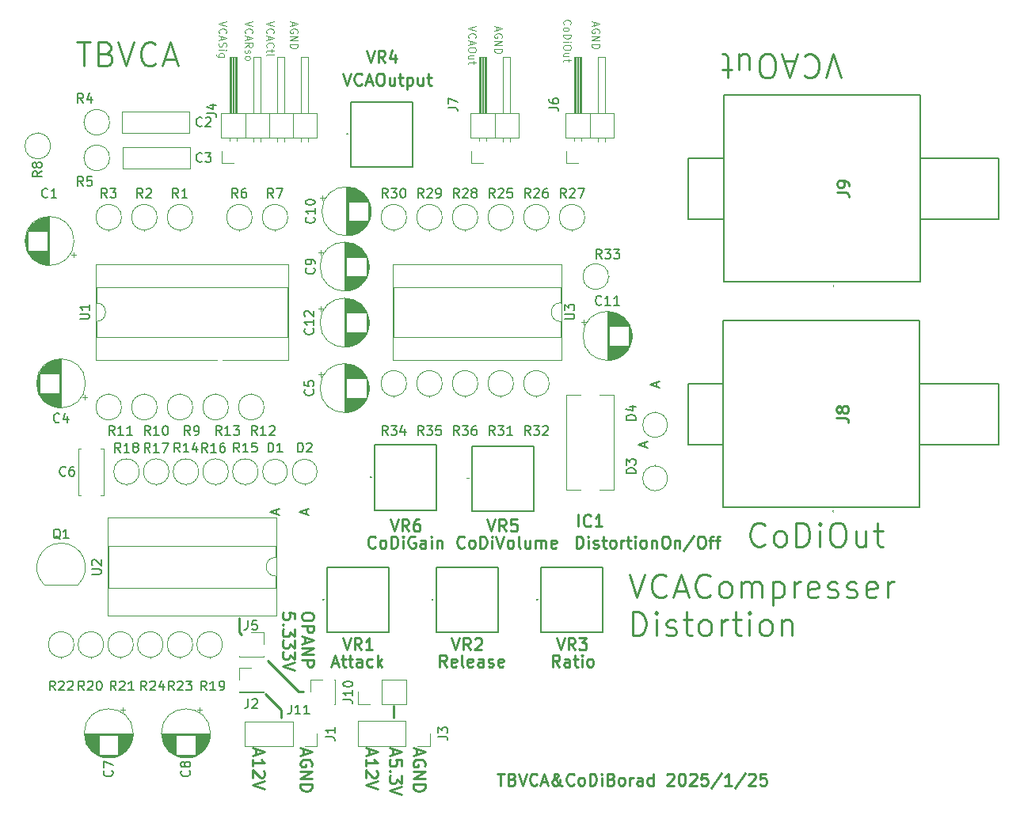
<source format=gto>
G04 #@! TF.GenerationSoftware,KiCad,Pcbnew,8.0.8*
G04 #@! TF.CreationDate,2025-01-25T18:59:26+09:00*
G04 #@! TF.ProjectId,LM13700_VCA,4c4d3133-3730-4305-9f56-43412e6b6963,rev?*
G04 #@! TF.SameCoordinates,Original*
G04 #@! TF.FileFunction,Legend,Top*
G04 #@! TF.FilePolarity,Positive*
%FSLAX46Y46*%
G04 Gerber Fmt 4.6, Leading zero omitted, Abs format (unit mm)*
G04 Created by KiCad (PCBNEW 8.0.8) date 2025-01-25 18:59:26*
%MOMM*%
%LPD*%
G01*
G04 APERTURE LIST*
%ADD10C,0.254000*%
%ADD11C,0.100000*%
%ADD12C,0.150000*%
%ADD13C,0.120000*%
%ADD14C,0.200000*%
%ADD15C,1.600000*%
%ADD16O,1.600000X1.600000*%
%ADD17C,1.120000*%
%ADD18R,1.600000X1.600000*%
%ADD19R,1.700000X1.700000*%
%ADD20O,1.700000X1.700000*%
%ADD21C,2.400000*%
%ADD22C,1.635000*%
%ADD23R,1.300000X1.300000*%
%ADD24C,1.300000*%
%ADD25R,1.600000X2.400000*%
%ADD26O,1.600000X2.400000*%
%ADD27C,0.600000*%
G04 APERTURE END LIST*
D10*
X63500000Y-90170000D02*
X63500000Y-88646000D01*
X67945000Y-98425000D02*
X67945000Y-99314000D01*
X66294000Y-96774000D02*
X67945000Y-98425000D01*
X80014514Y-98044000D02*
X80010000Y-99314000D01*
X69850000Y-96520000D02*
X70358000Y-96520000D01*
X63754000Y-90424000D02*
X63500000Y-90170000D01*
X66520000Y-93190000D02*
X69850000Y-96520000D01*
X87555200Y-80990415D02*
X87494724Y-81050892D01*
X87494724Y-81050892D02*
X87313295Y-81111368D01*
X87313295Y-81111368D02*
X87192343Y-81111368D01*
X87192343Y-81111368D02*
X87010914Y-81050892D01*
X87010914Y-81050892D02*
X86889962Y-80929939D01*
X86889962Y-80929939D02*
X86829485Y-80808987D01*
X86829485Y-80808987D02*
X86769009Y-80567082D01*
X86769009Y-80567082D02*
X86769009Y-80385653D01*
X86769009Y-80385653D02*
X86829485Y-80143749D01*
X86829485Y-80143749D02*
X86889962Y-80022796D01*
X86889962Y-80022796D02*
X87010914Y-79901844D01*
X87010914Y-79901844D02*
X87192343Y-79841368D01*
X87192343Y-79841368D02*
X87313295Y-79841368D01*
X87313295Y-79841368D02*
X87494724Y-79901844D01*
X87494724Y-79901844D02*
X87555200Y-79962320D01*
X88280914Y-81111368D02*
X88159962Y-81050892D01*
X88159962Y-81050892D02*
X88099485Y-80990415D01*
X88099485Y-80990415D02*
X88039009Y-80869463D01*
X88039009Y-80869463D02*
X88039009Y-80506606D01*
X88039009Y-80506606D02*
X88099485Y-80385653D01*
X88099485Y-80385653D02*
X88159962Y-80325177D01*
X88159962Y-80325177D02*
X88280914Y-80264701D01*
X88280914Y-80264701D02*
X88462343Y-80264701D01*
X88462343Y-80264701D02*
X88583295Y-80325177D01*
X88583295Y-80325177D02*
X88643771Y-80385653D01*
X88643771Y-80385653D02*
X88704247Y-80506606D01*
X88704247Y-80506606D02*
X88704247Y-80869463D01*
X88704247Y-80869463D02*
X88643771Y-80990415D01*
X88643771Y-80990415D02*
X88583295Y-81050892D01*
X88583295Y-81050892D02*
X88462343Y-81111368D01*
X88462343Y-81111368D02*
X88280914Y-81111368D01*
X89248533Y-81111368D02*
X89248533Y-79841368D01*
X89248533Y-79841368D02*
X89550914Y-79841368D01*
X89550914Y-79841368D02*
X89732343Y-79901844D01*
X89732343Y-79901844D02*
X89853295Y-80022796D01*
X89853295Y-80022796D02*
X89913772Y-80143749D01*
X89913772Y-80143749D02*
X89974248Y-80385653D01*
X89974248Y-80385653D02*
X89974248Y-80567082D01*
X89974248Y-80567082D02*
X89913772Y-80808987D01*
X89913772Y-80808987D02*
X89853295Y-80929939D01*
X89853295Y-80929939D02*
X89732343Y-81050892D01*
X89732343Y-81050892D02*
X89550914Y-81111368D01*
X89550914Y-81111368D02*
X89248533Y-81111368D01*
X90518533Y-81111368D02*
X90518533Y-80264701D01*
X90518533Y-79841368D02*
X90458057Y-79901844D01*
X90458057Y-79901844D02*
X90518533Y-79962320D01*
X90518533Y-79962320D02*
X90579010Y-79901844D01*
X90579010Y-79901844D02*
X90518533Y-79841368D01*
X90518533Y-79841368D02*
X90518533Y-79962320D01*
X90941867Y-79841368D02*
X91365200Y-81111368D01*
X91365200Y-81111368D02*
X91788534Y-79841368D01*
X92393295Y-81111368D02*
X92272343Y-81050892D01*
X92272343Y-81050892D02*
X92211866Y-80990415D01*
X92211866Y-80990415D02*
X92151390Y-80869463D01*
X92151390Y-80869463D02*
X92151390Y-80506606D01*
X92151390Y-80506606D02*
X92211866Y-80385653D01*
X92211866Y-80385653D02*
X92272343Y-80325177D01*
X92272343Y-80325177D02*
X92393295Y-80264701D01*
X92393295Y-80264701D02*
X92574724Y-80264701D01*
X92574724Y-80264701D02*
X92695676Y-80325177D01*
X92695676Y-80325177D02*
X92756152Y-80385653D01*
X92756152Y-80385653D02*
X92816628Y-80506606D01*
X92816628Y-80506606D02*
X92816628Y-80869463D01*
X92816628Y-80869463D02*
X92756152Y-80990415D01*
X92756152Y-80990415D02*
X92695676Y-81050892D01*
X92695676Y-81050892D02*
X92574724Y-81111368D01*
X92574724Y-81111368D02*
X92393295Y-81111368D01*
X93542343Y-81111368D02*
X93421391Y-81050892D01*
X93421391Y-81050892D02*
X93360914Y-80929939D01*
X93360914Y-80929939D02*
X93360914Y-79841368D01*
X94570438Y-80264701D02*
X94570438Y-81111368D01*
X94026152Y-80264701D02*
X94026152Y-80929939D01*
X94026152Y-80929939D02*
X94086629Y-81050892D01*
X94086629Y-81050892D02*
X94207581Y-81111368D01*
X94207581Y-81111368D02*
X94389010Y-81111368D01*
X94389010Y-81111368D02*
X94509962Y-81050892D01*
X94509962Y-81050892D02*
X94570438Y-80990415D01*
X95175200Y-81111368D02*
X95175200Y-80264701D01*
X95175200Y-80385653D02*
X95235677Y-80325177D01*
X95235677Y-80325177D02*
X95356629Y-80264701D01*
X95356629Y-80264701D02*
X95538058Y-80264701D01*
X95538058Y-80264701D02*
X95659010Y-80325177D01*
X95659010Y-80325177D02*
X95719486Y-80446130D01*
X95719486Y-80446130D02*
X95719486Y-81111368D01*
X95719486Y-80446130D02*
X95779962Y-80325177D01*
X95779962Y-80325177D02*
X95900915Y-80264701D01*
X95900915Y-80264701D02*
X96082343Y-80264701D01*
X96082343Y-80264701D02*
X96203296Y-80325177D01*
X96203296Y-80325177D02*
X96263772Y-80446130D01*
X96263772Y-80446130D02*
X96263772Y-81111368D01*
X97352343Y-81050892D02*
X97231391Y-81111368D01*
X97231391Y-81111368D02*
X96989486Y-81111368D01*
X96989486Y-81111368D02*
X96868533Y-81050892D01*
X96868533Y-81050892D02*
X96808057Y-80929939D01*
X96808057Y-80929939D02*
X96808057Y-80446130D01*
X96808057Y-80446130D02*
X96868533Y-80325177D01*
X96868533Y-80325177D02*
X96989486Y-80264701D01*
X96989486Y-80264701D02*
X97231391Y-80264701D01*
X97231391Y-80264701D02*
X97352343Y-80325177D01*
X97352343Y-80325177D02*
X97412819Y-80446130D01*
X97412819Y-80446130D02*
X97412819Y-80567082D01*
X97412819Y-80567082D02*
X96808057Y-80688034D01*
X77366488Y-102644009D02*
X77366488Y-103248771D01*
X77003631Y-102523057D02*
X78273631Y-102946390D01*
X78273631Y-102946390D02*
X77003631Y-103369724D01*
X77003631Y-104458295D02*
X77003631Y-103732580D01*
X77003631Y-104095437D02*
X78273631Y-104095437D01*
X78273631Y-104095437D02*
X78092203Y-103974485D01*
X78092203Y-103974485D02*
X77971250Y-103853533D01*
X77971250Y-103853533D02*
X77910774Y-103732580D01*
X78152679Y-104942104D02*
X78213155Y-105002580D01*
X78213155Y-105002580D02*
X78273631Y-105123533D01*
X78273631Y-105123533D02*
X78273631Y-105425914D01*
X78273631Y-105425914D02*
X78213155Y-105546866D01*
X78213155Y-105546866D02*
X78152679Y-105607342D01*
X78152679Y-105607342D02*
X78031727Y-105667819D01*
X78031727Y-105667819D02*
X77910774Y-105667819D01*
X77910774Y-105667819D02*
X77729346Y-105607342D01*
X77729346Y-105607342D02*
X77003631Y-104881628D01*
X77003631Y-104881628D02*
X77003631Y-105667819D01*
X78273631Y-106030676D02*
X77003631Y-106454009D01*
X77003631Y-106454009D02*
X78273631Y-106877343D01*
X85650200Y-93811368D02*
X85226866Y-93206606D01*
X84924485Y-93811368D02*
X84924485Y-92541368D01*
X84924485Y-92541368D02*
X85408295Y-92541368D01*
X85408295Y-92541368D02*
X85529247Y-92601844D01*
X85529247Y-92601844D02*
X85589724Y-92662320D01*
X85589724Y-92662320D02*
X85650200Y-92783272D01*
X85650200Y-92783272D02*
X85650200Y-92964701D01*
X85650200Y-92964701D02*
X85589724Y-93085653D01*
X85589724Y-93085653D02*
X85529247Y-93146130D01*
X85529247Y-93146130D02*
X85408295Y-93206606D01*
X85408295Y-93206606D02*
X84924485Y-93206606D01*
X86678295Y-93750892D02*
X86557343Y-93811368D01*
X86557343Y-93811368D02*
X86315438Y-93811368D01*
X86315438Y-93811368D02*
X86194485Y-93750892D01*
X86194485Y-93750892D02*
X86134009Y-93629939D01*
X86134009Y-93629939D02*
X86134009Y-93146130D01*
X86134009Y-93146130D02*
X86194485Y-93025177D01*
X86194485Y-93025177D02*
X86315438Y-92964701D01*
X86315438Y-92964701D02*
X86557343Y-92964701D01*
X86557343Y-92964701D02*
X86678295Y-93025177D01*
X86678295Y-93025177D02*
X86738771Y-93146130D01*
X86738771Y-93146130D02*
X86738771Y-93267082D01*
X86738771Y-93267082D02*
X86134009Y-93388034D01*
X87464485Y-93811368D02*
X87343533Y-93750892D01*
X87343533Y-93750892D02*
X87283056Y-93629939D01*
X87283056Y-93629939D02*
X87283056Y-92541368D01*
X88432104Y-93750892D02*
X88311152Y-93811368D01*
X88311152Y-93811368D02*
X88069247Y-93811368D01*
X88069247Y-93811368D02*
X87948294Y-93750892D01*
X87948294Y-93750892D02*
X87887818Y-93629939D01*
X87887818Y-93629939D02*
X87887818Y-93146130D01*
X87887818Y-93146130D02*
X87948294Y-93025177D01*
X87948294Y-93025177D02*
X88069247Y-92964701D01*
X88069247Y-92964701D02*
X88311152Y-92964701D01*
X88311152Y-92964701D02*
X88432104Y-93025177D01*
X88432104Y-93025177D02*
X88492580Y-93146130D01*
X88492580Y-93146130D02*
X88492580Y-93267082D01*
X88492580Y-93267082D02*
X87887818Y-93388034D01*
X89581151Y-93811368D02*
X89581151Y-93146130D01*
X89581151Y-93146130D02*
X89520675Y-93025177D01*
X89520675Y-93025177D02*
X89399723Y-92964701D01*
X89399723Y-92964701D02*
X89157818Y-92964701D01*
X89157818Y-92964701D02*
X89036865Y-93025177D01*
X89581151Y-93750892D02*
X89460199Y-93811368D01*
X89460199Y-93811368D02*
X89157818Y-93811368D01*
X89157818Y-93811368D02*
X89036865Y-93750892D01*
X89036865Y-93750892D02*
X88976389Y-93629939D01*
X88976389Y-93629939D02*
X88976389Y-93508987D01*
X88976389Y-93508987D02*
X89036865Y-93388034D01*
X89036865Y-93388034D02*
X89157818Y-93327558D01*
X89157818Y-93327558D02*
X89460199Y-93327558D01*
X89460199Y-93327558D02*
X89581151Y-93267082D01*
X90125437Y-93750892D02*
X90246390Y-93811368D01*
X90246390Y-93811368D02*
X90488294Y-93811368D01*
X90488294Y-93811368D02*
X90609247Y-93750892D01*
X90609247Y-93750892D02*
X90669723Y-93629939D01*
X90669723Y-93629939D02*
X90669723Y-93569463D01*
X90669723Y-93569463D02*
X90609247Y-93448511D01*
X90609247Y-93448511D02*
X90488294Y-93388034D01*
X90488294Y-93388034D02*
X90306866Y-93388034D01*
X90306866Y-93388034D02*
X90185913Y-93327558D01*
X90185913Y-93327558D02*
X90125437Y-93206606D01*
X90125437Y-93206606D02*
X90125437Y-93146130D01*
X90125437Y-93146130D02*
X90185913Y-93025177D01*
X90185913Y-93025177D02*
X90306866Y-92964701D01*
X90306866Y-92964701D02*
X90488294Y-92964701D01*
X90488294Y-92964701D02*
X90609247Y-93025177D01*
X91697818Y-93750892D02*
X91576866Y-93811368D01*
X91576866Y-93811368D02*
X91334961Y-93811368D01*
X91334961Y-93811368D02*
X91214008Y-93750892D01*
X91214008Y-93750892D02*
X91153532Y-93629939D01*
X91153532Y-93629939D02*
X91153532Y-93146130D01*
X91153532Y-93146130D02*
X91214008Y-93025177D01*
X91214008Y-93025177D02*
X91334961Y-92964701D01*
X91334961Y-92964701D02*
X91576866Y-92964701D01*
X91576866Y-92964701D02*
X91697818Y-93025177D01*
X91697818Y-93025177D02*
X91758294Y-93146130D01*
X91758294Y-93146130D02*
X91758294Y-93267082D01*
X91758294Y-93267082D02*
X91153532Y-93388034D01*
D11*
X91009676Y-25364169D02*
X91009676Y-25745122D01*
X90781104Y-25287979D02*
X91581104Y-25554646D01*
X91581104Y-25554646D02*
X90781104Y-25821312D01*
X91543009Y-26507026D02*
X91581104Y-26430836D01*
X91581104Y-26430836D02*
X91581104Y-26316550D01*
X91581104Y-26316550D02*
X91543009Y-26202264D01*
X91543009Y-26202264D02*
X91466819Y-26126074D01*
X91466819Y-26126074D02*
X91390628Y-26087979D01*
X91390628Y-26087979D02*
X91238247Y-26049883D01*
X91238247Y-26049883D02*
X91123961Y-26049883D01*
X91123961Y-26049883D02*
X90971580Y-26087979D01*
X90971580Y-26087979D02*
X90895390Y-26126074D01*
X90895390Y-26126074D02*
X90819200Y-26202264D01*
X90819200Y-26202264D02*
X90781104Y-26316550D01*
X90781104Y-26316550D02*
X90781104Y-26392741D01*
X90781104Y-26392741D02*
X90819200Y-26507026D01*
X90819200Y-26507026D02*
X90857295Y-26545122D01*
X90857295Y-26545122D02*
X91123961Y-26545122D01*
X91123961Y-26545122D02*
X91123961Y-26392741D01*
X90781104Y-26887979D02*
X91581104Y-26887979D01*
X91581104Y-26887979D02*
X90781104Y-27345122D01*
X90781104Y-27345122D02*
X91581104Y-27345122D01*
X90781104Y-27726074D02*
X91581104Y-27726074D01*
X91581104Y-27726074D02*
X91581104Y-27916550D01*
X91581104Y-27916550D02*
X91543009Y-28030836D01*
X91543009Y-28030836D02*
X91466819Y-28107026D01*
X91466819Y-28107026D02*
X91390628Y-28145121D01*
X91390628Y-28145121D02*
X91238247Y-28183217D01*
X91238247Y-28183217D02*
X91123961Y-28183217D01*
X91123961Y-28183217D02*
X90971580Y-28145121D01*
X90971580Y-28145121D02*
X90895390Y-28107026D01*
X90895390Y-28107026D02*
X90819200Y-28030836D01*
X90819200Y-28030836D02*
X90781104Y-27916550D01*
X90781104Y-27916550D02*
X90781104Y-27726074D01*
D10*
X65301488Y-102644009D02*
X65301488Y-103248771D01*
X64938631Y-102523057D02*
X66208631Y-102946390D01*
X66208631Y-102946390D02*
X64938631Y-103369724D01*
X64938631Y-104458295D02*
X64938631Y-103732580D01*
X64938631Y-104095437D02*
X66208631Y-104095437D01*
X66208631Y-104095437D02*
X66027203Y-103974485D01*
X66027203Y-103974485D02*
X65906250Y-103853533D01*
X65906250Y-103853533D02*
X65845774Y-103732580D01*
X66087679Y-104942104D02*
X66148155Y-105002580D01*
X66148155Y-105002580D02*
X66208631Y-105123533D01*
X66208631Y-105123533D02*
X66208631Y-105425914D01*
X66208631Y-105425914D02*
X66148155Y-105546866D01*
X66148155Y-105546866D02*
X66087679Y-105607342D01*
X66087679Y-105607342D02*
X65966727Y-105667819D01*
X65966727Y-105667819D02*
X65845774Y-105667819D01*
X65845774Y-105667819D02*
X65664346Y-105607342D01*
X65664346Y-105607342D02*
X64938631Y-104881628D01*
X64938631Y-104881628D02*
X64938631Y-105667819D01*
X66208631Y-106030676D02*
X64938631Y-106454009D01*
X64938631Y-106454009D02*
X66208631Y-106877343D01*
X82446488Y-102644009D02*
X82446488Y-103248771D01*
X82083631Y-102523057D02*
X83353631Y-102946390D01*
X83353631Y-102946390D02*
X82083631Y-103369724D01*
X83293155Y-104458295D02*
X83353631Y-104337342D01*
X83353631Y-104337342D02*
X83353631Y-104155914D01*
X83353631Y-104155914D02*
X83293155Y-103974485D01*
X83293155Y-103974485D02*
X83172203Y-103853533D01*
X83172203Y-103853533D02*
X83051250Y-103793056D01*
X83051250Y-103793056D02*
X82809346Y-103732580D01*
X82809346Y-103732580D02*
X82627917Y-103732580D01*
X82627917Y-103732580D02*
X82386012Y-103793056D01*
X82386012Y-103793056D02*
X82265060Y-103853533D01*
X82265060Y-103853533D02*
X82144108Y-103974485D01*
X82144108Y-103974485D02*
X82083631Y-104155914D01*
X82083631Y-104155914D02*
X82083631Y-104276866D01*
X82083631Y-104276866D02*
X82144108Y-104458295D01*
X82144108Y-104458295D02*
X82204584Y-104518771D01*
X82204584Y-104518771D02*
X82627917Y-104518771D01*
X82627917Y-104518771D02*
X82627917Y-104276866D01*
X82083631Y-105063056D02*
X83353631Y-105063056D01*
X83353631Y-105063056D02*
X82083631Y-105788771D01*
X82083631Y-105788771D02*
X83353631Y-105788771D01*
X82083631Y-106393532D02*
X83353631Y-106393532D01*
X83353631Y-106393532D02*
X83353631Y-106695913D01*
X83353631Y-106695913D02*
X83293155Y-106877342D01*
X83293155Y-106877342D02*
X83172203Y-106998294D01*
X83172203Y-106998294D02*
X83051250Y-107058771D01*
X83051250Y-107058771D02*
X82809346Y-107119247D01*
X82809346Y-107119247D02*
X82627917Y-107119247D01*
X82627917Y-107119247D02*
X82386012Y-107058771D01*
X82386012Y-107058771D02*
X82265060Y-106998294D01*
X82265060Y-106998294D02*
X82144108Y-106877342D01*
X82144108Y-106877342D02*
X82083631Y-106695913D01*
X82083631Y-106695913D02*
X82083631Y-106393532D01*
D11*
X64911104Y-24779979D02*
X64111104Y-25046646D01*
X64111104Y-25046646D02*
X64911104Y-25313312D01*
X64187295Y-26037122D02*
X64149200Y-25999026D01*
X64149200Y-25999026D02*
X64111104Y-25884741D01*
X64111104Y-25884741D02*
X64111104Y-25808550D01*
X64111104Y-25808550D02*
X64149200Y-25694264D01*
X64149200Y-25694264D02*
X64225390Y-25618074D01*
X64225390Y-25618074D02*
X64301580Y-25579979D01*
X64301580Y-25579979D02*
X64453961Y-25541883D01*
X64453961Y-25541883D02*
X64568247Y-25541883D01*
X64568247Y-25541883D02*
X64720628Y-25579979D01*
X64720628Y-25579979D02*
X64796819Y-25618074D01*
X64796819Y-25618074D02*
X64873009Y-25694264D01*
X64873009Y-25694264D02*
X64911104Y-25808550D01*
X64911104Y-25808550D02*
X64911104Y-25884741D01*
X64911104Y-25884741D02*
X64873009Y-25999026D01*
X64873009Y-25999026D02*
X64834914Y-26037122D01*
X64339676Y-26341883D02*
X64339676Y-26722836D01*
X64111104Y-26265693D02*
X64911104Y-26532360D01*
X64911104Y-26532360D02*
X64111104Y-26799026D01*
X64111104Y-27522836D02*
X64492057Y-27256169D01*
X64111104Y-27065693D02*
X64911104Y-27065693D01*
X64911104Y-27065693D02*
X64911104Y-27370455D01*
X64911104Y-27370455D02*
X64873009Y-27446645D01*
X64873009Y-27446645D02*
X64834914Y-27484740D01*
X64834914Y-27484740D02*
X64758723Y-27522836D01*
X64758723Y-27522836D02*
X64644438Y-27522836D01*
X64644438Y-27522836D02*
X64568247Y-27484740D01*
X64568247Y-27484740D02*
X64530152Y-27446645D01*
X64530152Y-27446645D02*
X64492057Y-27370455D01*
X64492057Y-27370455D02*
X64492057Y-27065693D01*
X64149200Y-27827597D02*
X64111104Y-27903788D01*
X64111104Y-27903788D02*
X64111104Y-28056169D01*
X64111104Y-28056169D02*
X64149200Y-28132359D01*
X64149200Y-28132359D02*
X64225390Y-28170455D01*
X64225390Y-28170455D02*
X64263485Y-28170455D01*
X64263485Y-28170455D02*
X64339676Y-28132359D01*
X64339676Y-28132359D02*
X64377771Y-28056169D01*
X64377771Y-28056169D02*
X64377771Y-27941883D01*
X64377771Y-27941883D02*
X64415866Y-27865693D01*
X64415866Y-27865693D02*
X64492057Y-27827597D01*
X64492057Y-27827597D02*
X64530152Y-27827597D01*
X64530152Y-27827597D02*
X64606342Y-27865693D01*
X64606342Y-27865693D02*
X64644438Y-27941883D01*
X64644438Y-27941883D02*
X64644438Y-28056169D01*
X64644438Y-28056169D02*
X64606342Y-28132359D01*
X64111104Y-28627597D02*
X64149200Y-28551407D01*
X64149200Y-28551407D02*
X64187295Y-28513312D01*
X64187295Y-28513312D02*
X64263485Y-28475216D01*
X64263485Y-28475216D02*
X64492057Y-28475216D01*
X64492057Y-28475216D02*
X64568247Y-28513312D01*
X64568247Y-28513312D02*
X64606342Y-28551407D01*
X64606342Y-28551407D02*
X64644438Y-28627597D01*
X64644438Y-28627597D02*
X64644438Y-28741883D01*
X64644438Y-28741883D02*
X64606342Y-28818074D01*
X64606342Y-28818074D02*
X64568247Y-28856169D01*
X64568247Y-28856169D02*
X64492057Y-28894264D01*
X64492057Y-28894264D02*
X64263485Y-28894264D01*
X64263485Y-28894264D02*
X64187295Y-28856169D01*
X64187295Y-28856169D02*
X64149200Y-28818074D01*
X64149200Y-28818074D02*
X64111104Y-28741883D01*
X64111104Y-28741883D02*
X64111104Y-28627597D01*
X62117104Y-24779979D02*
X61317104Y-25046646D01*
X61317104Y-25046646D02*
X62117104Y-25313312D01*
X61393295Y-26037122D02*
X61355200Y-25999026D01*
X61355200Y-25999026D02*
X61317104Y-25884741D01*
X61317104Y-25884741D02*
X61317104Y-25808550D01*
X61317104Y-25808550D02*
X61355200Y-25694264D01*
X61355200Y-25694264D02*
X61431390Y-25618074D01*
X61431390Y-25618074D02*
X61507580Y-25579979D01*
X61507580Y-25579979D02*
X61659961Y-25541883D01*
X61659961Y-25541883D02*
X61774247Y-25541883D01*
X61774247Y-25541883D02*
X61926628Y-25579979D01*
X61926628Y-25579979D02*
X62002819Y-25618074D01*
X62002819Y-25618074D02*
X62079009Y-25694264D01*
X62079009Y-25694264D02*
X62117104Y-25808550D01*
X62117104Y-25808550D02*
X62117104Y-25884741D01*
X62117104Y-25884741D02*
X62079009Y-25999026D01*
X62079009Y-25999026D02*
X62040914Y-26037122D01*
X61545676Y-26341883D02*
X61545676Y-26722836D01*
X61317104Y-26265693D02*
X62117104Y-26532360D01*
X62117104Y-26532360D02*
X61317104Y-26799026D01*
X61355200Y-27027597D02*
X61317104Y-27141883D01*
X61317104Y-27141883D02*
X61317104Y-27332359D01*
X61317104Y-27332359D02*
X61355200Y-27408550D01*
X61355200Y-27408550D02*
X61393295Y-27446645D01*
X61393295Y-27446645D02*
X61469485Y-27484740D01*
X61469485Y-27484740D02*
X61545676Y-27484740D01*
X61545676Y-27484740D02*
X61621866Y-27446645D01*
X61621866Y-27446645D02*
X61659961Y-27408550D01*
X61659961Y-27408550D02*
X61698057Y-27332359D01*
X61698057Y-27332359D02*
X61736152Y-27179978D01*
X61736152Y-27179978D02*
X61774247Y-27103788D01*
X61774247Y-27103788D02*
X61812342Y-27065693D01*
X61812342Y-27065693D02*
X61888533Y-27027597D01*
X61888533Y-27027597D02*
X61964723Y-27027597D01*
X61964723Y-27027597D02*
X62040914Y-27065693D01*
X62040914Y-27065693D02*
X62079009Y-27103788D01*
X62079009Y-27103788D02*
X62117104Y-27179978D01*
X62117104Y-27179978D02*
X62117104Y-27370455D01*
X62117104Y-27370455D02*
X62079009Y-27484740D01*
X61317104Y-27827598D02*
X61850438Y-27827598D01*
X62117104Y-27827598D02*
X62079009Y-27789502D01*
X62079009Y-27789502D02*
X62040914Y-27827598D01*
X62040914Y-27827598D02*
X62079009Y-27865693D01*
X62079009Y-27865693D02*
X62117104Y-27827598D01*
X62117104Y-27827598D02*
X62040914Y-27827598D01*
X61850438Y-28551407D02*
X61202819Y-28551407D01*
X61202819Y-28551407D02*
X61126628Y-28513312D01*
X61126628Y-28513312D02*
X61088533Y-28475216D01*
X61088533Y-28475216D02*
X61050438Y-28399026D01*
X61050438Y-28399026D02*
X61050438Y-28284740D01*
X61050438Y-28284740D02*
X61088533Y-28208550D01*
X61355200Y-28551407D02*
X61317104Y-28475216D01*
X61317104Y-28475216D02*
X61317104Y-28322835D01*
X61317104Y-28322835D02*
X61355200Y-28246645D01*
X61355200Y-28246645D02*
X61393295Y-28208550D01*
X61393295Y-28208550D02*
X61469485Y-28170454D01*
X61469485Y-28170454D02*
X61698057Y-28170454D01*
X61698057Y-28170454D02*
X61774247Y-28208550D01*
X61774247Y-28208550D02*
X61812342Y-28246645D01*
X61812342Y-28246645D02*
X61850438Y-28322835D01*
X61850438Y-28322835D02*
X61850438Y-28475216D01*
X61850438Y-28475216D02*
X61812342Y-28551407D01*
D10*
X127862895Y-30781608D02*
X127022895Y-28261608D01*
X127022895Y-28261608D02*
X126182895Y-30781608D01*
X123902895Y-28501608D02*
X124022895Y-28381608D01*
X124022895Y-28381608D02*
X124382895Y-28261608D01*
X124382895Y-28261608D02*
X124622895Y-28261608D01*
X124622895Y-28261608D02*
X124982895Y-28381608D01*
X124982895Y-28381608D02*
X125222895Y-28621608D01*
X125222895Y-28621608D02*
X125342895Y-28861608D01*
X125342895Y-28861608D02*
X125462895Y-29341608D01*
X125462895Y-29341608D02*
X125462895Y-29701608D01*
X125462895Y-29701608D02*
X125342895Y-30181608D01*
X125342895Y-30181608D02*
X125222895Y-30421608D01*
X125222895Y-30421608D02*
X124982895Y-30661608D01*
X124982895Y-30661608D02*
X124622895Y-30781608D01*
X124622895Y-30781608D02*
X124382895Y-30781608D01*
X124382895Y-30781608D02*
X124022895Y-30661608D01*
X124022895Y-30661608D02*
X123902895Y-30541608D01*
X122942895Y-28981608D02*
X121742895Y-28981608D01*
X123182895Y-28261608D02*
X122342895Y-30781608D01*
X122342895Y-30781608D02*
X121502895Y-28261608D01*
X120182895Y-30781608D02*
X119702895Y-30781608D01*
X119702895Y-30781608D02*
X119462895Y-30661608D01*
X119462895Y-30661608D02*
X119222895Y-30421608D01*
X119222895Y-30421608D02*
X119102895Y-29941608D01*
X119102895Y-29941608D02*
X119102895Y-29101608D01*
X119102895Y-29101608D02*
X119222895Y-28621608D01*
X119222895Y-28621608D02*
X119462895Y-28381608D01*
X119462895Y-28381608D02*
X119702895Y-28261608D01*
X119702895Y-28261608D02*
X120182895Y-28261608D01*
X120182895Y-28261608D02*
X120422895Y-28381608D01*
X120422895Y-28381608D02*
X120662895Y-28621608D01*
X120662895Y-28621608D02*
X120782895Y-29101608D01*
X120782895Y-29101608D02*
X120782895Y-29941608D01*
X120782895Y-29941608D02*
X120662895Y-30421608D01*
X120662895Y-30421608D02*
X120422895Y-30661608D01*
X120422895Y-30661608D02*
X120182895Y-30781608D01*
X116942895Y-29941608D02*
X116942895Y-28261608D01*
X118022895Y-29941608D02*
X118022895Y-28621608D01*
X118022895Y-28621608D02*
X117902895Y-28381608D01*
X117902895Y-28381608D02*
X117662895Y-28261608D01*
X117662895Y-28261608D02*
X117302895Y-28261608D01*
X117302895Y-28261608D02*
X117062895Y-28381608D01*
X117062895Y-28381608D02*
X116942895Y-28501608D01*
X116102895Y-29941608D02*
X115142895Y-29941608D01*
X115742895Y-30781608D02*
X115742895Y-28621608D01*
X115742895Y-28621608D02*
X115622895Y-28381608D01*
X115622895Y-28381608D02*
X115382895Y-28261608D01*
X115382895Y-28261608D02*
X115142895Y-28261608D01*
X71428260Y-88341390D02*
X71428260Y-88583295D01*
X71428260Y-88583295D02*
X71367784Y-88704247D01*
X71367784Y-88704247D02*
X71246832Y-88825200D01*
X71246832Y-88825200D02*
X71004927Y-88885676D01*
X71004927Y-88885676D02*
X70581594Y-88885676D01*
X70581594Y-88885676D02*
X70339689Y-88825200D01*
X70339689Y-88825200D02*
X70218737Y-88704247D01*
X70218737Y-88704247D02*
X70158260Y-88583295D01*
X70158260Y-88583295D02*
X70158260Y-88341390D01*
X70158260Y-88341390D02*
X70218737Y-88220438D01*
X70218737Y-88220438D02*
X70339689Y-88099485D01*
X70339689Y-88099485D02*
X70581594Y-88039009D01*
X70581594Y-88039009D02*
X71004927Y-88039009D01*
X71004927Y-88039009D02*
X71246832Y-88099485D01*
X71246832Y-88099485D02*
X71367784Y-88220438D01*
X71367784Y-88220438D02*
X71428260Y-88341390D01*
X70158260Y-89429961D02*
X71428260Y-89429961D01*
X71428260Y-89429961D02*
X71428260Y-89913771D01*
X71428260Y-89913771D02*
X71367784Y-90034723D01*
X71367784Y-90034723D02*
X71307308Y-90095200D01*
X71307308Y-90095200D02*
X71186356Y-90155676D01*
X71186356Y-90155676D02*
X71004927Y-90155676D01*
X71004927Y-90155676D02*
X70883975Y-90095200D01*
X70883975Y-90095200D02*
X70823498Y-90034723D01*
X70823498Y-90034723D02*
X70763022Y-89913771D01*
X70763022Y-89913771D02*
X70763022Y-89429961D01*
X70521117Y-90639485D02*
X70521117Y-91244247D01*
X70158260Y-90518533D02*
X71428260Y-90941866D01*
X71428260Y-90941866D02*
X70158260Y-91365200D01*
X70158260Y-91788532D02*
X71428260Y-91788532D01*
X71428260Y-91788532D02*
X70158260Y-92514247D01*
X70158260Y-92514247D02*
X71428260Y-92514247D01*
X70158260Y-93119008D02*
X71428260Y-93119008D01*
X71428260Y-93119008D02*
X71428260Y-93602818D01*
X71428260Y-93602818D02*
X71367784Y-93723770D01*
X71367784Y-93723770D02*
X71307308Y-93784247D01*
X71307308Y-93784247D02*
X71186356Y-93844723D01*
X71186356Y-93844723D02*
X71004927Y-93844723D01*
X71004927Y-93844723D02*
X70883975Y-93784247D01*
X70883975Y-93784247D02*
X70823498Y-93723770D01*
X70823498Y-93723770D02*
X70763022Y-93602818D01*
X70763022Y-93602818D02*
X70763022Y-93119008D01*
X69383631Y-88704247D02*
X69383631Y-88099485D01*
X69383631Y-88099485D02*
X68778869Y-88039009D01*
X68778869Y-88039009D02*
X68839346Y-88099485D01*
X68839346Y-88099485D02*
X68899822Y-88220438D01*
X68899822Y-88220438D02*
X68899822Y-88522819D01*
X68899822Y-88522819D02*
X68839346Y-88643771D01*
X68839346Y-88643771D02*
X68778869Y-88704247D01*
X68778869Y-88704247D02*
X68657917Y-88764724D01*
X68657917Y-88764724D02*
X68355536Y-88764724D01*
X68355536Y-88764724D02*
X68234584Y-88704247D01*
X68234584Y-88704247D02*
X68174108Y-88643771D01*
X68174108Y-88643771D02*
X68113631Y-88522819D01*
X68113631Y-88522819D02*
X68113631Y-88220438D01*
X68113631Y-88220438D02*
X68174108Y-88099485D01*
X68174108Y-88099485D02*
X68234584Y-88039009D01*
X68234584Y-89309009D02*
X68174108Y-89369486D01*
X68174108Y-89369486D02*
X68113631Y-89309009D01*
X68113631Y-89309009D02*
X68174108Y-89248533D01*
X68174108Y-89248533D02*
X68234584Y-89309009D01*
X68234584Y-89309009D02*
X68113631Y-89309009D01*
X69383631Y-89792819D02*
X69383631Y-90579010D01*
X69383631Y-90579010D02*
X68899822Y-90155676D01*
X68899822Y-90155676D02*
X68899822Y-90337105D01*
X68899822Y-90337105D02*
X68839346Y-90458057D01*
X68839346Y-90458057D02*
X68778869Y-90518533D01*
X68778869Y-90518533D02*
X68657917Y-90579010D01*
X68657917Y-90579010D02*
X68355536Y-90579010D01*
X68355536Y-90579010D02*
X68234584Y-90518533D01*
X68234584Y-90518533D02*
X68174108Y-90458057D01*
X68174108Y-90458057D02*
X68113631Y-90337105D01*
X68113631Y-90337105D02*
X68113631Y-89974248D01*
X68113631Y-89974248D02*
X68174108Y-89853295D01*
X68174108Y-89853295D02*
X68234584Y-89792819D01*
X69383631Y-91002343D02*
X69383631Y-91788534D01*
X69383631Y-91788534D02*
X68899822Y-91365200D01*
X68899822Y-91365200D02*
X68899822Y-91546629D01*
X68899822Y-91546629D02*
X68839346Y-91667581D01*
X68839346Y-91667581D02*
X68778869Y-91728057D01*
X68778869Y-91728057D02*
X68657917Y-91788534D01*
X68657917Y-91788534D02*
X68355536Y-91788534D01*
X68355536Y-91788534D02*
X68234584Y-91728057D01*
X68234584Y-91728057D02*
X68174108Y-91667581D01*
X68174108Y-91667581D02*
X68113631Y-91546629D01*
X68113631Y-91546629D02*
X68113631Y-91183772D01*
X68113631Y-91183772D02*
X68174108Y-91062819D01*
X68174108Y-91062819D02*
X68234584Y-91002343D01*
X69383631Y-92211867D02*
X69383631Y-92998058D01*
X69383631Y-92998058D02*
X68899822Y-92574724D01*
X68899822Y-92574724D02*
X68899822Y-92756153D01*
X68899822Y-92756153D02*
X68839346Y-92877105D01*
X68839346Y-92877105D02*
X68778869Y-92937581D01*
X68778869Y-92937581D02*
X68657917Y-92998058D01*
X68657917Y-92998058D02*
X68355536Y-92998058D01*
X68355536Y-92998058D02*
X68234584Y-92937581D01*
X68234584Y-92937581D02*
X68174108Y-92877105D01*
X68174108Y-92877105D02*
X68113631Y-92756153D01*
X68113631Y-92756153D02*
X68113631Y-92393296D01*
X68113631Y-92393296D02*
X68174108Y-92272343D01*
X68174108Y-92272343D02*
X68234584Y-92211867D01*
X69383631Y-93360915D02*
X68113631Y-93784248D01*
X68113631Y-93784248D02*
X69383631Y-94207582D01*
X78030200Y-80990415D02*
X77969724Y-81050892D01*
X77969724Y-81050892D02*
X77788295Y-81111368D01*
X77788295Y-81111368D02*
X77667343Y-81111368D01*
X77667343Y-81111368D02*
X77485914Y-81050892D01*
X77485914Y-81050892D02*
X77364962Y-80929939D01*
X77364962Y-80929939D02*
X77304485Y-80808987D01*
X77304485Y-80808987D02*
X77244009Y-80567082D01*
X77244009Y-80567082D02*
X77244009Y-80385653D01*
X77244009Y-80385653D02*
X77304485Y-80143749D01*
X77304485Y-80143749D02*
X77364962Y-80022796D01*
X77364962Y-80022796D02*
X77485914Y-79901844D01*
X77485914Y-79901844D02*
X77667343Y-79841368D01*
X77667343Y-79841368D02*
X77788295Y-79841368D01*
X77788295Y-79841368D02*
X77969724Y-79901844D01*
X77969724Y-79901844D02*
X78030200Y-79962320D01*
X78755914Y-81111368D02*
X78634962Y-81050892D01*
X78634962Y-81050892D02*
X78574485Y-80990415D01*
X78574485Y-80990415D02*
X78514009Y-80869463D01*
X78514009Y-80869463D02*
X78514009Y-80506606D01*
X78514009Y-80506606D02*
X78574485Y-80385653D01*
X78574485Y-80385653D02*
X78634962Y-80325177D01*
X78634962Y-80325177D02*
X78755914Y-80264701D01*
X78755914Y-80264701D02*
X78937343Y-80264701D01*
X78937343Y-80264701D02*
X79058295Y-80325177D01*
X79058295Y-80325177D02*
X79118771Y-80385653D01*
X79118771Y-80385653D02*
X79179247Y-80506606D01*
X79179247Y-80506606D02*
X79179247Y-80869463D01*
X79179247Y-80869463D02*
X79118771Y-80990415D01*
X79118771Y-80990415D02*
X79058295Y-81050892D01*
X79058295Y-81050892D02*
X78937343Y-81111368D01*
X78937343Y-81111368D02*
X78755914Y-81111368D01*
X79723533Y-81111368D02*
X79723533Y-79841368D01*
X79723533Y-79841368D02*
X80025914Y-79841368D01*
X80025914Y-79841368D02*
X80207343Y-79901844D01*
X80207343Y-79901844D02*
X80328295Y-80022796D01*
X80328295Y-80022796D02*
X80388772Y-80143749D01*
X80388772Y-80143749D02*
X80449248Y-80385653D01*
X80449248Y-80385653D02*
X80449248Y-80567082D01*
X80449248Y-80567082D02*
X80388772Y-80808987D01*
X80388772Y-80808987D02*
X80328295Y-80929939D01*
X80328295Y-80929939D02*
X80207343Y-81050892D01*
X80207343Y-81050892D02*
X80025914Y-81111368D01*
X80025914Y-81111368D02*
X79723533Y-81111368D01*
X80993533Y-81111368D02*
X80993533Y-80264701D01*
X80993533Y-79841368D02*
X80933057Y-79901844D01*
X80933057Y-79901844D02*
X80993533Y-79962320D01*
X80993533Y-79962320D02*
X81054010Y-79901844D01*
X81054010Y-79901844D02*
X80993533Y-79841368D01*
X80993533Y-79841368D02*
X80993533Y-79962320D01*
X82263534Y-79901844D02*
X82142581Y-79841368D01*
X82142581Y-79841368D02*
X81961153Y-79841368D01*
X81961153Y-79841368D02*
X81779724Y-79901844D01*
X81779724Y-79901844D02*
X81658772Y-80022796D01*
X81658772Y-80022796D02*
X81598295Y-80143749D01*
X81598295Y-80143749D02*
X81537819Y-80385653D01*
X81537819Y-80385653D02*
X81537819Y-80567082D01*
X81537819Y-80567082D02*
X81598295Y-80808987D01*
X81598295Y-80808987D02*
X81658772Y-80929939D01*
X81658772Y-80929939D02*
X81779724Y-81050892D01*
X81779724Y-81050892D02*
X81961153Y-81111368D01*
X81961153Y-81111368D02*
X82082105Y-81111368D01*
X82082105Y-81111368D02*
X82263534Y-81050892D01*
X82263534Y-81050892D02*
X82324010Y-80990415D01*
X82324010Y-80990415D02*
X82324010Y-80567082D01*
X82324010Y-80567082D02*
X82082105Y-80567082D01*
X83412581Y-81111368D02*
X83412581Y-80446130D01*
X83412581Y-80446130D02*
X83352105Y-80325177D01*
X83352105Y-80325177D02*
X83231153Y-80264701D01*
X83231153Y-80264701D02*
X82989248Y-80264701D01*
X82989248Y-80264701D02*
X82868295Y-80325177D01*
X83412581Y-81050892D02*
X83291629Y-81111368D01*
X83291629Y-81111368D02*
X82989248Y-81111368D01*
X82989248Y-81111368D02*
X82868295Y-81050892D01*
X82868295Y-81050892D02*
X82807819Y-80929939D01*
X82807819Y-80929939D02*
X82807819Y-80808987D01*
X82807819Y-80808987D02*
X82868295Y-80688034D01*
X82868295Y-80688034D02*
X82989248Y-80627558D01*
X82989248Y-80627558D02*
X83291629Y-80627558D01*
X83291629Y-80627558D02*
X83412581Y-80567082D01*
X84017343Y-81111368D02*
X84017343Y-80264701D01*
X84017343Y-79841368D02*
X83956867Y-79901844D01*
X83956867Y-79901844D02*
X84017343Y-79962320D01*
X84017343Y-79962320D02*
X84077820Y-79901844D01*
X84077820Y-79901844D02*
X84017343Y-79841368D01*
X84017343Y-79841368D02*
X84017343Y-79962320D01*
X84622105Y-80264701D02*
X84622105Y-81111368D01*
X84622105Y-80385653D02*
X84682582Y-80325177D01*
X84682582Y-80325177D02*
X84803534Y-80264701D01*
X84803534Y-80264701D02*
X84984963Y-80264701D01*
X84984963Y-80264701D02*
X85105915Y-80325177D01*
X85105915Y-80325177D02*
X85166391Y-80446130D01*
X85166391Y-80446130D02*
X85166391Y-81111368D01*
D11*
X88787104Y-25287979D02*
X87987104Y-25554646D01*
X87987104Y-25554646D02*
X88787104Y-25821312D01*
X88063295Y-26545122D02*
X88025200Y-26507026D01*
X88025200Y-26507026D02*
X87987104Y-26392741D01*
X87987104Y-26392741D02*
X87987104Y-26316550D01*
X87987104Y-26316550D02*
X88025200Y-26202264D01*
X88025200Y-26202264D02*
X88101390Y-26126074D01*
X88101390Y-26126074D02*
X88177580Y-26087979D01*
X88177580Y-26087979D02*
X88329961Y-26049883D01*
X88329961Y-26049883D02*
X88444247Y-26049883D01*
X88444247Y-26049883D02*
X88596628Y-26087979D01*
X88596628Y-26087979D02*
X88672819Y-26126074D01*
X88672819Y-26126074D02*
X88749009Y-26202264D01*
X88749009Y-26202264D02*
X88787104Y-26316550D01*
X88787104Y-26316550D02*
X88787104Y-26392741D01*
X88787104Y-26392741D02*
X88749009Y-26507026D01*
X88749009Y-26507026D02*
X88710914Y-26545122D01*
X88215676Y-26849883D02*
X88215676Y-27230836D01*
X87987104Y-26773693D02*
X88787104Y-27040360D01*
X88787104Y-27040360D02*
X87987104Y-27307026D01*
X88787104Y-27726074D02*
X88787104Y-27878455D01*
X88787104Y-27878455D02*
X88749009Y-27954645D01*
X88749009Y-27954645D02*
X88672819Y-28030836D01*
X88672819Y-28030836D02*
X88520438Y-28068931D01*
X88520438Y-28068931D02*
X88253771Y-28068931D01*
X88253771Y-28068931D02*
X88101390Y-28030836D01*
X88101390Y-28030836D02*
X88025200Y-27954645D01*
X88025200Y-27954645D02*
X87987104Y-27878455D01*
X87987104Y-27878455D02*
X87987104Y-27726074D01*
X87987104Y-27726074D02*
X88025200Y-27649883D01*
X88025200Y-27649883D02*
X88101390Y-27573693D01*
X88101390Y-27573693D02*
X88253771Y-27535597D01*
X88253771Y-27535597D02*
X88520438Y-27535597D01*
X88520438Y-27535597D02*
X88672819Y-27573693D01*
X88672819Y-27573693D02*
X88749009Y-27649883D01*
X88749009Y-27649883D02*
X88787104Y-27726074D01*
X88520438Y-28754645D02*
X87987104Y-28754645D01*
X88520438Y-28411788D02*
X88101390Y-28411788D01*
X88101390Y-28411788D02*
X88025200Y-28449883D01*
X88025200Y-28449883D02*
X87987104Y-28526073D01*
X87987104Y-28526073D02*
X87987104Y-28640359D01*
X87987104Y-28640359D02*
X88025200Y-28716550D01*
X88025200Y-28716550D02*
X88063295Y-28754645D01*
X88520438Y-29021312D02*
X88520438Y-29326074D01*
X88787104Y-29135598D02*
X88101390Y-29135598D01*
X88101390Y-29135598D02*
X88025200Y-29173693D01*
X88025200Y-29173693D02*
X87987104Y-29249883D01*
X87987104Y-29249883D02*
X87987104Y-29326074D01*
D10*
X105182105Y-83906333D02*
X106022105Y-86426333D01*
X106022105Y-86426333D02*
X106862105Y-83906333D01*
X109142105Y-86186333D02*
X109022105Y-86306333D01*
X109022105Y-86306333D02*
X108662105Y-86426333D01*
X108662105Y-86426333D02*
X108422105Y-86426333D01*
X108422105Y-86426333D02*
X108062105Y-86306333D01*
X108062105Y-86306333D02*
X107822105Y-86066333D01*
X107822105Y-86066333D02*
X107702105Y-85826333D01*
X107702105Y-85826333D02*
X107582105Y-85346333D01*
X107582105Y-85346333D02*
X107582105Y-84986333D01*
X107582105Y-84986333D02*
X107702105Y-84506333D01*
X107702105Y-84506333D02*
X107822105Y-84266333D01*
X107822105Y-84266333D02*
X108062105Y-84026333D01*
X108062105Y-84026333D02*
X108422105Y-83906333D01*
X108422105Y-83906333D02*
X108662105Y-83906333D01*
X108662105Y-83906333D02*
X109022105Y-84026333D01*
X109022105Y-84026333D02*
X109142105Y-84146333D01*
X110102105Y-85706333D02*
X111302105Y-85706333D01*
X109862105Y-86426333D02*
X110702105Y-83906333D01*
X110702105Y-83906333D02*
X111542105Y-86426333D01*
X113822105Y-86186333D02*
X113702105Y-86306333D01*
X113702105Y-86306333D02*
X113342105Y-86426333D01*
X113342105Y-86426333D02*
X113102105Y-86426333D01*
X113102105Y-86426333D02*
X112742105Y-86306333D01*
X112742105Y-86306333D02*
X112502105Y-86066333D01*
X112502105Y-86066333D02*
X112382105Y-85826333D01*
X112382105Y-85826333D02*
X112262105Y-85346333D01*
X112262105Y-85346333D02*
X112262105Y-84986333D01*
X112262105Y-84986333D02*
X112382105Y-84506333D01*
X112382105Y-84506333D02*
X112502105Y-84266333D01*
X112502105Y-84266333D02*
X112742105Y-84026333D01*
X112742105Y-84026333D02*
X113102105Y-83906333D01*
X113102105Y-83906333D02*
X113342105Y-83906333D01*
X113342105Y-83906333D02*
X113702105Y-84026333D01*
X113702105Y-84026333D02*
X113822105Y-84146333D01*
X115262105Y-86426333D02*
X115022105Y-86306333D01*
X115022105Y-86306333D02*
X114902105Y-86186333D01*
X114902105Y-86186333D02*
X114782105Y-85946333D01*
X114782105Y-85946333D02*
X114782105Y-85226333D01*
X114782105Y-85226333D02*
X114902105Y-84986333D01*
X114902105Y-84986333D02*
X115022105Y-84866333D01*
X115022105Y-84866333D02*
X115262105Y-84746333D01*
X115262105Y-84746333D02*
X115622105Y-84746333D01*
X115622105Y-84746333D02*
X115862105Y-84866333D01*
X115862105Y-84866333D02*
X115982105Y-84986333D01*
X115982105Y-84986333D02*
X116102105Y-85226333D01*
X116102105Y-85226333D02*
X116102105Y-85946333D01*
X116102105Y-85946333D02*
X115982105Y-86186333D01*
X115982105Y-86186333D02*
X115862105Y-86306333D01*
X115862105Y-86306333D02*
X115622105Y-86426333D01*
X115622105Y-86426333D02*
X115262105Y-86426333D01*
X117182105Y-86426333D02*
X117182105Y-84746333D01*
X117182105Y-84986333D02*
X117302105Y-84866333D01*
X117302105Y-84866333D02*
X117542105Y-84746333D01*
X117542105Y-84746333D02*
X117902105Y-84746333D01*
X117902105Y-84746333D02*
X118142105Y-84866333D01*
X118142105Y-84866333D02*
X118262105Y-85106333D01*
X118262105Y-85106333D02*
X118262105Y-86426333D01*
X118262105Y-85106333D02*
X118382105Y-84866333D01*
X118382105Y-84866333D02*
X118622105Y-84746333D01*
X118622105Y-84746333D02*
X118982105Y-84746333D01*
X118982105Y-84746333D02*
X119222105Y-84866333D01*
X119222105Y-84866333D02*
X119342105Y-85106333D01*
X119342105Y-85106333D02*
X119342105Y-86426333D01*
X120542105Y-84746333D02*
X120542105Y-87266333D01*
X120542105Y-84866333D02*
X120782105Y-84746333D01*
X120782105Y-84746333D02*
X121262105Y-84746333D01*
X121262105Y-84746333D02*
X121502105Y-84866333D01*
X121502105Y-84866333D02*
X121622105Y-84986333D01*
X121622105Y-84986333D02*
X121742105Y-85226333D01*
X121742105Y-85226333D02*
X121742105Y-85946333D01*
X121742105Y-85946333D02*
X121622105Y-86186333D01*
X121622105Y-86186333D02*
X121502105Y-86306333D01*
X121502105Y-86306333D02*
X121262105Y-86426333D01*
X121262105Y-86426333D02*
X120782105Y-86426333D01*
X120782105Y-86426333D02*
X120542105Y-86306333D01*
X122822105Y-86426333D02*
X122822105Y-84746333D01*
X122822105Y-85226333D02*
X122942105Y-84986333D01*
X122942105Y-84986333D02*
X123062105Y-84866333D01*
X123062105Y-84866333D02*
X123302105Y-84746333D01*
X123302105Y-84746333D02*
X123542105Y-84746333D01*
X125342105Y-86306333D02*
X125102105Y-86426333D01*
X125102105Y-86426333D02*
X124622105Y-86426333D01*
X124622105Y-86426333D02*
X124382105Y-86306333D01*
X124382105Y-86306333D02*
X124262105Y-86066333D01*
X124262105Y-86066333D02*
X124262105Y-85106333D01*
X124262105Y-85106333D02*
X124382105Y-84866333D01*
X124382105Y-84866333D02*
X124622105Y-84746333D01*
X124622105Y-84746333D02*
X125102105Y-84746333D01*
X125102105Y-84746333D02*
X125342105Y-84866333D01*
X125342105Y-84866333D02*
X125462105Y-85106333D01*
X125462105Y-85106333D02*
X125462105Y-85346333D01*
X125462105Y-85346333D02*
X124262105Y-85586333D01*
X126422105Y-86306333D02*
X126662105Y-86426333D01*
X126662105Y-86426333D02*
X127142105Y-86426333D01*
X127142105Y-86426333D02*
X127382105Y-86306333D01*
X127382105Y-86306333D02*
X127502105Y-86066333D01*
X127502105Y-86066333D02*
X127502105Y-85946333D01*
X127502105Y-85946333D02*
X127382105Y-85706333D01*
X127382105Y-85706333D02*
X127142105Y-85586333D01*
X127142105Y-85586333D02*
X126782105Y-85586333D01*
X126782105Y-85586333D02*
X126542105Y-85466333D01*
X126542105Y-85466333D02*
X126422105Y-85226333D01*
X126422105Y-85226333D02*
X126422105Y-85106333D01*
X126422105Y-85106333D02*
X126542105Y-84866333D01*
X126542105Y-84866333D02*
X126782105Y-84746333D01*
X126782105Y-84746333D02*
X127142105Y-84746333D01*
X127142105Y-84746333D02*
X127382105Y-84866333D01*
X128462105Y-86306333D02*
X128702105Y-86426333D01*
X128702105Y-86426333D02*
X129182105Y-86426333D01*
X129182105Y-86426333D02*
X129422105Y-86306333D01*
X129422105Y-86306333D02*
X129542105Y-86066333D01*
X129542105Y-86066333D02*
X129542105Y-85946333D01*
X129542105Y-85946333D02*
X129422105Y-85706333D01*
X129422105Y-85706333D02*
X129182105Y-85586333D01*
X129182105Y-85586333D02*
X128822105Y-85586333D01*
X128822105Y-85586333D02*
X128582105Y-85466333D01*
X128582105Y-85466333D02*
X128462105Y-85226333D01*
X128462105Y-85226333D02*
X128462105Y-85106333D01*
X128462105Y-85106333D02*
X128582105Y-84866333D01*
X128582105Y-84866333D02*
X128822105Y-84746333D01*
X128822105Y-84746333D02*
X129182105Y-84746333D01*
X129182105Y-84746333D02*
X129422105Y-84866333D01*
X131582105Y-86306333D02*
X131342105Y-86426333D01*
X131342105Y-86426333D02*
X130862105Y-86426333D01*
X130862105Y-86426333D02*
X130622105Y-86306333D01*
X130622105Y-86306333D02*
X130502105Y-86066333D01*
X130502105Y-86066333D02*
X130502105Y-85106333D01*
X130502105Y-85106333D02*
X130622105Y-84866333D01*
X130622105Y-84866333D02*
X130862105Y-84746333D01*
X130862105Y-84746333D02*
X131342105Y-84746333D01*
X131342105Y-84746333D02*
X131582105Y-84866333D01*
X131582105Y-84866333D02*
X131702105Y-85106333D01*
X131702105Y-85106333D02*
X131702105Y-85346333D01*
X131702105Y-85346333D02*
X130502105Y-85586333D01*
X132782105Y-86426333D02*
X132782105Y-84746333D01*
X132782105Y-85226333D02*
X132902105Y-84986333D01*
X132902105Y-84986333D02*
X133022105Y-84866333D01*
X133022105Y-84866333D02*
X133262105Y-84746333D01*
X133262105Y-84746333D02*
X133502105Y-84746333D01*
X105542105Y-90483392D02*
X105542105Y-87963392D01*
X105542105Y-87963392D02*
X106142105Y-87963392D01*
X106142105Y-87963392D02*
X106502105Y-88083392D01*
X106502105Y-88083392D02*
X106742105Y-88323392D01*
X106742105Y-88323392D02*
X106862105Y-88563392D01*
X106862105Y-88563392D02*
X106982105Y-89043392D01*
X106982105Y-89043392D02*
X106982105Y-89403392D01*
X106982105Y-89403392D02*
X106862105Y-89883392D01*
X106862105Y-89883392D02*
X106742105Y-90123392D01*
X106742105Y-90123392D02*
X106502105Y-90363392D01*
X106502105Y-90363392D02*
X106142105Y-90483392D01*
X106142105Y-90483392D02*
X105542105Y-90483392D01*
X108062105Y-90483392D02*
X108062105Y-88803392D01*
X108062105Y-87963392D02*
X107942105Y-88083392D01*
X107942105Y-88083392D02*
X108062105Y-88203392D01*
X108062105Y-88203392D02*
X108182105Y-88083392D01*
X108182105Y-88083392D02*
X108062105Y-87963392D01*
X108062105Y-87963392D02*
X108062105Y-88203392D01*
X109142105Y-90363392D02*
X109382105Y-90483392D01*
X109382105Y-90483392D02*
X109862105Y-90483392D01*
X109862105Y-90483392D02*
X110102105Y-90363392D01*
X110102105Y-90363392D02*
X110222105Y-90123392D01*
X110222105Y-90123392D02*
X110222105Y-90003392D01*
X110222105Y-90003392D02*
X110102105Y-89763392D01*
X110102105Y-89763392D02*
X109862105Y-89643392D01*
X109862105Y-89643392D02*
X109502105Y-89643392D01*
X109502105Y-89643392D02*
X109262105Y-89523392D01*
X109262105Y-89523392D02*
X109142105Y-89283392D01*
X109142105Y-89283392D02*
X109142105Y-89163392D01*
X109142105Y-89163392D02*
X109262105Y-88923392D01*
X109262105Y-88923392D02*
X109502105Y-88803392D01*
X109502105Y-88803392D02*
X109862105Y-88803392D01*
X109862105Y-88803392D02*
X110102105Y-88923392D01*
X110942105Y-88803392D02*
X111902105Y-88803392D01*
X111302105Y-87963392D02*
X111302105Y-90123392D01*
X111302105Y-90123392D02*
X111422105Y-90363392D01*
X111422105Y-90363392D02*
X111662105Y-90483392D01*
X111662105Y-90483392D02*
X111902105Y-90483392D01*
X113102105Y-90483392D02*
X112862105Y-90363392D01*
X112862105Y-90363392D02*
X112742105Y-90243392D01*
X112742105Y-90243392D02*
X112622105Y-90003392D01*
X112622105Y-90003392D02*
X112622105Y-89283392D01*
X112622105Y-89283392D02*
X112742105Y-89043392D01*
X112742105Y-89043392D02*
X112862105Y-88923392D01*
X112862105Y-88923392D02*
X113102105Y-88803392D01*
X113102105Y-88803392D02*
X113462105Y-88803392D01*
X113462105Y-88803392D02*
X113702105Y-88923392D01*
X113702105Y-88923392D02*
X113822105Y-89043392D01*
X113822105Y-89043392D02*
X113942105Y-89283392D01*
X113942105Y-89283392D02*
X113942105Y-90003392D01*
X113942105Y-90003392D02*
X113822105Y-90243392D01*
X113822105Y-90243392D02*
X113702105Y-90363392D01*
X113702105Y-90363392D02*
X113462105Y-90483392D01*
X113462105Y-90483392D02*
X113102105Y-90483392D01*
X115022105Y-90483392D02*
X115022105Y-88803392D01*
X115022105Y-89283392D02*
X115142105Y-89043392D01*
X115142105Y-89043392D02*
X115262105Y-88923392D01*
X115262105Y-88923392D02*
X115502105Y-88803392D01*
X115502105Y-88803392D02*
X115742105Y-88803392D01*
X116222105Y-88803392D02*
X117182105Y-88803392D01*
X116582105Y-87963392D02*
X116582105Y-90123392D01*
X116582105Y-90123392D02*
X116702105Y-90363392D01*
X116702105Y-90363392D02*
X116942105Y-90483392D01*
X116942105Y-90483392D02*
X117182105Y-90483392D01*
X118022105Y-90483392D02*
X118022105Y-88803392D01*
X118022105Y-87963392D02*
X117902105Y-88083392D01*
X117902105Y-88083392D02*
X118022105Y-88203392D01*
X118022105Y-88203392D02*
X118142105Y-88083392D01*
X118142105Y-88083392D02*
X118022105Y-87963392D01*
X118022105Y-87963392D02*
X118022105Y-88203392D01*
X119582105Y-90483392D02*
X119342105Y-90363392D01*
X119342105Y-90363392D02*
X119222105Y-90243392D01*
X119222105Y-90243392D02*
X119102105Y-90003392D01*
X119102105Y-90003392D02*
X119102105Y-89283392D01*
X119102105Y-89283392D02*
X119222105Y-89043392D01*
X119222105Y-89043392D02*
X119342105Y-88923392D01*
X119342105Y-88923392D02*
X119582105Y-88803392D01*
X119582105Y-88803392D02*
X119942105Y-88803392D01*
X119942105Y-88803392D02*
X120182105Y-88923392D01*
X120182105Y-88923392D02*
X120302105Y-89043392D01*
X120302105Y-89043392D02*
X120422105Y-89283392D01*
X120422105Y-89283392D02*
X120422105Y-90003392D01*
X120422105Y-90003392D02*
X120302105Y-90243392D01*
X120302105Y-90243392D02*
X120182105Y-90363392D01*
X120182105Y-90363392D02*
X119942105Y-90483392D01*
X119942105Y-90483392D02*
X119582105Y-90483392D01*
X121502105Y-88803392D02*
X121502105Y-90483392D01*
X121502105Y-89043392D02*
X121622105Y-88923392D01*
X121622105Y-88923392D02*
X121862105Y-88803392D01*
X121862105Y-88803392D02*
X122222105Y-88803392D01*
X122222105Y-88803392D02*
X122462105Y-88923392D01*
X122462105Y-88923392D02*
X122582105Y-89163392D01*
X122582105Y-89163392D02*
X122582105Y-90483392D01*
X99529485Y-81111368D02*
X99529485Y-79841368D01*
X99529485Y-79841368D02*
X99831866Y-79841368D01*
X99831866Y-79841368D02*
X100013295Y-79901844D01*
X100013295Y-79901844D02*
X100134247Y-80022796D01*
X100134247Y-80022796D02*
X100194724Y-80143749D01*
X100194724Y-80143749D02*
X100255200Y-80385653D01*
X100255200Y-80385653D02*
X100255200Y-80567082D01*
X100255200Y-80567082D02*
X100194724Y-80808987D01*
X100194724Y-80808987D02*
X100134247Y-80929939D01*
X100134247Y-80929939D02*
X100013295Y-81050892D01*
X100013295Y-81050892D02*
X99831866Y-81111368D01*
X99831866Y-81111368D02*
X99529485Y-81111368D01*
X100799485Y-81111368D02*
X100799485Y-80264701D01*
X100799485Y-79841368D02*
X100739009Y-79901844D01*
X100739009Y-79901844D02*
X100799485Y-79962320D01*
X100799485Y-79962320D02*
X100859962Y-79901844D01*
X100859962Y-79901844D02*
X100799485Y-79841368D01*
X100799485Y-79841368D02*
X100799485Y-79962320D01*
X101343771Y-81050892D02*
X101464724Y-81111368D01*
X101464724Y-81111368D02*
X101706628Y-81111368D01*
X101706628Y-81111368D02*
X101827581Y-81050892D01*
X101827581Y-81050892D02*
X101888057Y-80929939D01*
X101888057Y-80929939D02*
X101888057Y-80869463D01*
X101888057Y-80869463D02*
X101827581Y-80748511D01*
X101827581Y-80748511D02*
X101706628Y-80688034D01*
X101706628Y-80688034D02*
X101525200Y-80688034D01*
X101525200Y-80688034D02*
X101404247Y-80627558D01*
X101404247Y-80627558D02*
X101343771Y-80506606D01*
X101343771Y-80506606D02*
X101343771Y-80446130D01*
X101343771Y-80446130D02*
X101404247Y-80325177D01*
X101404247Y-80325177D02*
X101525200Y-80264701D01*
X101525200Y-80264701D02*
X101706628Y-80264701D01*
X101706628Y-80264701D02*
X101827581Y-80325177D01*
X102250914Y-80264701D02*
X102734723Y-80264701D01*
X102432342Y-79841368D02*
X102432342Y-80929939D01*
X102432342Y-80929939D02*
X102492819Y-81050892D01*
X102492819Y-81050892D02*
X102613771Y-81111368D01*
X102613771Y-81111368D02*
X102734723Y-81111368D01*
X103339485Y-81111368D02*
X103218533Y-81050892D01*
X103218533Y-81050892D02*
X103158056Y-80990415D01*
X103158056Y-80990415D02*
X103097580Y-80869463D01*
X103097580Y-80869463D02*
X103097580Y-80506606D01*
X103097580Y-80506606D02*
X103158056Y-80385653D01*
X103158056Y-80385653D02*
X103218533Y-80325177D01*
X103218533Y-80325177D02*
X103339485Y-80264701D01*
X103339485Y-80264701D02*
X103520914Y-80264701D01*
X103520914Y-80264701D02*
X103641866Y-80325177D01*
X103641866Y-80325177D02*
X103702342Y-80385653D01*
X103702342Y-80385653D02*
X103762818Y-80506606D01*
X103762818Y-80506606D02*
X103762818Y-80869463D01*
X103762818Y-80869463D02*
X103702342Y-80990415D01*
X103702342Y-80990415D02*
X103641866Y-81050892D01*
X103641866Y-81050892D02*
X103520914Y-81111368D01*
X103520914Y-81111368D02*
X103339485Y-81111368D01*
X104307104Y-81111368D02*
X104307104Y-80264701D01*
X104307104Y-80506606D02*
X104367581Y-80385653D01*
X104367581Y-80385653D02*
X104428057Y-80325177D01*
X104428057Y-80325177D02*
X104549009Y-80264701D01*
X104549009Y-80264701D02*
X104669962Y-80264701D01*
X104911866Y-80264701D02*
X105395675Y-80264701D01*
X105093294Y-79841368D02*
X105093294Y-80929939D01*
X105093294Y-80929939D02*
X105153771Y-81050892D01*
X105153771Y-81050892D02*
X105274723Y-81111368D01*
X105274723Y-81111368D02*
X105395675Y-81111368D01*
X105819008Y-81111368D02*
X105819008Y-80264701D01*
X105819008Y-79841368D02*
X105758532Y-79901844D01*
X105758532Y-79901844D02*
X105819008Y-79962320D01*
X105819008Y-79962320D02*
X105879485Y-79901844D01*
X105879485Y-79901844D02*
X105819008Y-79841368D01*
X105819008Y-79841368D02*
X105819008Y-79962320D01*
X106605199Y-81111368D02*
X106484247Y-81050892D01*
X106484247Y-81050892D02*
X106423770Y-80990415D01*
X106423770Y-80990415D02*
X106363294Y-80869463D01*
X106363294Y-80869463D02*
X106363294Y-80506606D01*
X106363294Y-80506606D02*
X106423770Y-80385653D01*
X106423770Y-80385653D02*
X106484247Y-80325177D01*
X106484247Y-80325177D02*
X106605199Y-80264701D01*
X106605199Y-80264701D02*
X106786628Y-80264701D01*
X106786628Y-80264701D02*
X106907580Y-80325177D01*
X106907580Y-80325177D02*
X106968056Y-80385653D01*
X106968056Y-80385653D02*
X107028532Y-80506606D01*
X107028532Y-80506606D02*
X107028532Y-80869463D01*
X107028532Y-80869463D02*
X106968056Y-80990415D01*
X106968056Y-80990415D02*
X106907580Y-81050892D01*
X106907580Y-81050892D02*
X106786628Y-81111368D01*
X106786628Y-81111368D02*
X106605199Y-81111368D01*
X107572818Y-80264701D02*
X107572818Y-81111368D01*
X107572818Y-80385653D02*
X107633295Y-80325177D01*
X107633295Y-80325177D02*
X107754247Y-80264701D01*
X107754247Y-80264701D02*
X107935676Y-80264701D01*
X107935676Y-80264701D02*
X108056628Y-80325177D01*
X108056628Y-80325177D02*
X108117104Y-80446130D01*
X108117104Y-80446130D02*
X108117104Y-81111368D01*
X108963771Y-79841368D02*
X109205676Y-79841368D01*
X109205676Y-79841368D02*
X109326628Y-79901844D01*
X109326628Y-79901844D02*
X109447581Y-80022796D01*
X109447581Y-80022796D02*
X109508057Y-80264701D01*
X109508057Y-80264701D02*
X109508057Y-80688034D01*
X109508057Y-80688034D02*
X109447581Y-80929939D01*
X109447581Y-80929939D02*
X109326628Y-81050892D01*
X109326628Y-81050892D02*
X109205676Y-81111368D01*
X109205676Y-81111368D02*
X108963771Y-81111368D01*
X108963771Y-81111368D02*
X108842819Y-81050892D01*
X108842819Y-81050892D02*
X108721866Y-80929939D01*
X108721866Y-80929939D02*
X108661390Y-80688034D01*
X108661390Y-80688034D02*
X108661390Y-80264701D01*
X108661390Y-80264701D02*
X108721866Y-80022796D01*
X108721866Y-80022796D02*
X108842819Y-79901844D01*
X108842819Y-79901844D02*
X108963771Y-79841368D01*
X110052342Y-80264701D02*
X110052342Y-81111368D01*
X110052342Y-80385653D02*
X110112819Y-80325177D01*
X110112819Y-80325177D02*
X110233771Y-80264701D01*
X110233771Y-80264701D02*
X110415200Y-80264701D01*
X110415200Y-80264701D02*
X110536152Y-80325177D01*
X110536152Y-80325177D02*
X110596628Y-80446130D01*
X110596628Y-80446130D02*
X110596628Y-81111368D01*
X112108533Y-79780892D02*
X111019962Y-81413749D01*
X112773771Y-79841368D02*
X113015676Y-79841368D01*
X113015676Y-79841368D02*
X113136628Y-79901844D01*
X113136628Y-79901844D02*
X113257581Y-80022796D01*
X113257581Y-80022796D02*
X113318057Y-80264701D01*
X113318057Y-80264701D02*
X113318057Y-80688034D01*
X113318057Y-80688034D02*
X113257581Y-80929939D01*
X113257581Y-80929939D02*
X113136628Y-81050892D01*
X113136628Y-81050892D02*
X113015676Y-81111368D01*
X113015676Y-81111368D02*
X112773771Y-81111368D01*
X112773771Y-81111368D02*
X112652819Y-81050892D01*
X112652819Y-81050892D02*
X112531866Y-80929939D01*
X112531866Y-80929939D02*
X112471390Y-80688034D01*
X112471390Y-80688034D02*
X112471390Y-80264701D01*
X112471390Y-80264701D02*
X112531866Y-80022796D01*
X112531866Y-80022796D02*
X112652819Y-79901844D01*
X112652819Y-79901844D02*
X112773771Y-79841368D01*
X113680914Y-80264701D02*
X114164723Y-80264701D01*
X113862342Y-81111368D02*
X113862342Y-80022796D01*
X113862342Y-80022796D02*
X113922819Y-79901844D01*
X113922819Y-79901844D02*
X114043771Y-79841368D01*
X114043771Y-79841368D02*
X114164723Y-79841368D01*
X114406628Y-80264701D02*
X114890437Y-80264701D01*
X114588056Y-81111368D02*
X114588056Y-80022796D01*
X114588056Y-80022796D02*
X114648533Y-79901844D01*
X114648533Y-79901844D02*
X114769485Y-79841368D01*
X114769485Y-79841368D02*
X114890437Y-79841368D01*
X70381488Y-102644009D02*
X70381488Y-103248771D01*
X70018631Y-102523057D02*
X71288631Y-102946390D01*
X71288631Y-102946390D02*
X70018631Y-103369724D01*
X71228155Y-104458295D02*
X71288631Y-104337342D01*
X71288631Y-104337342D02*
X71288631Y-104155914D01*
X71288631Y-104155914D02*
X71228155Y-103974485D01*
X71228155Y-103974485D02*
X71107203Y-103853533D01*
X71107203Y-103853533D02*
X70986250Y-103793056D01*
X70986250Y-103793056D02*
X70744346Y-103732580D01*
X70744346Y-103732580D02*
X70562917Y-103732580D01*
X70562917Y-103732580D02*
X70321012Y-103793056D01*
X70321012Y-103793056D02*
X70200060Y-103853533D01*
X70200060Y-103853533D02*
X70079108Y-103974485D01*
X70079108Y-103974485D02*
X70018631Y-104155914D01*
X70018631Y-104155914D02*
X70018631Y-104276866D01*
X70018631Y-104276866D02*
X70079108Y-104458295D01*
X70079108Y-104458295D02*
X70139584Y-104518771D01*
X70139584Y-104518771D02*
X70562917Y-104518771D01*
X70562917Y-104518771D02*
X70562917Y-104276866D01*
X70018631Y-105063056D02*
X71288631Y-105063056D01*
X71288631Y-105063056D02*
X70018631Y-105788771D01*
X70018631Y-105788771D02*
X71288631Y-105788771D01*
X70018631Y-106393532D02*
X71288631Y-106393532D01*
X71288631Y-106393532D02*
X71288631Y-106695913D01*
X71288631Y-106695913D02*
X71228155Y-106877342D01*
X71228155Y-106877342D02*
X71107203Y-106998294D01*
X71107203Y-106998294D02*
X70986250Y-107058771D01*
X70986250Y-107058771D02*
X70744346Y-107119247D01*
X70744346Y-107119247D02*
X70562917Y-107119247D01*
X70562917Y-107119247D02*
X70321012Y-107058771D01*
X70321012Y-107058771D02*
X70200060Y-106998294D01*
X70200060Y-106998294D02*
X70079108Y-106877342D01*
X70079108Y-106877342D02*
X70018631Y-106695913D01*
X70018631Y-106695913D02*
X70018631Y-106393532D01*
D11*
X69165676Y-24856169D02*
X69165676Y-25237122D01*
X68937104Y-24779979D02*
X69737104Y-25046646D01*
X69737104Y-25046646D02*
X68937104Y-25313312D01*
X69699009Y-25999026D02*
X69737104Y-25922836D01*
X69737104Y-25922836D02*
X69737104Y-25808550D01*
X69737104Y-25808550D02*
X69699009Y-25694264D01*
X69699009Y-25694264D02*
X69622819Y-25618074D01*
X69622819Y-25618074D02*
X69546628Y-25579979D01*
X69546628Y-25579979D02*
X69394247Y-25541883D01*
X69394247Y-25541883D02*
X69279961Y-25541883D01*
X69279961Y-25541883D02*
X69127580Y-25579979D01*
X69127580Y-25579979D02*
X69051390Y-25618074D01*
X69051390Y-25618074D02*
X68975200Y-25694264D01*
X68975200Y-25694264D02*
X68937104Y-25808550D01*
X68937104Y-25808550D02*
X68937104Y-25884741D01*
X68937104Y-25884741D02*
X68975200Y-25999026D01*
X68975200Y-25999026D02*
X69013295Y-26037122D01*
X69013295Y-26037122D02*
X69279961Y-26037122D01*
X69279961Y-26037122D02*
X69279961Y-25884741D01*
X68937104Y-26379979D02*
X69737104Y-26379979D01*
X69737104Y-26379979D02*
X68937104Y-26837122D01*
X68937104Y-26837122D02*
X69737104Y-26837122D01*
X68937104Y-27218074D02*
X69737104Y-27218074D01*
X69737104Y-27218074D02*
X69737104Y-27408550D01*
X69737104Y-27408550D02*
X69699009Y-27522836D01*
X69699009Y-27522836D02*
X69622819Y-27599026D01*
X69622819Y-27599026D02*
X69546628Y-27637121D01*
X69546628Y-27637121D02*
X69394247Y-27675217D01*
X69394247Y-27675217D02*
X69279961Y-27675217D01*
X69279961Y-27675217D02*
X69127580Y-27637121D01*
X69127580Y-27637121D02*
X69051390Y-27599026D01*
X69051390Y-27599026D02*
X68975200Y-27522836D01*
X68975200Y-27522836D02*
X68937104Y-27408550D01*
X68937104Y-27408550D02*
X68937104Y-27218074D01*
D10*
X91093057Y-105241368D02*
X91818771Y-105241368D01*
X91455914Y-106511368D02*
X91455914Y-105241368D01*
X92665438Y-105846130D02*
X92846866Y-105906606D01*
X92846866Y-105906606D02*
X92907343Y-105967082D01*
X92907343Y-105967082D02*
X92967819Y-106088034D01*
X92967819Y-106088034D02*
X92967819Y-106269463D01*
X92967819Y-106269463D02*
X92907343Y-106390415D01*
X92907343Y-106390415D02*
X92846866Y-106450892D01*
X92846866Y-106450892D02*
X92725914Y-106511368D01*
X92725914Y-106511368D02*
X92242104Y-106511368D01*
X92242104Y-106511368D02*
X92242104Y-105241368D01*
X92242104Y-105241368D02*
X92665438Y-105241368D01*
X92665438Y-105241368D02*
X92786390Y-105301844D01*
X92786390Y-105301844D02*
X92846866Y-105362320D01*
X92846866Y-105362320D02*
X92907343Y-105483272D01*
X92907343Y-105483272D02*
X92907343Y-105604225D01*
X92907343Y-105604225D02*
X92846866Y-105725177D01*
X92846866Y-105725177D02*
X92786390Y-105785653D01*
X92786390Y-105785653D02*
X92665438Y-105846130D01*
X92665438Y-105846130D02*
X92242104Y-105846130D01*
X93330676Y-105241368D02*
X93754009Y-106511368D01*
X93754009Y-106511368D02*
X94177343Y-105241368D01*
X95326390Y-106390415D02*
X95265914Y-106450892D01*
X95265914Y-106450892D02*
X95084485Y-106511368D01*
X95084485Y-106511368D02*
X94963533Y-106511368D01*
X94963533Y-106511368D02*
X94782104Y-106450892D01*
X94782104Y-106450892D02*
X94661152Y-106329939D01*
X94661152Y-106329939D02*
X94600675Y-106208987D01*
X94600675Y-106208987D02*
X94540199Y-105967082D01*
X94540199Y-105967082D02*
X94540199Y-105785653D01*
X94540199Y-105785653D02*
X94600675Y-105543749D01*
X94600675Y-105543749D02*
X94661152Y-105422796D01*
X94661152Y-105422796D02*
X94782104Y-105301844D01*
X94782104Y-105301844D02*
X94963533Y-105241368D01*
X94963533Y-105241368D02*
X95084485Y-105241368D01*
X95084485Y-105241368D02*
X95265914Y-105301844D01*
X95265914Y-105301844D02*
X95326390Y-105362320D01*
X95810199Y-106148511D02*
X96414961Y-106148511D01*
X95689247Y-106511368D02*
X96112580Y-105241368D01*
X96112580Y-105241368D02*
X96535914Y-106511368D01*
X97987342Y-106511368D02*
X97926866Y-106511368D01*
X97926866Y-106511368D02*
X97805913Y-106450892D01*
X97805913Y-106450892D02*
X97624485Y-106269463D01*
X97624485Y-106269463D02*
X97322104Y-105906606D01*
X97322104Y-105906606D02*
X97201151Y-105725177D01*
X97201151Y-105725177D02*
X97140675Y-105543749D01*
X97140675Y-105543749D02*
X97140675Y-105422796D01*
X97140675Y-105422796D02*
X97201151Y-105301844D01*
X97201151Y-105301844D02*
X97322104Y-105241368D01*
X97322104Y-105241368D02*
X97382580Y-105241368D01*
X97382580Y-105241368D02*
X97503532Y-105301844D01*
X97503532Y-105301844D02*
X97564008Y-105422796D01*
X97564008Y-105422796D02*
X97564008Y-105483272D01*
X97564008Y-105483272D02*
X97503532Y-105604225D01*
X97503532Y-105604225D02*
X97443056Y-105664701D01*
X97443056Y-105664701D02*
X97080199Y-105906606D01*
X97080199Y-105906606D02*
X97019723Y-105967082D01*
X97019723Y-105967082D02*
X96959246Y-106088034D01*
X96959246Y-106088034D02*
X96959246Y-106269463D01*
X96959246Y-106269463D02*
X97019723Y-106390415D01*
X97019723Y-106390415D02*
X97080199Y-106450892D01*
X97080199Y-106450892D02*
X97201151Y-106511368D01*
X97201151Y-106511368D02*
X97382580Y-106511368D01*
X97382580Y-106511368D02*
X97503532Y-106450892D01*
X97503532Y-106450892D02*
X97564008Y-106390415D01*
X97564008Y-106390415D02*
X97745437Y-106148511D01*
X97745437Y-106148511D02*
X97805913Y-105967082D01*
X97805913Y-105967082D02*
X97805913Y-105846130D01*
X99257342Y-106390415D02*
X99196866Y-106450892D01*
X99196866Y-106450892D02*
X99015437Y-106511368D01*
X99015437Y-106511368D02*
X98894485Y-106511368D01*
X98894485Y-106511368D02*
X98713056Y-106450892D01*
X98713056Y-106450892D02*
X98592104Y-106329939D01*
X98592104Y-106329939D02*
X98531627Y-106208987D01*
X98531627Y-106208987D02*
X98471151Y-105967082D01*
X98471151Y-105967082D02*
X98471151Y-105785653D01*
X98471151Y-105785653D02*
X98531627Y-105543749D01*
X98531627Y-105543749D02*
X98592104Y-105422796D01*
X98592104Y-105422796D02*
X98713056Y-105301844D01*
X98713056Y-105301844D02*
X98894485Y-105241368D01*
X98894485Y-105241368D02*
X99015437Y-105241368D01*
X99015437Y-105241368D02*
X99196866Y-105301844D01*
X99196866Y-105301844D02*
X99257342Y-105362320D01*
X99983056Y-106511368D02*
X99862104Y-106450892D01*
X99862104Y-106450892D02*
X99801627Y-106390415D01*
X99801627Y-106390415D02*
X99741151Y-106269463D01*
X99741151Y-106269463D02*
X99741151Y-105906606D01*
X99741151Y-105906606D02*
X99801627Y-105785653D01*
X99801627Y-105785653D02*
X99862104Y-105725177D01*
X99862104Y-105725177D02*
X99983056Y-105664701D01*
X99983056Y-105664701D02*
X100164485Y-105664701D01*
X100164485Y-105664701D02*
X100285437Y-105725177D01*
X100285437Y-105725177D02*
X100345913Y-105785653D01*
X100345913Y-105785653D02*
X100406389Y-105906606D01*
X100406389Y-105906606D02*
X100406389Y-106269463D01*
X100406389Y-106269463D02*
X100345913Y-106390415D01*
X100345913Y-106390415D02*
X100285437Y-106450892D01*
X100285437Y-106450892D02*
X100164485Y-106511368D01*
X100164485Y-106511368D02*
X99983056Y-106511368D01*
X100950675Y-106511368D02*
X100950675Y-105241368D01*
X100950675Y-105241368D02*
X101253056Y-105241368D01*
X101253056Y-105241368D02*
X101434485Y-105301844D01*
X101434485Y-105301844D02*
X101555437Y-105422796D01*
X101555437Y-105422796D02*
X101615914Y-105543749D01*
X101615914Y-105543749D02*
X101676390Y-105785653D01*
X101676390Y-105785653D02*
X101676390Y-105967082D01*
X101676390Y-105967082D02*
X101615914Y-106208987D01*
X101615914Y-106208987D02*
X101555437Y-106329939D01*
X101555437Y-106329939D02*
X101434485Y-106450892D01*
X101434485Y-106450892D02*
X101253056Y-106511368D01*
X101253056Y-106511368D02*
X100950675Y-106511368D01*
X102220675Y-106511368D02*
X102220675Y-105664701D01*
X102220675Y-105241368D02*
X102160199Y-105301844D01*
X102160199Y-105301844D02*
X102220675Y-105362320D01*
X102220675Y-105362320D02*
X102281152Y-105301844D01*
X102281152Y-105301844D02*
X102220675Y-105241368D01*
X102220675Y-105241368D02*
X102220675Y-105362320D01*
X103248771Y-105846130D02*
X103430199Y-105906606D01*
X103430199Y-105906606D02*
X103490676Y-105967082D01*
X103490676Y-105967082D02*
X103551152Y-106088034D01*
X103551152Y-106088034D02*
X103551152Y-106269463D01*
X103551152Y-106269463D02*
X103490676Y-106390415D01*
X103490676Y-106390415D02*
X103430199Y-106450892D01*
X103430199Y-106450892D02*
X103309247Y-106511368D01*
X103309247Y-106511368D02*
X102825437Y-106511368D01*
X102825437Y-106511368D02*
X102825437Y-105241368D01*
X102825437Y-105241368D02*
X103248771Y-105241368D01*
X103248771Y-105241368D02*
X103369723Y-105301844D01*
X103369723Y-105301844D02*
X103430199Y-105362320D01*
X103430199Y-105362320D02*
X103490676Y-105483272D01*
X103490676Y-105483272D02*
X103490676Y-105604225D01*
X103490676Y-105604225D02*
X103430199Y-105725177D01*
X103430199Y-105725177D02*
X103369723Y-105785653D01*
X103369723Y-105785653D02*
X103248771Y-105846130D01*
X103248771Y-105846130D02*
X102825437Y-105846130D01*
X104276866Y-106511368D02*
X104155914Y-106450892D01*
X104155914Y-106450892D02*
X104095437Y-106390415D01*
X104095437Y-106390415D02*
X104034961Y-106269463D01*
X104034961Y-106269463D02*
X104034961Y-105906606D01*
X104034961Y-105906606D02*
X104095437Y-105785653D01*
X104095437Y-105785653D02*
X104155914Y-105725177D01*
X104155914Y-105725177D02*
X104276866Y-105664701D01*
X104276866Y-105664701D02*
X104458295Y-105664701D01*
X104458295Y-105664701D02*
X104579247Y-105725177D01*
X104579247Y-105725177D02*
X104639723Y-105785653D01*
X104639723Y-105785653D02*
X104700199Y-105906606D01*
X104700199Y-105906606D02*
X104700199Y-106269463D01*
X104700199Y-106269463D02*
X104639723Y-106390415D01*
X104639723Y-106390415D02*
X104579247Y-106450892D01*
X104579247Y-106450892D02*
X104458295Y-106511368D01*
X104458295Y-106511368D02*
X104276866Y-106511368D01*
X105244485Y-106511368D02*
X105244485Y-105664701D01*
X105244485Y-105906606D02*
X105304962Y-105785653D01*
X105304962Y-105785653D02*
X105365438Y-105725177D01*
X105365438Y-105725177D02*
X105486390Y-105664701D01*
X105486390Y-105664701D02*
X105607343Y-105664701D01*
X106574961Y-106511368D02*
X106574961Y-105846130D01*
X106574961Y-105846130D02*
X106514485Y-105725177D01*
X106514485Y-105725177D02*
X106393533Y-105664701D01*
X106393533Y-105664701D02*
X106151628Y-105664701D01*
X106151628Y-105664701D02*
X106030675Y-105725177D01*
X106574961Y-106450892D02*
X106454009Y-106511368D01*
X106454009Y-106511368D02*
X106151628Y-106511368D01*
X106151628Y-106511368D02*
X106030675Y-106450892D01*
X106030675Y-106450892D02*
X105970199Y-106329939D01*
X105970199Y-106329939D02*
X105970199Y-106208987D01*
X105970199Y-106208987D02*
X106030675Y-106088034D01*
X106030675Y-106088034D02*
X106151628Y-106027558D01*
X106151628Y-106027558D02*
X106454009Y-106027558D01*
X106454009Y-106027558D02*
X106574961Y-105967082D01*
X107724009Y-106511368D02*
X107724009Y-105241368D01*
X107724009Y-106450892D02*
X107603057Y-106511368D01*
X107603057Y-106511368D02*
X107361152Y-106511368D01*
X107361152Y-106511368D02*
X107240200Y-106450892D01*
X107240200Y-106450892D02*
X107179723Y-106390415D01*
X107179723Y-106390415D02*
X107119247Y-106269463D01*
X107119247Y-106269463D02*
X107119247Y-105906606D01*
X107119247Y-105906606D02*
X107179723Y-105785653D01*
X107179723Y-105785653D02*
X107240200Y-105725177D01*
X107240200Y-105725177D02*
X107361152Y-105664701D01*
X107361152Y-105664701D02*
X107603057Y-105664701D01*
X107603057Y-105664701D02*
X107724009Y-105725177D01*
X109235914Y-105362320D02*
X109296390Y-105301844D01*
X109296390Y-105301844D02*
X109417343Y-105241368D01*
X109417343Y-105241368D02*
X109719724Y-105241368D01*
X109719724Y-105241368D02*
X109840676Y-105301844D01*
X109840676Y-105301844D02*
X109901152Y-105362320D01*
X109901152Y-105362320D02*
X109961629Y-105483272D01*
X109961629Y-105483272D02*
X109961629Y-105604225D01*
X109961629Y-105604225D02*
X109901152Y-105785653D01*
X109901152Y-105785653D02*
X109175438Y-106511368D01*
X109175438Y-106511368D02*
X109961629Y-106511368D01*
X110747819Y-105241368D02*
X110868772Y-105241368D01*
X110868772Y-105241368D02*
X110989724Y-105301844D01*
X110989724Y-105301844D02*
X111050200Y-105362320D01*
X111050200Y-105362320D02*
X111110676Y-105483272D01*
X111110676Y-105483272D02*
X111171153Y-105725177D01*
X111171153Y-105725177D02*
X111171153Y-106027558D01*
X111171153Y-106027558D02*
X111110676Y-106269463D01*
X111110676Y-106269463D02*
X111050200Y-106390415D01*
X111050200Y-106390415D02*
X110989724Y-106450892D01*
X110989724Y-106450892D02*
X110868772Y-106511368D01*
X110868772Y-106511368D02*
X110747819Y-106511368D01*
X110747819Y-106511368D02*
X110626867Y-106450892D01*
X110626867Y-106450892D02*
X110566391Y-106390415D01*
X110566391Y-106390415D02*
X110505914Y-106269463D01*
X110505914Y-106269463D02*
X110445438Y-106027558D01*
X110445438Y-106027558D02*
X110445438Y-105725177D01*
X110445438Y-105725177D02*
X110505914Y-105483272D01*
X110505914Y-105483272D02*
X110566391Y-105362320D01*
X110566391Y-105362320D02*
X110626867Y-105301844D01*
X110626867Y-105301844D02*
X110747819Y-105241368D01*
X111654962Y-105362320D02*
X111715438Y-105301844D01*
X111715438Y-105301844D02*
X111836391Y-105241368D01*
X111836391Y-105241368D02*
X112138772Y-105241368D01*
X112138772Y-105241368D02*
X112259724Y-105301844D01*
X112259724Y-105301844D02*
X112320200Y-105362320D01*
X112320200Y-105362320D02*
X112380677Y-105483272D01*
X112380677Y-105483272D02*
X112380677Y-105604225D01*
X112380677Y-105604225D02*
X112320200Y-105785653D01*
X112320200Y-105785653D02*
X111594486Y-106511368D01*
X111594486Y-106511368D02*
X112380677Y-106511368D01*
X113529724Y-105241368D02*
X112924962Y-105241368D01*
X112924962Y-105241368D02*
X112864486Y-105846130D01*
X112864486Y-105846130D02*
X112924962Y-105785653D01*
X112924962Y-105785653D02*
X113045915Y-105725177D01*
X113045915Y-105725177D02*
X113348296Y-105725177D01*
X113348296Y-105725177D02*
X113469248Y-105785653D01*
X113469248Y-105785653D02*
X113529724Y-105846130D01*
X113529724Y-105846130D02*
X113590201Y-105967082D01*
X113590201Y-105967082D02*
X113590201Y-106269463D01*
X113590201Y-106269463D02*
X113529724Y-106390415D01*
X113529724Y-106390415D02*
X113469248Y-106450892D01*
X113469248Y-106450892D02*
X113348296Y-106511368D01*
X113348296Y-106511368D02*
X113045915Y-106511368D01*
X113045915Y-106511368D02*
X112924962Y-106450892D01*
X112924962Y-106450892D02*
X112864486Y-106390415D01*
X115041629Y-105180892D02*
X113953058Y-106813749D01*
X116130201Y-106511368D02*
X115404486Y-106511368D01*
X115767343Y-106511368D02*
X115767343Y-105241368D01*
X115767343Y-105241368D02*
X115646391Y-105422796D01*
X115646391Y-105422796D02*
X115525439Y-105543749D01*
X115525439Y-105543749D02*
X115404486Y-105604225D01*
X117581629Y-105180892D02*
X116493058Y-106813749D01*
X117944486Y-105362320D02*
X118004962Y-105301844D01*
X118004962Y-105301844D02*
X118125915Y-105241368D01*
X118125915Y-105241368D02*
X118428296Y-105241368D01*
X118428296Y-105241368D02*
X118549248Y-105301844D01*
X118549248Y-105301844D02*
X118609724Y-105362320D01*
X118609724Y-105362320D02*
X118670201Y-105483272D01*
X118670201Y-105483272D02*
X118670201Y-105604225D01*
X118670201Y-105604225D02*
X118609724Y-105785653D01*
X118609724Y-105785653D02*
X117884010Y-106511368D01*
X117884010Y-106511368D02*
X118670201Y-106511368D01*
X119819248Y-105241368D02*
X119214486Y-105241368D01*
X119214486Y-105241368D02*
X119154010Y-105846130D01*
X119154010Y-105846130D02*
X119214486Y-105785653D01*
X119214486Y-105785653D02*
X119335439Y-105725177D01*
X119335439Y-105725177D02*
X119637820Y-105725177D01*
X119637820Y-105725177D02*
X119758772Y-105785653D01*
X119758772Y-105785653D02*
X119819248Y-105846130D01*
X119819248Y-105846130D02*
X119879725Y-105967082D01*
X119879725Y-105967082D02*
X119879725Y-106269463D01*
X119879725Y-106269463D02*
X119819248Y-106390415D01*
X119819248Y-106390415D02*
X119758772Y-106450892D01*
X119758772Y-106450892D02*
X119637820Y-106511368D01*
X119637820Y-106511368D02*
X119335439Y-106511368D01*
X119335439Y-106511368D02*
X119214486Y-106450892D01*
X119214486Y-106450892D02*
X119154010Y-106390415D01*
X46127105Y-27003392D02*
X47567105Y-27003392D01*
X46847105Y-29523392D02*
X46847105Y-27003392D01*
X49247105Y-28203392D02*
X49607105Y-28323392D01*
X49607105Y-28323392D02*
X49727105Y-28443392D01*
X49727105Y-28443392D02*
X49847105Y-28683392D01*
X49847105Y-28683392D02*
X49847105Y-29043392D01*
X49847105Y-29043392D02*
X49727105Y-29283392D01*
X49727105Y-29283392D02*
X49607105Y-29403392D01*
X49607105Y-29403392D02*
X49367105Y-29523392D01*
X49367105Y-29523392D02*
X48407105Y-29523392D01*
X48407105Y-29523392D02*
X48407105Y-27003392D01*
X48407105Y-27003392D02*
X49247105Y-27003392D01*
X49247105Y-27003392D02*
X49487105Y-27123392D01*
X49487105Y-27123392D02*
X49607105Y-27243392D01*
X49607105Y-27243392D02*
X49727105Y-27483392D01*
X49727105Y-27483392D02*
X49727105Y-27723392D01*
X49727105Y-27723392D02*
X49607105Y-27963392D01*
X49607105Y-27963392D02*
X49487105Y-28083392D01*
X49487105Y-28083392D02*
X49247105Y-28203392D01*
X49247105Y-28203392D02*
X48407105Y-28203392D01*
X50567105Y-27003392D02*
X51407105Y-29523392D01*
X51407105Y-29523392D02*
X52247105Y-27003392D01*
X54527105Y-29283392D02*
X54407105Y-29403392D01*
X54407105Y-29403392D02*
X54047105Y-29523392D01*
X54047105Y-29523392D02*
X53807105Y-29523392D01*
X53807105Y-29523392D02*
X53447105Y-29403392D01*
X53447105Y-29403392D02*
X53207105Y-29163392D01*
X53207105Y-29163392D02*
X53087105Y-28923392D01*
X53087105Y-28923392D02*
X52967105Y-28443392D01*
X52967105Y-28443392D02*
X52967105Y-28083392D01*
X52967105Y-28083392D02*
X53087105Y-27603392D01*
X53087105Y-27603392D02*
X53207105Y-27363392D01*
X53207105Y-27363392D02*
X53447105Y-27123392D01*
X53447105Y-27123392D02*
X53807105Y-27003392D01*
X53807105Y-27003392D02*
X54047105Y-27003392D01*
X54047105Y-27003392D02*
X54407105Y-27123392D01*
X54407105Y-27123392D02*
X54527105Y-27243392D01*
X55487105Y-28803392D02*
X56687105Y-28803392D01*
X55247105Y-29523392D02*
X56087105Y-27003392D01*
X56087105Y-27003392D02*
X56927105Y-29523392D01*
X97715200Y-93811368D02*
X97291866Y-93206606D01*
X96989485Y-93811368D02*
X96989485Y-92541368D01*
X96989485Y-92541368D02*
X97473295Y-92541368D01*
X97473295Y-92541368D02*
X97594247Y-92601844D01*
X97594247Y-92601844D02*
X97654724Y-92662320D01*
X97654724Y-92662320D02*
X97715200Y-92783272D01*
X97715200Y-92783272D02*
X97715200Y-92964701D01*
X97715200Y-92964701D02*
X97654724Y-93085653D01*
X97654724Y-93085653D02*
X97594247Y-93146130D01*
X97594247Y-93146130D02*
X97473295Y-93206606D01*
X97473295Y-93206606D02*
X96989485Y-93206606D01*
X98803771Y-93811368D02*
X98803771Y-93146130D01*
X98803771Y-93146130D02*
X98743295Y-93025177D01*
X98743295Y-93025177D02*
X98622343Y-92964701D01*
X98622343Y-92964701D02*
X98380438Y-92964701D01*
X98380438Y-92964701D02*
X98259485Y-93025177D01*
X98803771Y-93750892D02*
X98682819Y-93811368D01*
X98682819Y-93811368D02*
X98380438Y-93811368D01*
X98380438Y-93811368D02*
X98259485Y-93750892D01*
X98259485Y-93750892D02*
X98199009Y-93629939D01*
X98199009Y-93629939D02*
X98199009Y-93508987D01*
X98199009Y-93508987D02*
X98259485Y-93388034D01*
X98259485Y-93388034D02*
X98380438Y-93327558D01*
X98380438Y-93327558D02*
X98682819Y-93327558D01*
X98682819Y-93327558D02*
X98803771Y-93267082D01*
X99227105Y-92964701D02*
X99710914Y-92964701D01*
X99408533Y-92541368D02*
X99408533Y-93629939D01*
X99408533Y-93629939D02*
X99469010Y-93750892D01*
X99469010Y-93750892D02*
X99589962Y-93811368D01*
X99589962Y-93811368D02*
X99710914Y-93811368D01*
X100134247Y-93811368D02*
X100134247Y-92964701D01*
X100134247Y-92541368D02*
X100073771Y-92601844D01*
X100073771Y-92601844D02*
X100134247Y-92662320D01*
X100134247Y-92662320D02*
X100194724Y-92601844D01*
X100194724Y-92601844D02*
X100134247Y-92541368D01*
X100134247Y-92541368D02*
X100134247Y-92662320D01*
X100920438Y-93811368D02*
X100799486Y-93750892D01*
X100799486Y-93750892D02*
X100739009Y-93690415D01*
X100739009Y-93690415D02*
X100678533Y-93569463D01*
X100678533Y-93569463D02*
X100678533Y-93206606D01*
X100678533Y-93206606D02*
X100739009Y-93085653D01*
X100739009Y-93085653D02*
X100799486Y-93025177D01*
X100799486Y-93025177D02*
X100920438Y-92964701D01*
X100920438Y-92964701D02*
X101101867Y-92964701D01*
X101101867Y-92964701D02*
X101222819Y-93025177D01*
X101222819Y-93025177D02*
X101283295Y-93085653D01*
X101283295Y-93085653D02*
X101343771Y-93206606D01*
X101343771Y-93206606D02*
X101343771Y-93569463D01*
X101343771Y-93569463D02*
X101283295Y-93690415D01*
X101283295Y-93690415D02*
X101222819Y-93750892D01*
X101222819Y-93750892D02*
X101101867Y-93811368D01*
X101101867Y-93811368D02*
X100920438Y-93811368D01*
D11*
X67197104Y-24779979D02*
X66397104Y-25046646D01*
X66397104Y-25046646D02*
X67197104Y-25313312D01*
X66473295Y-26037122D02*
X66435200Y-25999026D01*
X66435200Y-25999026D02*
X66397104Y-25884741D01*
X66397104Y-25884741D02*
X66397104Y-25808550D01*
X66397104Y-25808550D02*
X66435200Y-25694264D01*
X66435200Y-25694264D02*
X66511390Y-25618074D01*
X66511390Y-25618074D02*
X66587580Y-25579979D01*
X66587580Y-25579979D02*
X66739961Y-25541883D01*
X66739961Y-25541883D02*
X66854247Y-25541883D01*
X66854247Y-25541883D02*
X67006628Y-25579979D01*
X67006628Y-25579979D02*
X67082819Y-25618074D01*
X67082819Y-25618074D02*
X67159009Y-25694264D01*
X67159009Y-25694264D02*
X67197104Y-25808550D01*
X67197104Y-25808550D02*
X67197104Y-25884741D01*
X67197104Y-25884741D02*
X67159009Y-25999026D01*
X67159009Y-25999026D02*
X67120914Y-26037122D01*
X66625676Y-26341883D02*
X66625676Y-26722836D01*
X66397104Y-26265693D02*
X67197104Y-26532360D01*
X67197104Y-26532360D02*
X66397104Y-26799026D01*
X66473295Y-27522836D02*
X66435200Y-27484740D01*
X66435200Y-27484740D02*
X66397104Y-27370455D01*
X66397104Y-27370455D02*
X66397104Y-27294264D01*
X66397104Y-27294264D02*
X66435200Y-27179978D01*
X66435200Y-27179978D02*
X66511390Y-27103788D01*
X66511390Y-27103788D02*
X66587580Y-27065693D01*
X66587580Y-27065693D02*
X66739961Y-27027597D01*
X66739961Y-27027597D02*
X66854247Y-27027597D01*
X66854247Y-27027597D02*
X67006628Y-27065693D01*
X67006628Y-27065693D02*
X67082819Y-27103788D01*
X67082819Y-27103788D02*
X67159009Y-27179978D01*
X67159009Y-27179978D02*
X67197104Y-27294264D01*
X67197104Y-27294264D02*
X67197104Y-27370455D01*
X67197104Y-27370455D02*
X67159009Y-27484740D01*
X67159009Y-27484740D02*
X67120914Y-27522836D01*
X66930438Y-27751407D02*
X66930438Y-28056169D01*
X67197104Y-27865693D02*
X66511390Y-27865693D01*
X66511390Y-27865693D02*
X66435200Y-27903788D01*
X66435200Y-27903788D02*
X66397104Y-27979978D01*
X66397104Y-27979978D02*
X66397104Y-28056169D01*
X66397104Y-28437121D02*
X66435200Y-28360931D01*
X66435200Y-28360931D02*
X66511390Y-28322836D01*
X66511390Y-28322836D02*
X67197104Y-28322836D01*
D10*
X119682105Y-80718392D02*
X119562105Y-80838392D01*
X119562105Y-80838392D02*
X119202105Y-80958392D01*
X119202105Y-80958392D02*
X118962105Y-80958392D01*
X118962105Y-80958392D02*
X118602105Y-80838392D01*
X118602105Y-80838392D02*
X118362105Y-80598392D01*
X118362105Y-80598392D02*
X118242105Y-80358392D01*
X118242105Y-80358392D02*
X118122105Y-79878392D01*
X118122105Y-79878392D02*
X118122105Y-79518392D01*
X118122105Y-79518392D02*
X118242105Y-79038392D01*
X118242105Y-79038392D02*
X118362105Y-78798392D01*
X118362105Y-78798392D02*
X118602105Y-78558392D01*
X118602105Y-78558392D02*
X118962105Y-78438392D01*
X118962105Y-78438392D02*
X119202105Y-78438392D01*
X119202105Y-78438392D02*
X119562105Y-78558392D01*
X119562105Y-78558392D02*
X119682105Y-78678392D01*
X121122105Y-80958392D02*
X120882105Y-80838392D01*
X120882105Y-80838392D02*
X120762105Y-80718392D01*
X120762105Y-80718392D02*
X120642105Y-80478392D01*
X120642105Y-80478392D02*
X120642105Y-79758392D01*
X120642105Y-79758392D02*
X120762105Y-79518392D01*
X120762105Y-79518392D02*
X120882105Y-79398392D01*
X120882105Y-79398392D02*
X121122105Y-79278392D01*
X121122105Y-79278392D02*
X121482105Y-79278392D01*
X121482105Y-79278392D02*
X121722105Y-79398392D01*
X121722105Y-79398392D02*
X121842105Y-79518392D01*
X121842105Y-79518392D02*
X121962105Y-79758392D01*
X121962105Y-79758392D02*
X121962105Y-80478392D01*
X121962105Y-80478392D02*
X121842105Y-80718392D01*
X121842105Y-80718392D02*
X121722105Y-80838392D01*
X121722105Y-80838392D02*
X121482105Y-80958392D01*
X121482105Y-80958392D02*
X121122105Y-80958392D01*
X123042105Y-80958392D02*
X123042105Y-78438392D01*
X123042105Y-78438392D02*
X123642105Y-78438392D01*
X123642105Y-78438392D02*
X124002105Y-78558392D01*
X124002105Y-78558392D02*
X124242105Y-78798392D01*
X124242105Y-78798392D02*
X124362105Y-79038392D01*
X124362105Y-79038392D02*
X124482105Y-79518392D01*
X124482105Y-79518392D02*
X124482105Y-79878392D01*
X124482105Y-79878392D02*
X124362105Y-80358392D01*
X124362105Y-80358392D02*
X124242105Y-80598392D01*
X124242105Y-80598392D02*
X124002105Y-80838392D01*
X124002105Y-80838392D02*
X123642105Y-80958392D01*
X123642105Y-80958392D02*
X123042105Y-80958392D01*
X125562105Y-80958392D02*
X125562105Y-79278392D01*
X125562105Y-78438392D02*
X125442105Y-78558392D01*
X125442105Y-78558392D02*
X125562105Y-78678392D01*
X125562105Y-78678392D02*
X125682105Y-78558392D01*
X125682105Y-78558392D02*
X125562105Y-78438392D01*
X125562105Y-78438392D02*
X125562105Y-78678392D01*
X127242105Y-78438392D02*
X127722105Y-78438392D01*
X127722105Y-78438392D02*
X127962105Y-78558392D01*
X127962105Y-78558392D02*
X128202105Y-78798392D01*
X128202105Y-78798392D02*
X128322105Y-79278392D01*
X128322105Y-79278392D02*
X128322105Y-80118392D01*
X128322105Y-80118392D02*
X128202105Y-80598392D01*
X128202105Y-80598392D02*
X127962105Y-80838392D01*
X127962105Y-80838392D02*
X127722105Y-80958392D01*
X127722105Y-80958392D02*
X127242105Y-80958392D01*
X127242105Y-80958392D02*
X127002105Y-80838392D01*
X127002105Y-80838392D02*
X126762105Y-80598392D01*
X126762105Y-80598392D02*
X126642105Y-80118392D01*
X126642105Y-80118392D02*
X126642105Y-79278392D01*
X126642105Y-79278392D02*
X126762105Y-78798392D01*
X126762105Y-78798392D02*
X127002105Y-78558392D01*
X127002105Y-78558392D02*
X127242105Y-78438392D01*
X130482105Y-79278392D02*
X130482105Y-80958392D01*
X129402105Y-79278392D02*
X129402105Y-80598392D01*
X129402105Y-80598392D02*
X129522105Y-80838392D01*
X129522105Y-80838392D02*
X129762105Y-80958392D01*
X129762105Y-80958392D02*
X130122105Y-80958392D01*
X130122105Y-80958392D02*
X130362105Y-80838392D01*
X130362105Y-80838392D02*
X130482105Y-80718392D01*
X131322105Y-79278392D02*
X132282105Y-79278392D01*
X131682105Y-78438392D02*
X131682105Y-80598392D01*
X131682105Y-80598392D02*
X131802105Y-80838392D01*
X131802105Y-80838392D02*
X132042105Y-80958392D01*
X132042105Y-80958392D02*
X132282105Y-80958392D01*
X74583057Y-30311368D02*
X75006390Y-31581368D01*
X75006390Y-31581368D02*
X75429724Y-30311368D01*
X76578771Y-31460415D02*
X76518295Y-31520892D01*
X76518295Y-31520892D02*
X76336866Y-31581368D01*
X76336866Y-31581368D02*
X76215914Y-31581368D01*
X76215914Y-31581368D02*
X76034485Y-31520892D01*
X76034485Y-31520892D02*
X75913533Y-31399939D01*
X75913533Y-31399939D02*
X75853056Y-31278987D01*
X75853056Y-31278987D02*
X75792580Y-31037082D01*
X75792580Y-31037082D02*
X75792580Y-30855653D01*
X75792580Y-30855653D02*
X75853056Y-30613749D01*
X75853056Y-30613749D02*
X75913533Y-30492796D01*
X75913533Y-30492796D02*
X76034485Y-30371844D01*
X76034485Y-30371844D02*
X76215914Y-30311368D01*
X76215914Y-30311368D02*
X76336866Y-30311368D01*
X76336866Y-30311368D02*
X76518295Y-30371844D01*
X76518295Y-30371844D02*
X76578771Y-30432320D01*
X77062580Y-31218511D02*
X77667342Y-31218511D01*
X76941628Y-31581368D02*
X77364961Y-30311368D01*
X77364961Y-30311368D02*
X77788295Y-31581368D01*
X78453532Y-30311368D02*
X78695437Y-30311368D01*
X78695437Y-30311368D02*
X78816389Y-30371844D01*
X78816389Y-30371844D02*
X78937342Y-30492796D01*
X78937342Y-30492796D02*
X78997818Y-30734701D01*
X78997818Y-30734701D02*
X78997818Y-31158034D01*
X78997818Y-31158034D02*
X78937342Y-31399939D01*
X78937342Y-31399939D02*
X78816389Y-31520892D01*
X78816389Y-31520892D02*
X78695437Y-31581368D01*
X78695437Y-31581368D02*
X78453532Y-31581368D01*
X78453532Y-31581368D02*
X78332580Y-31520892D01*
X78332580Y-31520892D02*
X78211627Y-31399939D01*
X78211627Y-31399939D02*
X78151151Y-31158034D01*
X78151151Y-31158034D02*
X78151151Y-30734701D01*
X78151151Y-30734701D02*
X78211627Y-30492796D01*
X78211627Y-30492796D02*
X78332580Y-30371844D01*
X78332580Y-30371844D02*
X78453532Y-30311368D01*
X80086389Y-30734701D02*
X80086389Y-31581368D01*
X79542103Y-30734701D02*
X79542103Y-31399939D01*
X79542103Y-31399939D02*
X79602580Y-31520892D01*
X79602580Y-31520892D02*
X79723532Y-31581368D01*
X79723532Y-31581368D02*
X79904961Y-31581368D01*
X79904961Y-31581368D02*
X80025913Y-31520892D01*
X80025913Y-31520892D02*
X80086389Y-31460415D01*
X80509723Y-30734701D02*
X80993532Y-30734701D01*
X80691151Y-30311368D02*
X80691151Y-31399939D01*
X80691151Y-31399939D02*
X80751628Y-31520892D01*
X80751628Y-31520892D02*
X80872580Y-31581368D01*
X80872580Y-31581368D02*
X80993532Y-31581368D01*
X81416865Y-30734701D02*
X81416865Y-32004701D01*
X81416865Y-30795177D02*
X81537818Y-30734701D01*
X81537818Y-30734701D02*
X81779723Y-30734701D01*
X81779723Y-30734701D02*
X81900675Y-30795177D01*
X81900675Y-30795177D02*
X81961151Y-30855653D01*
X81961151Y-30855653D02*
X82021627Y-30976606D01*
X82021627Y-30976606D02*
X82021627Y-31339463D01*
X82021627Y-31339463D02*
X81961151Y-31460415D01*
X81961151Y-31460415D02*
X81900675Y-31520892D01*
X81900675Y-31520892D02*
X81779723Y-31581368D01*
X81779723Y-31581368D02*
X81537818Y-31581368D01*
X81537818Y-31581368D02*
X81416865Y-31520892D01*
X83110199Y-30734701D02*
X83110199Y-31581368D01*
X82565913Y-30734701D02*
X82565913Y-31399939D01*
X82565913Y-31399939D02*
X82626390Y-31520892D01*
X82626390Y-31520892D02*
X82747342Y-31581368D01*
X82747342Y-31581368D02*
X82928771Y-31581368D01*
X82928771Y-31581368D02*
X83049723Y-31520892D01*
X83049723Y-31520892D02*
X83110199Y-31460415D01*
X83533533Y-30734701D02*
X84017342Y-30734701D01*
X83714961Y-30311368D02*
X83714961Y-31399939D01*
X83714961Y-31399939D02*
X83775438Y-31520892D01*
X83775438Y-31520892D02*
X83896390Y-31581368D01*
X83896390Y-31581368D02*
X84017342Y-31581368D01*
X79906488Y-102644009D02*
X79906488Y-103248771D01*
X79543631Y-102523057D02*
X80813631Y-102946390D01*
X80813631Y-102946390D02*
X79543631Y-103369724D01*
X80813631Y-104397818D02*
X80813631Y-103793056D01*
X80813631Y-103793056D02*
X80208869Y-103732580D01*
X80208869Y-103732580D02*
X80269346Y-103793056D01*
X80269346Y-103793056D02*
X80329822Y-103914009D01*
X80329822Y-103914009D02*
X80329822Y-104216390D01*
X80329822Y-104216390D02*
X80269346Y-104337342D01*
X80269346Y-104337342D02*
X80208869Y-104397818D01*
X80208869Y-104397818D02*
X80087917Y-104458295D01*
X80087917Y-104458295D02*
X79785536Y-104458295D01*
X79785536Y-104458295D02*
X79664584Y-104397818D01*
X79664584Y-104397818D02*
X79604108Y-104337342D01*
X79604108Y-104337342D02*
X79543631Y-104216390D01*
X79543631Y-104216390D02*
X79543631Y-103914009D01*
X79543631Y-103914009D02*
X79604108Y-103793056D01*
X79604108Y-103793056D02*
X79664584Y-103732580D01*
X79664584Y-105002580D02*
X79604108Y-105063057D01*
X79604108Y-105063057D02*
X79543631Y-105002580D01*
X79543631Y-105002580D02*
X79604108Y-104942104D01*
X79604108Y-104942104D02*
X79664584Y-105002580D01*
X79664584Y-105002580D02*
X79543631Y-105002580D01*
X80813631Y-105486390D02*
X80813631Y-106272581D01*
X80813631Y-106272581D02*
X80329822Y-105849247D01*
X80329822Y-105849247D02*
X80329822Y-106030676D01*
X80329822Y-106030676D02*
X80269346Y-106151628D01*
X80269346Y-106151628D02*
X80208869Y-106212104D01*
X80208869Y-106212104D02*
X80087917Y-106272581D01*
X80087917Y-106272581D02*
X79785536Y-106272581D01*
X79785536Y-106272581D02*
X79664584Y-106212104D01*
X79664584Y-106212104D02*
X79604108Y-106151628D01*
X79604108Y-106151628D02*
X79543631Y-106030676D01*
X79543631Y-106030676D02*
X79543631Y-105667819D01*
X79543631Y-105667819D02*
X79604108Y-105546866D01*
X79604108Y-105546866D02*
X79664584Y-105486390D01*
X80813631Y-106635438D02*
X79543631Y-107058771D01*
X79543631Y-107058771D02*
X80813631Y-107482105D01*
X73434009Y-93448511D02*
X74038771Y-93448511D01*
X73313057Y-93811368D02*
X73736390Y-92541368D01*
X73736390Y-92541368D02*
X74159724Y-93811368D01*
X74401628Y-92964701D02*
X74885437Y-92964701D01*
X74583056Y-92541368D02*
X74583056Y-93629939D01*
X74583056Y-93629939D02*
X74643533Y-93750892D01*
X74643533Y-93750892D02*
X74764485Y-93811368D01*
X74764485Y-93811368D02*
X74885437Y-93811368D01*
X75127342Y-92964701D02*
X75611151Y-92964701D01*
X75308770Y-92541368D02*
X75308770Y-93629939D01*
X75308770Y-93629939D02*
X75369247Y-93750892D01*
X75369247Y-93750892D02*
X75490199Y-93811368D01*
X75490199Y-93811368D02*
X75611151Y-93811368D01*
X76578770Y-93811368D02*
X76578770Y-93146130D01*
X76578770Y-93146130D02*
X76518294Y-93025177D01*
X76518294Y-93025177D02*
X76397342Y-92964701D01*
X76397342Y-92964701D02*
X76155437Y-92964701D01*
X76155437Y-92964701D02*
X76034484Y-93025177D01*
X76578770Y-93750892D02*
X76457818Y-93811368D01*
X76457818Y-93811368D02*
X76155437Y-93811368D01*
X76155437Y-93811368D02*
X76034484Y-93750892D01*
X76034484Y-93750892D02*
X75974008Y-93629939D01*
X75974008Y-93629939D02*
X75974008Y-93508987D01*
X75974008Y-93508987D02*
X76034484Y-93388034D01*
X76034484Y-93388034D02*
X76155437Y-93327558D01*
X76155437Y-93327558D02*
X76457818Y-93327558D01*
X76457818Y-93327558D02*
X76578770Y-93267082D01*
X77727818Y-93750892D02*
X77606866Y-93811368D01*
X77606866Y-93811368D02*
X77364961Y-93811368D01*
X77364961Y-93811368D02*
X77244009Y-93750892D01*
X77244009Y-93750892D02*
X77183532Y-93690415D01*
X77183532Y-93690415D02*
X77123056Y-93569463D01*
X77123056Y-93569463D02*
X77123056Y-93206606D01*
X77123056Y-93206606D02*
X77183532Y-93085653D01*
X77183532Y-93085653D02*
X77244009Y-93025177D01*
X77244009Y-93025177D02*
X77364961Y-92964701D01*
X77364961Y-92964701D02*
X77606866Y-92964701D01*
X77606866Y-92964701D02*
X77727818Y-93025177D01*
X78272103Y-93811368D02*
X78272103Y-92541368D01*
X78393056Y-93327558D02*
X78755913Y-93811368D01*
X78755913Y-92964701D02*
X78272103Y-93448511D01*
D11*
X98223295Y-25097408D02*
X98185200Y-25059312D01*
X98185200Y-25059312D02*
X98147104Y-24945027D01*
X98147104Y-24945027D02*
X98147104Y-24868836D01*
X98147104Y-24868836D02*
X98185200Y-24754550D01*
X98185200Y-24754550D02*
X98261390Y-24678360D01*
X98261390Y-24678360D02*
X98337580Y-24640265D01*
X98337580Y-24640265D02*
X98489961Y-24602169D01*
X98489961Y-24602169D02*
X98604247Y-24602169D01*
X98604247Y-24602169D02*
X98756628Y-24640265D01*
X98756628Y-24640265D02*
X98832819Y-24678360D01*
X98832819Y-24678360D02*
X98909009Y-24754550D01*
X98909009Y-24754550D02*
X98947104Y-24868836D01*
X98947104Y-24868836D02*
X98947104Y-24945027D01*
X98947104Y-24945027D02*
X98909009Y-25059312D01*
X98909009Y-25059312D02*
X98870914Y-25097408D01*
X98147104Y-25554550D02*
X98185200Y-25478360D01*
X98185200Y-25478360D02*
X98223295Y-25440265D01*
X98223295Y-25440265D02*
X98299485Y-25402169D01*
X98299485Y-25402169D02*
X98528057Y-25402169D01*
X98528057Y-25402169D02*
X98604247Y-25440265D01*
X98604247Y-25440265D02*
X98642342Y-25478360D01*
X98642342Y-25478360D02*
X98680438Y-25554550D01*
X98680438Y-25554550D02*
X98680438Y-25668836D01*
X98680438Y-25668836D02*
X98642342Y-25745027D01*
X98642342Y-25745027D02*
X98604247Y-25783122D01*
X98604247Y-25783122D02*
X98528057Y-25821217D01*
X98528057Y-25821217D02*
X98299485Y-25821217D01*
X98299485Y-25821217D02*
X98223295Y-25783122D01*
X98223295Y-25783122D02*
X98185200Y-25745027D01*
X98185200Y-25745027D02*
X98147104Y-25668836D01*
X98147104Y-25668836D02*
X98147104Y-25554550D01*
X98147104Y-26164075D02*
X98947104Y-26164075D01*
X98947104Y-26164075D02*
X98947104Y-26354551D01*
X98947104Y-26354551D02*
X98909009Y-26468837D01*
X98909009Y-26468837D02*
X98832819Y-26545027D01*
X98832819Y-26545027D02*
X98756628Y-26583122D01*
X98756628Y-26583122D02*
X98604247Y-26621218D01*
X98604247Y-26621218D02*
X98489961Y-26621218D01*
X98489961Y-26621218D02*
X98337580Y-26583122D01*
X98337580Y-26583122D02*
X98261390Y-26545027D01*
X98261390Y-26545027D02*
X98185200Y-26468837D01*
X98185200Y-26468837D02*
X98147104Y-26354551D01*
X98147104Y-26354551D02*
X98147104Y-26164075D01*
X98147104Y-26964075D02*
X98680438Y-26964075D01*
X98947104Y-26964075D02*
X98909009Y-26925979D01*
X98909009Y-26925979D02*
X98870914Y-26964075D01*
X98870914Y-26964075D02*
X98909009Y-27002170D01*
X98909009Y-27002170D02*
X98947104Y-26964075D01*
X98947104Y-26964075D02*
X98870914Y-26964075D01*
X98947104Y-27497408D02*
X98947104Y-27649789D01*
X98947104Y-27649789D02*
X98909009Y-27725979D01*
X98909009Y-27725979D02*
X98832819Y-27802170D01*
X98832819Y-27802170D02*
X98680438Y-27840265D01*
X98680438Y-27840265D02*
X98413771Y-27840265D01*
X98413771Y-27840265D02*
X98261390Y-27802170D01*
X98261390Y-27802170D02*
X98185200Y-27725979D01*
X98185200Y-27725979D02*
X98147104Y-27649789D01*
X98147104Y-27649789D02*
X98147104Y-27497408D01*
X98147104Y-27497408D02*
X98185200Y-27421217D01*
X98185200Y-27421217D02*
X98261390Y-27345027D01*
X98261390Y-27345027D02*
X98413771Y-27306931D01*
X98413771Y-27306931D02*
X98680438Y-27306931D01*
X98680438Y-27306931D02*
X98832819Y-27345027D01*
X98832819Y-27345027D02*
X98909009Y-27421217D01*
X98909009Y-27421217D02*
X98947104Y-27497408D01*
X98680438Y-28525979D02*
X98147104Y-28525979D01*
X98680438Y-28183122D02*
X98261390Y-28183122D01*
X98261390Y-28183122D02*
X98185200Y-28221217D01*
X98185200Y-28221217D02*
X98147104Y-28297407D01*
X98147104Y-28297407D02*
X98147104Y-28411693D01*
X98147104Y-28411693D02*
X98185200Y-28487884D01*
X98185200Y-28487884D02*
X98223295Y-28525979D01*
X98680438Y-28792646D02*
X98680438Y-29097408D01*
X98947104Y-28906932D02*
X98261390Y-28906932D01*
X98261390Y-28906932D02*
X98185200Y-28945027D01*
X98185200Y-28945027D02*
X98147104Y-29021217D01*
X98147104Y-29021217D02*
X98147104Y-29097408D01*
X101423676Y-24856169D02*
X101423676Y-25237122D01*
X101195104Y-24779979D02*
X101995104Y-25046646D01*
X101995104Y-25046646D02*
X101195104Y-25313312D01*
X101957009Y-25999026D02*
X101995104Y-25922836D01*
X101995104Y-25922836D02*
X101995104Y-25808550D01*
X101995104Y-25808550D02*
X101957009Y-25694264D01*
X101957009Y-25694264D02*
X101880819Y-25618074D01*
X101880819Y-25618074D02*
X101804628Y-25579979D01*
X101804628Y-25579979D02*
X101652247Y-25541883D01*
X101652247Y-25541883D02*
X101537961Y-25541883D01*
X101537961Y-25541883D02*
X101385580Y-25579979D01*
X101385580Y-25579979D02*
X101309390Y-25618074D01*
X101309390Y-25618074D02*
X101233200Y-25694264D01*
X101233200Y-25694264D02*
X101195104Y-25808550D01*
X101195104Y-25808550D02*
X101195104Y-25884741D01*
X101195104Y-25884741D02*
X101233200Y-25999026D01*
X101233200Y-25999026D02*
X101271295Y-26037122D01*
X101271295Y-26037122D02*
X101537961Y-26037122D01*
X101537961Y-26037122D02*
X101537961Y-25884741D01*
X101195104Y-26379979D02*
X101995104Y-26379979D01*
X101995104Y-26379979D02*
X101195104Y-26837122D01*
X101195104Y-26837122D02*
X101995104Y-26837122D01*
X101195104Y-27218074D02*
X101995104Y-27218074D01*
X101995104Y-27218074D02*
X101995104Y-27408550D01*
X101995104Y-27408550D02*
X101957009Y-27522836D01*
X101957009Y-27522836D02*
X101880819Y-27599026D01*
X101880819Y-27599026D02*
X101804628Y-27637121D01*
X101804628Y-27637121D02*
X101652247Y-27675217D01*
X101652247Y-27675217D02*
X101537961Y-27675217D01*
X101537961Y-27675217D02*
X101385580Y-27637121D01*
X101385580Y-27637121D02*
X101309390Y-27599026D01*
X101309390Y-27599026D02*
X101233200Y-27522836D01*
X101233200Y-27522836D02*
X101195104Y-27408550D01*
X101195104Y-27408550D02*
X101195104Y-27218074D01*
D12*
X50787142Y-70869819D02*
X50453809Y-70393628D01*
X50215714Y-70869819D02*
X50215714Y-69869819D01*
X50215714Y-69869819D02*
X50596666Y-69869819D01*
X50596666Y-69869819D02*
X50691904Y-69917438D01*
X50691904Y-69917438D02*
X50739523Y-69965057D01*
X50739523Y-69965057D02*
X50787142Y-70060295D01*
X50787142Y-70060295D02*
X50787142Y-70203152D01*
X50787142Y-70203152D02*
X50739523Y-70298390D01*
X50739523Y-70298390D02*
X50691904Y-70346009D01*
X50691904Y-70346009D02*
X50596666Y-70393628D01*
X50596666Y-70393628D02*
X50215714Y-70393628D01*
X51739523Y-70869819D02*
X51168095Y-70869819D01*
X51453809Y-70869819D02*
X51453809Y-69869819D01*
X51453809Y-69869819D02*
X51358571Y-70012676D01*
X51358571Y-70012676D02*
X51263333Y-70107914D01*
X51263333Y-70107914D02*
X51168095Y-70155533D01*
X52310952Y-70298390D02*
X52215714Y-70250771D01*
X52215714Y-70250771D02*
X52168095Y-70203152D01*
X52168095Y-70203152D02*
X52120476Y-70107914D01*
X52120476Y-70107914D02*
X52120476Y-70060295D01*
X52120476Y-70060295D02*
X52168095Y-69965057D01*
X52168095Y-69965057D02*
X52215714Y-69917438D01*
X52215714Y-69917438D02*
X52310952Y-69869819D01*
X52310952Y-69869819D02*
X52501428Y-69869819D01*
X52501428Y-69869819D02*
X52596666Y-69917438D01*
X52596666Y-69917438D02*
X52644285Y-69965057D01*
X52644285Y-69965057D02*
X52691904Y-70060295D01*
X52691904Y-70060295D02*
X52691904Y-70107914D01*
X52691904Y-70107914D02*
X52644285Y-70203152D01*
X52644285Y-70203152D02*
X52596666Y-70250771D01*
X52596666Y-70250771D02*
X52501428Y-70298390D01*
X52501428Y-70298390D02*
X52310952Y-70298390D01*
X52310952Y-70298390D02*
X52215714Y-70346009D01*
X52215714Y-70346009D02*
X52168095Y-70393628D01*
X52168095Y-70393628D02*
X52120476Y-70488866D01*
X52120476Y-70488866D02*
X52120476Y-70679342D01*
X52120476Y-70679342D02*
X52168095Y-70774580D01*
X52168095Y-70774580D02*
X52215714Y-70822200D01*
X52215714Y-70822200D02*
X52310952Y-70869819D01*
X52310952Y-70869819D02*
X52501428Y-70869819D01*
X52501428Y-70869819D02*
X52596666Y-70822200D01*
X52596666Y-70822200D02*
X52644285Y-70774580D01*
X52644285Y-70774580D02*
X52691904Y-70679342D01*
X52691904Y-70679342D02*
X52691904Y-70488866D01*
X52691904Y-70488866D02*
X52644285Y-70393628D01*
X52644285Y-70393628D02*
X52596666Y-70346009D01*
X52596666Y-70346009D02*
X52501428Y-70298390D01*
X79367142Y-43634819D02*
X79033809Y-43158628D01*
X78795714Y-43634819D02*
X78795714Y-42634819D01*
X78795714Y-42634819D02*
X79176666Y-42634819D01*
X79176666Y-42634819D02*
X79271904Y-42682438D01*
X79271904Y-42682438D02*
X79319523Y-42730057D01*
X79319523Y-42730057D02*
X79367142Y-42825295D01*
X79367142Y-42825295D02*
X79367142Y-42968152D01*
X79367142Y-42968152D02*
X79319523Y-43063390D01*
X79319523Y-43063390D02*
X79271904Y-43111009D01*
X79271904Y-43111009D02*
X79176666Y-43158628D01*
X79176666Y-43158628D02*
X78795714Y-43158628D01*
X79700476Y-42634819D02*
X80319523Y-42634819D01*
X80319523Y-42634819D02*
X79986190Y-43015771D01*
X79986190Y-43015771D02*
X80129047Y-43015771D01*
X80129047Y-43015771D02*
X80224285Y-43063390D01*
X80224285Y-43063390D02*
X80271904Y-43111009D01*
X80271904Y-43111009D02*
X80319523Y-43206247D01*
X80319523Y-43206247D02*
X80319523Y-43444342D01*
X80319523Y-43444342D02*
X80271904Y-43539580D01*
X80271904Y-43539580D02*
X80224285Y-43587200D01*
X80224285Y-43587200D02*
X80129047Y-43634819D01*
X80129047Y-43634819D02*
X79843333Y-43634819D01*
X79843333Y-43634819D02*
X79748095Y-43587200D01*
X79748095Y-43587200D02*
X79700476Y-43539580D01*
X80938571Y-42634819D02*
X81033809Y-42634819D01*
X81033809Y-42634819D02*
X81129047Y-42682438D01*
X81129047Y-42682438D02*
X81176666Y-42730057D01*
X81176666Y-42730057D02*
X81224285Y-42825295D01*
X81224285Y-42825295D02*
X81271904Y-43015771D01*
X81271904Y-43015771D02*
X81271904Y-43253866D01*
X81271904Y-43253866D02*
X81224285Y-43444342D01*
X81224285Y-43444342D02*
X81176666Y-43539580D01*
X81176666Y-43539580D02*
X81129047Y-43587200D01*
X81129047Y-43587200D02*
X81033809Y-43634819D01*
X81033809Y-43634819D02*
X80938571Y-43634819D01*
X80938571Y-43634819D02*
X80843333Y-43587200D01*
X80843333Y-43587200D02*
X80795714Y-43539580D01*
X80795714Y-43539580D02*
X80748095Y-43444342D01*
X80748095Y-43444342D02*
X80700476Y-43253866D01*
X80700476Y-43253866D02*
X80700476Y-43015771D01*
X80700476Y-43015771D02*
X80748095Y-42825295D01*
X80748095Y-42825295D02*
X80795714Y-42730057D01*
X80795714Y-42730057D02*
X80843333Y-42682438D01*
X80843333Y-42682438D02*
X80938571Y-42634819D01*
X79367142Y-69034819D02*
X79033809Y-68558628D01*
X78795714Y-69034819D02*
X78795714Y-68034819D01*
X78795714Y-68034819D02*
X79176666Y-68034819D01*
X79176666Y-68034819D02*
X79271904Y-68082438D01*
X79271904Y-68082438D02*
X79319523Y-68130057D01*
X79319523Y-68130057D02*
X79367142Y-68225295D01*
X79367142Y-68225295D02*
X79367142Y-68368152D01*
X79367142Y-68368152D02*
X79319523Y-68463390D01*
X79319523Y-68463390D02*
X79271904Y-68511009D01*
X79271904Y-68511009D02*
X79176666Y-68558628D01*
X79176666Y-68558628D02*
X78795714Y-68558628D01*
X79700476Y-68034819D02*
X80319523Y-68034819D01*
X80319523Y-68034819D02*
X79986190Y-68415771D01*
X79986190Y-68415771D02*
X80129047Y-68415771D01*
X80129047Y-68415771D02*
X80224285Y-68463390D01*
X80224285Y-68463390D02*
X80271904Y-68511009D01*
X80271904Y-68511009D02*
X80319523Y-68606247D01*
X80319523Y-68606247D02*
X80319523Y-68844342D01*
X80319523Y-68844342D02*
X80271904Y-68939580D01*
X80271904Y-68939580D02*
X80224285Y-68987200D01*
X80224285Y-68987200D02*
X80129047Y-69034819D01*
X80129047Y-69034819D02*
X79843333Y-69034819D01*
X79843333Y-69034819D02*
X79748095Y-68987200D01*
X79748095Y-68987200D02*
X79700476Y-68939580D01*
X81176666Y-68368152D02*
X81176666Y-69034819D01*
X80938571Y-67987200D02*
X80700476Y-68701485D01*
X80700476Y-68701485D02*
X81319523Y-68701485D01*
D10*
X79616905Y-78044318D02*
X80040238Y-79314318D01*
X80040238Y-79314318D02*
X80463572Y-78044318D01*
X81612619Y-79314318D02*
X81189285Y-78709556D01*
X80886904Y-79314318D02*
X80886904Y-78044318D01*
X80886904Y-78044318D02*
X81370714Y-78044318D01*
X81370714Y-78044318D02*
X81491666Y-78104794D01*
X81491666Y-78104794D02*
X81552143Y-78165270D01*
X81552143Y-78165270D02*
X81612619Y-78286222D01*
X81612619Y-78286222D02*
X81612619Y-78467651D01*
X81612619Y-78467651D02*
X81552143Y-78588603D01*
X81552143Y-78588603D02*
X81491666Y-78649080D01*
X81491666Y-78649080D02*
X81370714Y-78709556D01*
X81370714Y-78709556D02*
X80886904Y-78709556D01*
X82701190Y-78044318D02*
X82459285Y-78044318D01*
X82459285Y-78044318D02*
X82338333Y-78104794D01*
X82338333Y-78104794D02*
X82277857Y-78165270D01*
X82277857Y-78165270D02*
X82156904Y-78346699D01*
X82156904Y-78346699D02*
X82096428Y-78588603D01*
X82096428Y-78588603D02*
X82096428Y-79072413D01*
X82096428Y-79072413D02*
X82156904Y-79193365D01*
X82156904Y-79193365D02*
X82217381Y-79253842D01*
X82217381Y-79253842D02*
X82338333Y-79314318D01*
X82338333Y-79314318D02*
X82580238Y-79314318D01*
X82580238Y-79314318D02*
X82701190Y-79253842D01*
X82701190Y-79253842D02*
X82761666Y-79193365D01*
X82761666Y-79193365D02*
X82822143Y-79072413D01*
X82822143Y-79072413D02*
X82822143Y-78770032D01*
X82822143Y-78770032D02*
X82761666Y-78649080D01*
X82761666Y-78649080D02*
X82701190Y-78588603D01*
X82701190Y-78588603D02*
X82580238Y-78528127D01*
X82580238Y-78528127D02*
X82338333Y-78528127D01*
X82338333Y-78528127D02*
X82217381Y-78588603D01*
X82217381Y-78588603D02*
X82156904Y-78649080D01*
X82156904Y-78649080D02*
X82096428Y-78770032D01*
D12*
X59523333Y-39729580D02*
X59475714Y-39777200D01*
X59475714Y-39777200D02*
X59332857Y-39824819D01*
X59332857Y-39824819D02*
X59237619Y-39824819D01*
X59237619Y-39824819D02*
X59094762Y-39777200D01*
X59094762Y-39777200D02*
X58999524Y-39681961D01*
X58999524Y-39681961D02*
X58951905Y-39586723D01*
X58951905Y-39586723D02*
X58904286Y-39396247D01*
X58904286Y-39396247D02*
X58904286Y-39253390D01*
X58904286Y-39253390D02*
X58951905Y-39062914D01*
X58951905Y-39062914D02*
X58999524Y-38967676D01*
X58999524Y-38967676D02*
X59094762Y-38872438D01*
X59094762Y-38872438D02*
X59237619Y-38824819D01*
X59237619Y-38824819D02*
X59332857Y-38824819D01*
X59332857Y-38824819D02*
X59475714Y-38872438D01*
X59475714Y-38872438D02*
X59523333Y-38920057D01*
X59856667Y-38824819D02*
X60475714Y-38824819D01*
X60475714Y-38824819D02*
X60142381Y-39205771D01*
X60142381Y-39205771D02*
X60285238Y-39205771D01*
X60285238Y-39205771D02*
X60380476Y-39253390D01*
X60380476Y-39253390D02*
X60428095Y-39301009D01*
X60428095Y-39301009D02*
X60475714Y-39396247D01*
X60475714Y-39396247D02*
X60475714Y-39634342D01*
X60475714Y-39634342D02*
X60428095Y-39729580D01*
X60428095Y-39729580D02*
X60380476Y-39777200D01*
X60380476Y-39777200D02*
X60285238Y-39824819D01*
X60285238Y-39824819D02*
X59999524Y-39824819D01*
X59999524Y-39824819D02*
X59904286Y-39777200D01*
X59904286Y-39777200D02*
X59856667Y-39729580D01*
X105864819Y-67413094D02*
X104864819Y-67413094D01*
X104864819Y-67413094D02*
X104864819Y-67174999D01*
X104864819Y-67174999D02*
X104912438Y-67032142D01*
X104912438Y-67032142D02*
X105007676Y-66936904D01*
X105007676Y-66936904D02*
X105102914Y-66889285D01*
X105102914Y-66889285D02*
X105293390Y-66841666D01*
X105293390Y-66841666D02*
X105436247Y-66841666D01*
X105436247Y-66841666D02*
X105626723Y-66889285D01*
X105626723Y-66889285D02*
X105721961Y-66936904D01*
X105721961Y-66936904D02*
X105817200Y-67032142D01*
X105817200Y-67032142D02*
X105864819Y-67174999D01*
X105864819Y-67174999D02*
X105864819Y-67413094D01*
X105198152Y-65984523D02*
X105864819Y-65984523D01*
X104817200Y-66222618D02*
X105531485Y-66460713D01*
X105531485Y-66460713D02*
X105531485Y-65841666D01*
X108119104Y-63843094D02*
X108119104Y-63366904D01*
X108404819Y-63938332D02*
X107404819Y-63604999D01*
X107404819Y-63604999D02*
X108404819Y-63271666D01*
X50312142Y-96339819D02*
X49978809Y-95863628D01*
X49740714Y-96339819D02*
X49740714Y-95339819D01*
X49740714Y-95339819D02*
X50121666Y-95339819D01*
X50121666Y-95339819D02*
X50216904Y-95387438D01*
X50216904Y-95387438D02*
X50264523Y-95435057D01*
X50264523Y-95435057D02*
X50312142Y-95530295D01*
X50312142Y-95530295D02*
X50312142Y-95673152D01*
X50312142Y-95673152D02*
X50264523Y-95768390D01*
X50264523Y-95768390D02*
X50216904Y-95816009D01*
X50216904Y-95816009D02*
X50121666Y-95863628D01*
X50121666Y-95863628D02*
X49740714Y-95863628D01*
X50693095Y-95435057D02*
X50740714Y-95387438D01*
X50740714Y-95387438D02*
X50835952Y-95339819D01*
X50835952Y-95339819D02*
X51074047Y-95339819D01*
X51074047Y-95339819D02*
X51169285Y-95387438D01*
X51169285Y-95387438D02*
X51216904Y-95435057D01*
X51216904Y-95435057D02*
X51264523Y-95530295D01*
X51264523Y-95530295D02*
X51264523Y-95625533D01*
X51264523Y-95625533D02*
X51216904Y-95768390D01*
X51216904Y-95768390D02*
X50645476Y-96339819D01*
X50645476Y-96339819D02*
X51264523Y-96339819D01*
X52216904Y-96339819D02*
X51645476Y-96339819D01*
X51931190Y-96339819D02*
X51931190Y-95339819D01*
X51931190Y-95339819D02*
X51835952Y-95482676D01*
X51835952Y-95482676D02*
X51740714Y-95577914D01*
X51740714Y-95577914D02*
X51645476Y-95625533D01*
D10*
X97396905Y-90744318D02*
X97820238Y-92014318D01*
X97820238Y-92014318D02*
X98243572Y-90744318D01*
X99392619Y-92014318D02*
X98969285Y-91409556D01*
X98666904Y-92014318D02*
X98666904Y-90744318D01*
X98666904Y-90744318D02*
X99150714Y-90744318D01*
X99150714Y-90744318D02*
X99271666Y-90804794D01*
X99271666Y-90804794D02*
X99332143Y-90865270D01*
X99332143Y-90865270D02*
X99392619Y-90986222D01*
X99392619Y-90986222D02*
X99392619Y-91167651D01*
X99392619Y-91167651D02*
X99332143Y-91288603D01*
X99332143Y-91288603D02*
X99271666Y-91349080D01*
X99271666Y-91349080D02*
X99150714Y-91409556D01*
X99150714Y-91409556D02*
X98666904Y-91409556D01*
X99815952Y-90744318D02*
X100602143Y-90744318D01*
X100602143Y-90744318D02*
X100178809Y-91228127D01*
X100178809Y-91228127D02*
X100360238Y-91228127D01*
X100360238Y-91228127D02*
X100481190Y-91288603D01*
X100481190Y-91288603D02*
X100541666Y-91349080D01*
X100541666Y-91349080D02*
X100602143Y-91470032D01*
X100602143Y-91470032D02*
X100602143Y-91772413D01*
X100602143Y-91772413D02*
X100541666Y-91893365D01*
X100541666Y-91893365D02*
X100481190Y-91953842D01*
X100481190Y-91953842D02*
X100360238Y-92014318D01*
X100360238Y-92014318D02*
X99997381Y-92014318D01*
X99997381Y-92014318D02*
X99876428Y-91953842D01*
X99876428Y-91953842D02*
X99815952Y-91893365D01*
D12*
X83177142Y-69034819D02*
X82843809Y-68558628D01*
X82605714Y-69034819D02*
X82605714Y-68034819D01*
X82605714Y-68034819D02*
X82986666Y-68034819D01*
X82986666Y-68034819D02*
X83081904Y-68082438D01*
X83081904Y-68082438D02*
X83129523Y-68130057D01*
X83129523Y-68130057D02*
X83177142Y-68225295D01*
X83177142Y-68225295D02*
X83177142Y-68368152D01*
X83177142Y-68368152D02*
X83129523Y-68463390D01*
X83129523Y-68463390D02*
X83081904Y-68511009D01*
X83081904Y-68511009D02*
X82986666Y-68558628D01*
X82986666Y-68558628D02*
X82605714Y-68558628D01*
X83510476Y-68034819D02*
X84129523Y-68034819D01*
X84129523Y-68034819D02*
X83796190Y-68415771D01*
X83796190Y-68415771D02*
X83939047Y-68415771D01*
X83939047Y-68415771D02*
X84034285Y-68463390D01*
X84034285Y-68463390D02*
X84081904Y-68511009D01*
X84081904Y-68511009D02*
X84129523Y-68606247D01*
X84129523Y-68606247D02*
X84129523Y-68844342D01*
X84129523Y-68844342D02*
X84081904Y-68939580D01*
X84081904Y-68939580D02*
X84034285Y-68987200D01*
X84034285Y-68987200D02*
X83939047Y-69034819D01*
X83939047Y-69034819D02*
X83653333Y-69034819D01*
X83653333Y-69034819D02*
X83558095Y-68987200D01*
X83558095Y-68987200D02*
X83510476Y-68939580D01*
X85034285Y-68034819D02*
X84558095Y-68034819D01*
X84558095Y-68034819D02*
X84510476Y-68511009D01*
X84510476Y-68511009D02*
X84558095Y-68463390D01*
X84558095Y-68463390D02*
X84653333Y-68415771D01*
X84653333Y-68415771D02*
X84891428Y-68415771D01*
X84891428Y-68415771D02*
X84986666Y-68463390D01*
X84986666Y-68463390D02*
X85034285Y-68511009D01*
X85034285Y-68511009D02*
X85081904Y-68606247D01*
X85081904Y-68606247D02*
X85081904Y-68844342D01*
X85081904Y-68844342D02*
X85034285Y-68939580D01*
X85034285Y-68939580D02*
X84986666Y-68987200D01*
X84986666Y-68987200D02*
X84891428Y-69034819D01*
X84891428Y-69034819D02*
X84653333Y-69034819D01*
X84653333Y-69034819D02*
X84558095Y-68987200D01*
X84558095Y-68987200D02*
X84510476Y-68939580D01*
X46897142Y-96339819D02*
X46563809Y-95863628D01*
X46325714Y-96339819D02*
X46325714Y-95339819D01*
X46325714Y-95339819D02*
X46706666Y-95339819D01*
X46706666Y-95339819D02*
X46801904Y-95387438D01*
X46801904Y-95387438D02*
X46849523Y-95435057D01*
X46849523Y-95435057D02*
X46897142Y-95530295D01*
X46897142Y-95530295D02*
X46897142Y-95673152D01*
X46897142Y-95673152D02*
X46849523Y-95768390D01*
X46849523Y-95768390D02*
X46801904Y-95816009D01*
X46801904Y-95816009D02*
X46706666Y-95863628D01*
X46706666Y-95863628D02*
X46325714Y-95863628D01*
X47278095Y-95435057D02*
X47325714Y-95387438D01*
X47325714Y-95387438D02*
X47420952Y-95339819D01*
X47420952Y-95339819D02*
X47659047Y-95339819D01*
X47659047Y-95339819D02*
X47754285Y-95387438D01*
X47754285Y-95387438D02*
X47801904Y-95435057D01*
X47801904Y-95435057D02*
X47849523Y-95530295D01*
X47849523Y-95530295D02*
X47849523Y-95625533D01*
X47849523Y-95625533D02*
X47801904Y-95768390D01*
X47801904Y-95768390D02*
X47230476Y-96339819D01*
X47230476Y-96339819D02*
X47849523Y-96339819D01*
X48468571Y-95339819D02*
X48563809Y-95339819D01*
X48563809Y-95339819D02*
X48659047Y-95387438D01*
X48659047Y-95387438D02*
X48706666Y-95435057D01*
X48706666Y-95435057D02*
X48754285Y-95530295D01*
X48754285Y-95530295D02*
X48801904Y-95720771D01*
X48801904Y-95720771D02*
X48801904Y-95958866D01*
X48801904Y-95958866D02*
X48754285Y-96149342D01*
X48754285Y-96149342D02*
X48706666Y-96244580D01*
X48706666Y-96244580D02*
X48659047Y-96292200D01*
X48659047Y-96292200D02*
X48563809Y-96339819D01*
X48563809Y-96339819D02*
X48468571Y-96339819D01*
X48468571Y-96339819D02*
X48373333Y-96292200D01*
X48373333Y-96292200D02*
X48325714Y-96244580D01*
X48325714Y-96244580D02*
X48278095Y-96149342D01*
X48278095Y-96149342D02*
X48230476Y-95958866D01*
X48230476Y-95958866D02*
X48230476Y-95720771D01*
X48230476Y-95720771D02*
X48278095Y-95530295D01*
X48278095Y-95530295D02*
X48325714Y-95435057D01*
X48325714Y-95435057D02*
X48373333Y-95387438D01*
X48373333Y-95387438D02*
X48468571Y-95339819D01*
X57137142Y-70864819D02*
X56803809Y-70388628D01*
X56565714Y-70864819D02*
X56565714Y-69864819D01*
X56565714Y-69864819D02*
X56946666Y-69864819D01*
X56946666Y-69864819D02*
X57041904Y-69912438D01*
X57041904Y-69912438D02*
X57089523Y-69960057D01*
X57089523Y-69960057D02*
X57137142Y-70055295D01*
X57137142Y-70055295D02*
X57137142Y-70198152D01*
X57137142Y-70198152D02*
X57089523Y-70293390D01*
X57089523Y-70293390D02*
X57041904Y-70341009D01*
X57041904Y-70341009D02*
X56946666Y-70388628D01*
X56946666Y-70388628D02*
X56565714Y-70388628D01*
X58089523Y-70864819D02*
X57518095Y-70864819D01*
X57803809Y-70864819D02*
X57803809Y-69864819D01*
X57803809Y-69864819D02*
X57708571Y-70007676D01*
X57708571Y-70007676D02*
X57613333Y-70102914D01*
X57613333Y-70102914D02*
X57518095Y-70150533D01*
X58946666Y-70198152D02*
X58946666Y-70864819D01*
X58708571Y-69817200D02*
X58470476Y-70531485D01*
X58470476Y-70531485D02*
X59089523Y-70531485D01*
X71359580Y-64166666D02*
X71407200Y-64214285D01*
X71407200Y-64214285D02*
X71454819Y-64357142D01*
X71454819Y-64357142D02*
X71454819Y-64452380D01*
X71454819Y-64452380D02*
X71407200Y-64595237D01*
X71407200Y-64595237D02*
X71311961Y-64690475D01*
X71311961Y-64690475D02*
X71216723Y-64738094D01*
X71216723Y-64738094D02*
X71026247Y-64785713D01*
X71026247Y-64785713D02*
X70883390Y-64785713D01*
X70883390Y-64785713D02*
X70692914Y-64738094D01*
X70692914Y-64738094D02*
X70597676Y-64690475D01*
X70597676Y-64690475D02*
X70502438Y-64595237D01*
X70502438Y-64595237D02*
X70454819Y-64452380D01*
X70454819Y-64452380D02*
X70454819Y-64357142D01*
X70454819Y-64357142D02*
X70502438Y-64214285D01*
X70502438Y-64214285D02*
X70550057Y-64166666D01*
X70454819Y-63261904D02*
X70454819Y-63738094D01*
X70454819Y-63738094D02*
X70931009Y-63785713D01*
X70931009Y-63785713D02*
X70883390Y-63738094D01*
X70883390Y-63738094D02*
X70835771Y-63642856D01*
X70835771Y-63642856D02*
X70835771Y-63404761D01*
X70835771Y-63404761D02*
X70883390Y-63309523D01*
X70883390Y-63309523D02*
X70931009Y-63261904D01*
X70931009Y-63261904D02*
X71026247Y-63214285D01*
X71026247Y-63214285D02*
X71264342Y-63214285D01*
X71264342Y-63214285D02*
X71359580Y-63261904D01*
X71359580Y-63261904D02*
X71407200Y-63309523D01*
X71407200Y-63309523D02*
X71454819Y-63404761D01*
X71454819Y-63404761D02*
X71454819Y-63642856D01*
X71454819Y-63642856D02*
X71407200Y-63738094D01*
X71407200Y-63738094D02*
X71359580Y-63785713D01*
X74594819Y-97329523D02*
X75309104Y-97329523D01*
X75309104Y-97329523D02*
X75451961Y-97377142D01*
X75451961Y-97377142D02*
X75547200Y-97472380D01*
X75547200Y-97472380D02*
X75594819Y-97615237D01*
X75594819Y-97615237D02*
X75594819Y-97710475D01*
X75594819Y-96329523D02*
X75594819Y-96900951D01*
X75594819Y-96615237D02*
X74594819Y-96615237D01*
X74594819Y-96615237D02*
X74737676Y-96710475D01*
X74737676Y-96710475D02*
X74832914Y-96805713D01*
X74832914Y-96805713D02*
X74880533Y-96900951D01*
X74594819Y-95710475D02*
X74594819Y-95615237D01*
X74594819Y-95615237D02*
X74642438Y-95519999D01*
X74642438Y-95519999D02*
X74690057Y-95472380D01*
X74690057Y-95472380D02*
X74785295Y-95424761D01*
X74785295Y-95424761D02*
X74975771Y-95377142D01*
X74975771Y-95377142D02*
X75213866Y-95377142D01*
X75213866Y-95377142D02*
X75404342Y-95424761D01*
X75404342Y-95424761D02*
X75499580Y-95472380D01*
X75499580Y-95472380D02*
X75547200Y-95519999D01*
X75547200Y-95519999D02*
X75594819Y-95615237D01*
X75594819Y-95615237D02*
X75594819Y-95710475D01*
X75594819Y-95710475D02*
X75547200Y-95805713D01*
X75547200Y-95805713D02*
X75499580Y-95853332D01*
X75499580Y-95853332D02*
X75404342Y-95900951D01*
X75404342Y-95900951D02*
X75213866Y-95948570D01*
X75213866Y-95948570D02*
X74975771Y-95948570D01*
X74975771Y-95948570D02*
X74785295Y-95900951D01*
X74785295Y-95900951D02*
X74690057Y-95853332D01*
X74690057Y-95853332D02*
X74642438Y-95805713D01*
X74642438Y-95805713D02*
X74594819Y-95710475D01*
X69040476Y-97879819D02*
X69040476Y-98594104D01*
X69040476Y-98594104D02*
X68992857Y-98736961D01*
X68992857Y-98736961D02*
X68897619Y-98832200D01*
X68897619Y-98832200D02*
X68754762Y-98879819D01*
X68754762Y-98879819D02*
X68659524Y-98879819D01*
X70040476Y-98879819D02*
X69469048Y-98879819D01*
X69754762Y-98879819D02*
X69754762Y-97879819D01*
X69754762Y-97879819D02*
X69659524Y-98022676D01*
X69659524Y-98022676D02*
X69564286Y-98117914D01*
X69564286Y-98117914D02*
X69469048Y-98165533D01*
X70992857Y-98879819D02*
X70421429Y-98879819D01*
X70707143Y-98879819D02*
X70707143Y-97879819D01*
X70707143Y-97879819D02*
X70611905Y-98022676D01*
X70611905Y-98022676D02*
X70516667Y-98117914D01*
X70516667Y-98117914D02*
X70421429Y-98165533D01*
X98417142Y-43634819D02*
X98083809Y-43158628D01*
X97845714Y-43634819D02*
X97845714Y-42634819D01*
X97845714Y-42634819D02*
X98226666Y-42634819D01*
X98226666Y-42634819D02*
X98321904Y-42682438D01*
X98321904Y-42682438D02*
X98369523Y-42730057D01*
X98369523Y-42730057D02*
X98417142Y-42825295D01*
X98417142Y-42825295D02*
X98417142Y-42968152D01*
X98417142Y-42968152D02*
X98369523Y-43063390D01*
X98369523Y-43063390D02*
X98321904Y-43111009D01*
X98321904Y-43111009D02*
X98226666Y-43158628D01*
X98226666Y-43158628D02*
X97845714Y-43158628D01*
X98798095Y-42730057D02*
X98845714Y-42682438D01*
X98845714Y-42682438D02*
X98940952Y-42634819D01*
X98940952Y-42634819D02*
X99179047Y-42634819D01*
X99179047Y-42634819D02*
X99274285Y-42682438D01*
X99274285Y-42682438D02*
X99321904Y-42730057D01*
X99321904Y-42730057D02*
X99369523Y-42825295D01*
X99369523Y-42825295D02*
X99369523Y-42920533D01*
X99369523Y-42920533D02*
X99321904Y-43063390D01*
X99321904Y-43063390D02*
X98750476Y-43634819D01*
X98750476Y-43634819D02*
X99369523Y-43634819D01*
X99702857Y-42634819D02*
X100369523Y-42634819D01*
X100369523Y-42634819D02*
X99940952Y-43634819D01*
X49889580Y-104941666D02*
X49937200Y-104989285D01*
X49937200Y-104989285D02*
X49984819Y-105132142D01*
X49984819Y-105132142D02*
X49984819Y-105227380D01*
X49984819Y-105227380D02*
X49937200Y-105370237D01*
X49937200Y-105370237D02*
X49841961Y-105465475D01*
X49841961Y-105465475D02*
X49746723Y-105513094D01*
X49746723Y-105513094D02*
X49556247Y-105560713D01*
X49556247Y-105560713D02*
X49413390Y-105560713D01*
X49413390Y-105560713D02*
X49222914Y-105513094D01*
X49222914Y-105513094D02*
X49127676Y-105465475D01*
X49127676Y-105465475D02*
X49032438Y-105370237D01*
X49032438Y-105370237D02*
X48984819Y-105227380D01*
X48984819Y-105227380D02*
X48984819Y-105132142D01*
X48984819Y-105132142D02*
X49032438Y-104989285D01*
X49032438Y-104989285D02*
X49080057Y-104941666D01*
X48984819Y-104608332D02*
X48984819Y-103941666D01*
X48984819Y-103941666D02*
X49984819Y-104370237D01*
X61587142Y-69034819D02*
X61253809Y-68558628D01*
X61015714Y-69034819D02*
X61015714Y-68034819D01*
X61015714Y-68034819D02*
X61396666Y-68034819D01*
X61396666Y-68034819D02*
X61491904Y-68082438D01*
X61491904Y-68082438D02*
X61539523Y-68130057D01*
X61539523Y-68130057D02*
X61587142Y-68225295D01*
X61587142Y-68225295D02*
X61587142Y-68368152D01*
X61587142Y-68368152D02*
X61539523Y-68463390D01*
X61539523Y-68463390D02*
X61491904Y-68511009D01*
X61491904Y-68511009D02*
X61396666Y-68558628D01*
X61396666Y-68558628D02*
X61015714Y-68558628D01*
X62539523Y-69034819D02*
X61968095Y-69034819D01*
X62253809Y-69034819D02*
X62253809Y-68034819D01*
X62253809Y-68034819D02*
X62158571Y-68177676D01*
X62158571Y-68177676D02*
X62063333Y-68272914D01*
X62063333Y-68272914D02*
X61968095Y-68320533D01*
X62872857Y-68034819D02*
X63491904Y-68034819D01*
X63491904Y-68034819D02*
X63158571Y-68415771D01*
X63158571Y-68415771D02*
X63301428Y-68415771D01*
X63301428Y-68415771D02*
X63396666Y-68463390D01*
X63396666Y-68463390D02*
X63444285Y-68511009D01*
X63444285Y-68511009D02*
X63491904Y-68606247D01*
X63491904Y-68606247D02*
X63491904Y-68844342D01*
X63491904Y-68844342D02*
X63444285Y-68939580D01*
X63444285Y-68939580D02*
X63396666Y-68987200D01*
X63396666Y-68987200D02*
X63301428Y-69034819D01*
X63301428Y-69034819D02*
X63015714Y-69034819D01*
X63015714Y-69034819D02*
X62920476Y-68987200D01*
X62920476Y-68987200D02*
X62872857Y-68939580D01*
X46823333Y-33474819D02*
X46490000Y-32998628D01*
X46251905Y-33474819D02*
X46251905Y-32474819D01*
X46251905Y-32474819D02*
X46632857Y-32474819D01*
X46632857Y-32474819D02*
X46728095Y-32522438D01*
X46728095Y-32522438D02*
X46775714Y-32570057D01*
X46775714Y-32570057D02*
X46823333Y-32665295D01*
X46823333Y-32665295D02*
X46823333Y-32808152D01*
X46823333Y-32808152D02*
X46775714Y-32903390D01*
X46775714Y-32903390D02*
X46728095Y-32951009D01*
X46728095Y-32951009D02*
X46632857Y-32998628D01*
X46632857Y-32998628D02*
X46251905Y-32998628D01*
X47680476Y-32808152D02*
X47680476Y-33474819D01*
X47442381Y-32427200D02*
X47204286Y-33141485D01*
X47204286Y-33141485D02*
X47823333Y-33141485D01*
X105864819Y-73128094D02*
X104864819Y-73128094D01*
X104864819Y-73128094D02*
X104864819Y-72889999D01*
X104864819Y-72889999D02*
X104912438Y-72747142D01*
X104912438Y-72747142D02*
X105007676Y-72651904D01*
X105007676Y-72651904D02*
X105102914Y-72604285D01*
X105102914Y-72604285D02*
X105293390Y-72556666D01*
X105293390Y-72556666D02*
X105436247Y-72556666D01*
X105436247Y-72556666D02*
X105626723Y-72604285D01*
X105626723Y-72604285D02*
X105721961Y-72651904D01*
X105721961Y-72651904D02*
X105817200Y-72747142D01*
X105817200Y-72747142D02*
X105864819Y-72889999D01*
X105864819Y-72889999D02*
X105864819Y-73128094D01*
X104864819Y-72223332D02*
X104864819Y-71604285D01*
X104864819Y-71604285D02*
X105245771Y-71937618D01*
X105245771Y-71937618D02*
X105245771Y-71794761D01*
X105245771Y-71794761D02*
X105293390Y-71699523D01*
X105293390Y-71699523D02*
X105341009Y-71651904D01*
X105341009Y-71651904D02*
X105436247Y-71604285D01*
X105436247Y-71604285D02*
X105674342Y-71604285D01*
X105674342Y-71604285D02*
X105769580Y-71651904D01*
X105769580Y-71651904D02*
X105817200Y-71699523D01*
X105817200Y-71699523D02*
X105864819Y-71794761D01*
X105864819Y-71794761D02*
X105864819Y-72080475D01*
X105864819Y-72080475D02*
X105817200Y-72175713D01*
X105817200Y-72175713D02*
X105769580Y-72223332D01*
X106869104Y-70308094D02*
X106869104Y-69831904D01*
X107154819Y-70403332D02*
X106154819Y-70069999D01*
X106154819Y-70069999D02*
X107154819Y-69736666D01*
X86987142Y-69034819D02*
X86653809Y-68558628D01*
X86415714Y-69034819D02*
X86415714Y-68034819D01*
X86415714Y-68034819D02*
X86796666Y-68034819D01*
X86796666Y-68034819D02*
X86891904Y-68082438D01*
X86891904Y-68082438D02*
X86939523Y-68130057D01*
X86939523Y-68130057D02*
X86987142Y-68225295D01*
X86987142Y-68225295D02*
X86987142Y-68368152D01*
X86987142Y-68368152D02*
X86939523Y-68463390D01*
X86939523Y-68463390D02*
X86891904Y-68511009D01*
X86891904Y-68511009D02*
X86796666Y-68558628D01*
X86796666Y-68558628D02*
X86415714Y-68558628D01*
X87320476Y-68034819D02*
X87939523Y-68034819D01*
X87939523Y-68034819D02*
X87606190Y-68415771D01*
X87606190Y-68415771D02*
X87749047Y-68415771D01*
X87749047Y-68415771D02*
X87844285Y-68463390D01*
X87844285Y-68463390D02*
X87891904Y-68511009D01*
X87891904Y-68511009D02*
X87939523Y-68606247D01*
X87939523Y-68606247D02*
X87939523Y-68844342D01*
X87939523Y-68844342D02*
X87891904Y-68939580D01*
X87891904Y-68939580D02*
X87844285Y-68987200D01*
X87844285Y-68987200D02*
X87749047Y-69034819D01*
X87749047Y-69034819D02*
X87463333Y-69034819D01*
X87463333Y-69034819D02*
X87368095Y-68987200D01*
X87368095Y-68987200D02*
X87320476Y-68939580D01*
X88796666Y-68034819D02*
X88606190Y-68034819D01*
X88606190Y-68034819D02*
X88510952Y-68082438D01*
X88510952Y-68082438D02*
X88463333Y-68130057D01*
X88463333Y-68130057D02*
X88368095Y-68272914D01*
X88368095Y-68272914D02*
X88320476Y-68463390D01*
X88320476Y-68463390D02*
X88320476Y-68844342D01*
X88320476Y-68844342D02*
X88368095Y-68939580D01*
X88368095Y-68939580D02*
X88415714Y-68987200D01*
X88415714Y-68987200D02*
X88510952Y-69034819D01*
X88510952Y-69034819D02*
X88701428Y-69034819D01*
X88701428Y-69034819D02*
X88796666Y-68987200D01*
X88796666Y-68987200D02*
X88844285Y-68939580D01*
X88844285Y-68939580D02*
X88891904Y-68844342D01*
X88891904Y-68844342D02*
X88891904Y-68606247D01*
X88891904Y-68606247D02*
X88844285Y-68511009D01*
X88844285Y-68511009D02*
X88796666Y-68463390D01*
X88796666Y-68463390D02*
X88701428Y-68415771D01*
X88701428Y-68415771D02*
X88510952Y-68415771D01*
X88510952Y-68415771D02*
X88415714Y-68463390D01*
X88415714Y-68463390D02*
X88368095Y-68511009D01*
X88368095Y-68511009D02*
X88320476Y-68606247D01*
D10*
X74536905Y-90744318D02*
X74960238Y-92014318D01*
X74960238Y-92014318D02*
X75383572Y-90744318D01*
X76532619Y-92014318D02*
X76109285Y-91409556D01*
X75806904Y-92014318D02*
X75806904Y-90744318D01*
X75806904Y-90744318D02*
X76290714Y-90744318D01*
X76290714Y-90744318D02*
X76411666Y-90804794D01*
X76411666Y-90804794D02*
X76472143Y-90865270D01*
X76472143Y-90865270D02*
X76532619Y-90986222D01*
X76532619Y-90986222D02*
X76532619Y-91167651D01*
X76532619Y-91167651D02*
X76472143Y-91288603D01*
X76472143Y-91288603D02*
X76411666Y-91349080D01*
X76411666Y-91349080D02*
X76290714Y-91409556D01*
X76290714Y-91409556D02*
X75806904Y-91409556D01*
X77742143Y-92014318D02*
X77016428Y-92014318D01*
X77379285Y-92014318D02*
X77379285Y-90744318D01*
X77379285Y-90744318D02*
X77258333Y-90925746D01*
X77258333Y-90925746D02*
X77137381Y-91046699D01*
X77137381Y-91046699D02*
X77016428Y-91107175D01*
D12*
X94607142Y-43634819D02*
X94273809Y-43158628D01*
X94035714Y-43634819D02*
X94035714Y-42634819D01*
X94035714Y-42634819D02*
X94416666Y-42634819D01*
X94416666Y-42634819D02*
X94511904Y-42682438D01*
X94511904Y-42682438D02*
X94559523Y-42730057D01*
X94559523Y-42730057D02*
X94607142Y-42825295D01*
X94607142Y-42825295D02*
X94607142Y-42968152D01*
X94607142Y-42968152D02*
X94559523Y-43063390D01*
X94559523Y-43063390D02*
X94511904Y-43111009D01*
X94511904Y-43111009D02*
X94416666Y-43158628D01*
X94416666Y-43158628D02*
X94035714Y-43158628D01*
X94988095Y-42730057D02*
X95035714Y-42682438D01*
X95035714Y-42682438D02*
X95130952Y-42634819D01*
X95130952Y-42634819D02*
X95369047Y-42634819D01*
X95369047Y-42634819D02*
X95464285Y-42682438D01*
X95464285Y-42682438D02*
X95511904Y-42730057D01*
X95511904Y-42730057D02*
X95559523Y-42825295D01*
X95559523Y-42825295D02*
X95559523Y-42920533D01*
X95559523Y-42920533D02*
X95511904Y-43063390D01*
X95511904Y-43063390D02*
X94940476Y-43634819D01*
X94940476Y-43634819D02*
X95559523Y-43634819D01*
X96416666Y-42634819D02*
X96226190Y-42634819D01*
X96226190Y-42634819D02*
X96130952Y-42682438D01*
X96130952Y-42682438D02*
X96083333Y-42730057D01*
X96083333Y-42730057D02*
X95988095Y-42872914D01*
X95988095Y-42872914D02*
X95940476Y-43063390D01*
X95940476Y-43063390D02*
X95940476Y-43444342D01*
X95940476Y-43444342D02*
X95988095Y-43539580D01*
X95988095Y-43539580D02*
X96035714Y-43587200D01*
X96035714Y-43587200D02*
X96130952Y-43634819D01*
X96130952Y-43634819D02*
X96321428Y-43634819D01*
X96321428Y-43634819D02*
X96416666Y-43587200D01*
X96416666Y-43587200D02*
X96464285Y-43539580D01*
X96464285Y-43539580D02*
X96511904Y-43444342D01*
X96511904Y-43444342D02*
X96511904Y-43206247D01*
X96511904Y-43206247D02*
X96464285Y-43111009D01*
X96464285Y-43111009D02*
X96416666Y-43063390D01*
X96416666Y-43063390D02*
X96321428Y-43015771D01*
X96321428Y-43015771D02*
X96130952Y-43015771D01*
X96130952Y-43015771D02*
X96035714Y-43063390D01*
X96035714Y-43063390D02*
X95988095Y-43111009D01*
X95988095Y-43111009D02*
X95940476Y-43206247D01*
X71479580Y-45727857D02*
X71527200Y-45775476D01*
X71527200Y-45775476D02*
X71574819Y-45918333D01*
X71574819Y-45918333D02*
X71574819Y-46013571D01*
X71574819Y-46013571D02*
X71527200Y-46156428D01*
X71527200Y-46156428D02*
X71431961Y-46251666D01*
X71431961Y-46251666D02*
X71336723Y-46299285D01*
X71336723Y-46299285D02*
X71146247Y-46346904D01*
X71146247Y-46346904D02*
X71003390Y-46346904D01*
X71003390Y-46346904D02*
X70812914Y-46299285D01*
X70812914Y-46299285D02*
X70717676Y-46251666D01*
X70717676Y-46251666D02*
X70622438Y-46156428D01*
X70622438Y-46156428D02*
X70574819Y-46013571D01*
X70574819Y-46013571D02*
X70574819Y-45918333D01*
X70574819Y-45918333D02*
X70622438Y-45775476D01*
X70622438Y-45775476D02*
X70670057Y-45727857D01*
X71574819Y-44775476D02*
X71574819Y-45346904D01*
X71574819Y-45061190D02*
X70574819Y-45061190D01*
X70574819Y-45061190D02*
X70717676Y-45156428D01*
X70717676Y-45156428D02*
X70812914Y-45251666D01*
X70812914Y-45251666D02*
X70860533Y-45346904D01*
X70574819Y-44156428D02*
X70574819Y-44061190D01*
X70574819Y-44061190D02*
X70622438Y-43965952D01*
X70622438Y-43965952D02*
X70670057Y-43918333D01*
X70670057Y-43918333D02*
X70765295Y-43870714D01*
X70765295Y-43870714D02*
X70955771Y-43823095D01*
X70955771Y-43823095D02*
X71193866Y-43823095D01*
X71193866Y-43823095D02*
X71384342Y-43870714D01*
X71384342Y-43870714D02*
X71479580Y-43918333D01*
X71479580Y-43918333D02*
X71527200Y-43965952D01*
X71527200Y-43965952D02*
X71574819Y-44061190D01*
X71574819Y-44061190D02*
X71574819Y-44156428D01*
X71574819Y-44156428D02*
X71527200Y-44251666D01*
X71527200Y-44251666D02*
X71479580Y-44299285D01*
X71479580Y-44299285D02*
X71384342Y-44346904D01*
X71384342Y-44346904D02*
X71193866Y-44394523D01*
X71193866Y-44394523D02*
X70955771Y-44394523D01*
X70955771Y-44394523D02*
X70765295Y-44346904D01*
X70765295Y-44346904D02*
X70670057Y-44299285D01*
X70670057Y-44299285D02*
X70622438Y-44251666D01*
X70622438Y-44251666D02*
X70574819Y-44156428D01*
X102227142Y-50154819D02*
X101893809Y-49678628D01*
X101655714Y-50154819D02*
X101655714Y-49154819D01*
X101655714Y-49154819D02*
X102036666Y-49154819D01*
X102036666Y-49154819D02*
X102131904Y-49202438D01*
X102131904Y-49202438D02*
X102179523Y-49250057D01*
X102179523Y-49250057D02*
X102227142Y-49345295D01*
X102227142Y-49345295D02*
X102227142Y-49488152D01*
X102227142Y-49488152D02*
X102179523Y-49583390D01*
X102179523Y-49583390D02*
X102131904Y-49631009D01*
X102131904Y-49631009D02*
X102036666Y-49678628D01*
X102036666Y-49678628D02*
X101655714Y-49678628D01*
X102560476Y-49154819D02*
X103179523Y-49154819D01*
X103179523Y-49154819D02*
X102846190Y-49535771D01*
X102846190Y-49535771D02*
X102989047Y-49535771D01*
X102989047Y-49535771D02*
X103084285Y-49583390D01*
X103084285Y-49583390D02*
X103131904Y-49631009D01*
X103131904Y-49631009D02*
X103179523Y-49726247D01*
X103179523Y-49726247D02*
X103179523Y-49964342D01*
X103179523Y-49964342D02*
X103131904Y-50059580D01*
X103131904Y-50059580D02*
X103084285Y-50107200D01*
X103084285Y-50107200D02*
X102989047Y-50154819D01*
X102989047Y-50154819D02*
X102703333Y-50154819D01*
X102703333Y-50154819D02*
X102608095Y-50107200D01*
X102608095Y-50107200D02*
X102560476Y-50059580D01*
X103512857Y-49154819D02*
X104131904Y-49154819D01*
X104131904Y-49154819D02*
X103798571Y-49535771D01*
X103798571Y-49535771D02*
X103941428Y-49535771D01*
X103941428Y-49535771D02*
X104036666Y-49583390D01*
X104036666Y-49583390D02*
X104084285Y-49631009D01*
X104084285Y-49631009D02*
X104131904Y-49726247D01*
X104131904Y-49726247D02*
X104131904Y-49964342D01*
X104131904Y-49964342D02*
X104084285Y-50059580D01*
X104084285Y-50059580D02*
X104036666Y-50107200D01*
X104036666Y-50107200D02*
X103941428Y-50154819D01*
X103941428Y-50154819D02*
X103655714Y-50154819D01*
X103655714Y-50154819D02*
X103560476Y-50107200D01*
X103560476Y-50107200D02*
X103512857Y-50059580D01*
X56983333Y-43634819D02*
X56650000Y-43158628D01*
X56411905Y-43634819D02*
X56411905Y-42634819D01*
X56411905Y-42634819D02*
X56792857Y-42634819D01*
X56792857Y-42634819D02*
X56888095Y-42682438D01*
X56888095Y-42682438D02*
X56935714Y-42730057D01*
X56935714Y-42730057D02*
X56983333Y-42825295D01*
X56983333Y-42825295D02*
X56983333Y-42968152D01*
X56983333Y-42968152D02*
X56935714Y-43063390D01*
X56935714Y-43063390D02*
X56888095Y-43111009D01*
X56888095Y-43111009D02*
X56792857Y-43158628D01*
X56792857Y-43158628D02*
X56411905Y-43158628D01*
X57935714Y-43634819D02*
X57364286Y-43634819D01*
X57650000Y-43634819D02*
X57650000Y-42634819D01*
X57650000Y-42634819D02*
X57554762Y-42777676D01*
X57554762Y-42777676D02*
X57459524Y-42872914D01*
X57459524Y-42872914D02*
X57364286Y-42920533D01*
X64436666Y-97244819D02*
X64436666Y-97959104D01*
X64436666Y-97959104D02*
X64389047Y-98101961D01*
X64389047Y-98101961D02*
X64293809Y-98197200D01*
X64293809Y-98197200D02*
X64150952Y-98244819D01*
X64150952Y-98244819D02*
X64055714Y-98244819D01*
X64865238Y-97340057D02*
X64912857Y-97292438D01*
X64912857Y-97292438D02*
X65008095Y-97244819D01*
X65008095Y-97244819D02*
X65246190Y-97244819D01*
X65246190Y-97244819D02*
X65341428Y-97292438D01*
X65341428Y-97292438D02*
X65389047Y-97340057D01*
X65389047Y-97340057D02*
X65436666Y-97435295D01*
X65436666Y-97435295D02*
X65436666Y-97530533D01*
X65436666Y-97530533D02*
X65389047Y-97673390D01*
X65389047Y-97673390D02*
X64817619Y-98244819D01*
X64817619Y-98244819D02*
X65436666Y-98244819D01*
X46444819Y-56641904D02*
X47254342Y-56641904D01*
X47254342Y-56641904D02*
X47349580Y-56594285D01*
X47349580Y-56594285D02*
X47397200Y-56546666D01*
X47397200Y-56546666D02*
X47444819Y-56451428D01*
X47444819Y-56451428D02*
X47444819Y-56260952D01*
X47444819Y-56260952D02*
X47397200Y-56165714D01*
X47397200Y-56165714D02*
X47349580Y-56118095D01*
X47349580Y-56118095D02*
X47254342Y-56070476D01*
X47254342Y-56070476D02*
X46444819Y-56070476D01*
X47444819Y-55070476D02*
X47444819Y-55641904D01*
X47444819Y-55356190D02*
X46444819Y-55356190D01*
X46444819Y-55356190D02*
X46587676Y-55451428D01*
X46587676Y-55451428D02*
X46682914Y-55546666D01*
X46682914Y-55546666D02*
X46730533Y-55641904D01*
X72694819Y-101323333D02*
X73409104Y-101323333D01*
X73409104Y-101323333D02*
X73551961Y-101370952D01*
X73551961Y-101370952D02*
X73647200Y-101466190D01*
X73647200Y-101466190D02*
X73694819Y-101609047D01*
X73694819Y-101609047D02*
X73694819Y-101704285D01*
X73694819Y-100323333D02*
X73694819Y-100894761D01*
X73694819Y-100609047D02*
X72694819Y-100609047D01*
X72694819Y-100609047D02*
X72837676Y-100704285D01*
X72837676Y-100704285D02*
X72932914Y-100799523D01*
X72932914Y-100799523D02*
X72980533Y-100894761D01*
X58144580Y-104941666D02*
X58192200Y-104989285D01*
X58192200Y-104989285D02*
X58239819Y-105132142D01*
X58239819Y-105132142D02*
X58239819Y-105227380D01*
X58239819Y-105227380D02*
X58192200Y-105370237D01*
X58192200Y-105370237D02*
X58096961Y-105465475D01*
X58096961Y-105465475D02*
X58001723Y-105513094D01*
X58001723Y-105513094D02*
X57811247Y-105560713D01*
X57811247Y-105560713D02*
X57668390Y-105560713D01*
X57668390Y-105560713D02*
X57477914Y-105513094D01*
X57477914Y-105513094D02*
X57382676Y-105465475D01*
X57382676Y-105465475D02*
X57287438Y-105370237D01*
X57287438Y-105370237D02*
X57239819Y-105227380D01*
X57239819Y-105227380D02*
X57239819Y-105132142D01*
X57239819Y-105132142D02*
X57287438Y-104989285D01*
X57287438Y-104989285D02*
X57335057Y-104941666D01*
X57668390Y-104370237D02*
X57620771Y-104465475D01*
X57620771Y-104465475D02*
X57573152Y-104513094D01*
X57573152Y-104513094D02*
X57477914Y-104560713D01*
X57477914Y-104560713D02*
X57430295Y-104560713D01*
X57430295Y-104560713D02*
X57335057Y-104513094D01*
X57335057Y-104513094D02*
X57287438Y-104465475D01*
X57287438Y-104465475D02*
X57239819Y-104370237D01*
X57239819Y-104370237D02*
X57239819Y-104179761D01*
X57239819Y-104179761D02*
X57287438Y-104084523D01*
X57287438Y-104084523D02*
X57335057Y-104036904D01*
X57335057Y-104036904D02*
X57430295Y-103989285D01*
X57430295Y-103989285D02*
X57477914Y-103989285D01*
X57477914Y-103989285D02*
X57573152Y-104036904D01*
X57573152Y-104036904D02*
X57620771Y-104084523D01*
X57620771Y-104084523D02*
X57668390Y-104179761D01*
X57668390Y-104179761D02*
X57668390Y-104370237D01*
X57668390Y-104370237D02*
X57716009Y-104465475D01*
X57716009Y-104465475D02*
X57763628Y-104513094D01*
X57763628Y-104513094D02*
X57858866Y-104560713D01*
X57858866Y-104560713D02*
X58049342Y-104560713D01*
X58049342Y-104560713D02*
X58144580Y-104513094D01*
X58144580Y-104513094D02*
X58192200Y-104465475D01*
X58192200Y-104465475D02*
X58239819Y-104370237D01*
X58239819Y-104370237D02*
X58239819Y-104179761D01*
X58239819Y-104179761D02*
X58192200Y-104084523D01*
X58192200Y-104084523D02*
X58144580Y-104036904D01*
X58144580Y-104036904D02*
X58049342Y-103989285D01*
X58049342Y-103989285D02*
X57858866Y-103989285D01*
X57858866Y-103989285D02*
X57763628Y-104036904D01*
X57763628Y-104036904D02*
X57716009Y-104084523D01*
X57716009Y-104084523D02*
X57668390Y-104179761D01*
X98304819Y-56641904D02*
X99114342Y-56641904D01*
X99114342Y-56641904D02*
X99209580Y-56594285D01*
X99209580Y-56594285D02*
X99257200Y-56546666D01*
X99257200Y-56546666D02*
X99304819Y-56451428D01*
X99304819Y-56451428D02*
X99304819Y-56260952D01*
X99304819Y-56260952D02*
X99257200Y-56165714D01*
X99257200Y-56165714D02*
X99209580Y-56118095D01*
X99209580Y-56118095D02*
X99114342Y-56070476D01*
X99114342Y-56070476D02*
X98304819Y-56070476D01*
X98304819Y-55689523D02*
X98304819Y-55070476D01*
X98304819Y-55070476D02*
X98685771Y-55403809D01*
X98685771Y-55403809D02*
X98685771Y-55260952D01*
X98685771Y-55260952D02*
X98733390Y-55165714D01*
X98733390Y-55165714D02*
X98781009Y-55118095D01*
X98781009Y-55118095D02*
X98876247Y-55070476D01*
X98876247Y-55070476D02*
X99114342Y-55070476D01*
X99114342Y-55070476D02*
X99209580Y-55118095D01*
X99209580Y-55118095D02*
X99257200Y-55165714D01*
X99257200Y-55165714D02*
X99304819Y-55260952D01*
X99304819Y-55260952D02*
X99304819Y-55546666D01*
X99304819Y-55546666D02*
X99257200Y-55641904D01*
X99257200Y-55641904D02*
X99209580Y-55689523D01*
X42404819Y-40806666D02*
X41928628Y-41139999D01*
X42404819Y-41378094D02*
X41404819Y-41378094D01*
X41404819Y-41378094D02*
X41404819Y-40997142D01*
X41404819Y-40997142D02*
X41452438Y-40901904D01*
X41452438Y-40901904D02*
X41500057Y-40854285D01*
X41500057Y-40854285D02*
X41595295Y-40806666D01*
X41595295Y-40806666D02*
X41738152Y-40806666D01*
X41738152Y-40806666D02*
X41833390Y-40854285D01*
X41833390Y-40854285D02*
X41881009Y-40901904D01*
X41881009Y-40901904D02*
X41928628Y-40997142D01*
X41928628Y-40997142D02*
X41928628Y-41378094D01*
X41833390Y-40235237D02*
X41785771Y-40330475D01*
X41785771Y-40330475D02*
X41738152Y-40378094D01*
X41738152Y-40378094D02*
X41642914Y-40425713D01*
X41642914Y-40425713D02*
X41595295Y-40425713D01*
X41595295Y-40425713D02*
X41500057Y-40378094D01*
X41500057Y-40378094D02*
X41452438Y-40330475D01*
X41452438Y-40330475D02*
X41404819Y-40235237D01*
X41404819Y-40235237D02*
X41404819Y-40044761D01*
X41404819Y-40044761D02*
X41452438Y-39949523D01*
X41452438Y-39949523D02*
X41500057Y-39901904D01*
X41500057Y-39901904D02*
X41595295Y-39854285D01*
X41595295Y-39854285D02*
X41642914Y-39854285D01*
X41642914Y-39854285D02*
X41738152Y-39901904D01*
X41738152Y-39901904D02*
X41785771Y-39949523D01*
X41785771Y-39949523D02*
X41833390Y-40044761D01*
X41833390Y-40044761D02*
X41833390Y-40235237D01*
X41833390Y-40235237D02*
X41881009Y-40330475D01*
X41881009Y-40330475D02*
X41928628Y-40378094D01*
X41928628Y-40378094D02*
X42023866Y-40425713D01*
X42023866Y-40425713D02*
X42214342Y-40425713D01*
X42214342Y-40425713D02*
X42309580Y-40378094D01*
X42309580Y-40378094D02*
X42357200Y-40330475D01*
X42357200Y-40330475D02*
X42404819Y-40235237D01*
X42404819Y-40235237D02*
X42404819Y-40044761D01*
X42404819Y-40044761D02*
X42357200Y-39949523D01*
X42357200Y-39949523D02*
X42309580Y-39901904D01*
X42309580Y-39901904D02*
X42214342Y-39854285D01*
X42214342Y-39854285D02*
X42023866Y-39854285D01*
X42023866Y-39854285D02*
X41928628Y-39901904D01*
X41928628Y-39901904D02*
X41881009Y-39949523D01*
X41881009Y-39949523D02*
X41833390Y-40044761D01*
D10*
X127404318Y-43073332D02*
X128311461Y-43073332D01*
X128311461Y-43073332D02*
X128492889Y-43133809D01*
X128492889Y-43133809D02*
X128613842Y-43254761D01*
X128613842Y-43254761D02*
X128674318Y-43436190D01*
X128674318Y-43436190D02*
X128674318Y-43557142D01*
X128674318Y-42408094D02*
X128674318Y-42166190D01*
X128674318Y-42166190D02*
X128613842Y-42045237D01*
X128613842Y-42045237D02*
X128553365Y-41984761D01*
X128553365Y-41984761D02*
X128371937Y-41863809D01*
X128371937Y-41863809D02*
X128130032Y-41803332D01*
X128130032Y-41803332D02*
X127646222Y-41803332D01*
X127646222Y-41803332D02*
X127525270Y-41863809D01*
X127525270Y-41863809D02*
X127464794Y-41924285D01*
X127464794Y-41924285D02*
X127404318Y-42045237D01*
X127404318Y-42045237D02*
X127404318Y-42287142D01*
X127404318Y-42287142D02*
X127464794Y-42408094D01*
X127464794Y-42408094D02*
X127525270Y-42468571D01*
X127525270Y-42468571D02*
X127646222Y-42529047D01*
X127646222Y-42529047D02*
X127948603Y-42529047D01*
X127948603Y-42529047D02*
X128069556Y-42468571D01*
X128069556Y-42468571D02*
X128130032Y-42408094D01*
X128130032Y-42408094D02*
X128190508Y-42287142D01*
X128190508Y-42287142D02*
X128190508Y-42045237D01*
X128190508Y-42045237D02*
X128130032Y-41924285D01*
X128130032Y-41924285D02*
X128069556Y-41863809D01*
X128069556Y-41863809D02*
X127948603Y-41803332D01*
D12*
X49363333Y-43634819D02*
X49030000Y-43158628D01*
X48791905Y-43634819D02*
X48791905Y-42634819D01*
X48791905Y-42634819D02*
X49172857Y-42634819D01*
X49172857Y-42634819D02*
X49268095Y-42682438D01*
X49268095Y-42682438D02*
X49315714Y-42730057D01*
X49315714Y-42730057D02*
X49363333Y-42825295D01*
X49363333Y-42825295D02*
X49363333Y-42968152D01*
X49363333Y-42968152D02*
X49315714Y-43063390D01*
X49315714Y-43063390D02*
X49268095Y-43111009D01*
X49268095Y-43111009D02*
X49172857Y-43158628D01*
X49172857Y-43158628D02*
X48791905Y-43158628D01*
X49696667Y-42634819D02*
X50315714Y-42634819D01*
X50315714Y-42634819D02*
X49982381Y-43015771D01*
X49982381Y-43015771D02*
X50125238Y-43015771D01*
X50125238Y-43015771D02*
X50220476Y-43063390D01*
X50220476Y-43063390D02*
X50268095Y-43111009D01*
X50268095Y-43111009D02*
X50315714Y-43206247D01*
X50315714Y-43206247D02*
X50315714Y-43444342D01*
X50315714Y-43444342D02*
X50268095Y-43539580D01*
X50268095Y-43539580D02*
X50220476Y-43587200D01*
X50220476Y-43587200D02*
X50125238Y-43634819D01*
X50125238Y-43634819D02*
X49839524Y-43634819D01*
X49839524Y-43634819D02*
X49744286Y-43587200D01*
X49744286Y-43587200D02*
X49696667Y-43539580D01*
X66576905Y-70864819D02*
X66576905Y-69864819D01*
X66576905Y-69864819D02*
X66815000Y-69864819D01*
X66815000Y-69864819D02*
X66957857Y-69912438D01*
X66957857Y-69912438D02*
X67053095Y-70007676D01*
X67053095Y-70007676D02*
X67100714Y-70102914D01*
X67100714Y-70102914D02*
X67148333Y-70293390D01*
X67148333Y-70293390D02*
X67148333Y-70436247D01*
X67148333Y-70436247D02*
X67100714Y-70626723D01*
X67100714Y-70626723D02*
X67053095Y-70721961D01*
X67053095Y-70721961D02*
X66957857Y-70817200D01*
X66957857Y-70817200D02*
X66815000Y-70864819D01*
X66815000Y-70864819D02*
X66576905Y-70864819D01*
X68100714Y-70864819D02*
X67529286Y-70864819D01*
X67815000Y-70864819D02*
X67815000Y-69864819D01*
X67815000Y-69864819D02*
X67719762Y-70007676D01*
X67719762Y-70007676D02*
X67624524Y-70102914D01*
X67624524Y-70102914D02*
X67529286Y-70150533D01*
X67479104Y-77523094D02*
X67479104Y-77046904D01*
X67764819Y-77618332D02*
X66764819Y-77284999D01*
X66764819Y-77284999D02*
X67764819Y-76951666D01*
X44263333Y-67609580D02*
X44215714Y-67657200D01*
X44215714Y-67657200D02*
X44072857Y-67704819D01*
X44072857Y-67704819D02*
X43977619Y-67704819D01*
X43977619Y-67704819D02*
X43834762Y-67657200D01*
X43834762Y-67657200D02*
X43739524Y-67561961D01*
X43739524Y-67561961D02*
X43691905Y-67466723D01*
X43691905Y-67466723D02*
X43644286Y-67276247D01*
X43644286Y-67276247D02*
X43644286Y-67133390D01*
X43644286Y-67133390D02*
X43691905Y-66942914D01*
X43691905Y-66942914D02*
X43739524Y-66847676D01*
X43739524Y-66847676D02*
X43834762Y-66752438D01*
X43834762Y-66752438D02*
X43977619Y-66704819D01*
X43977619Y-66704819D02*
X44072857Y-66704819D01*
X44072857Y-66704819D02*
X44215714Y-66752438D01*
X44215714Y-66752438D02*
X44263333Y-66800057D01*
X45120476Y-67038152D02*
X45120476Y-67704819D01*
X44882381Y-66657200D02*
X44644286Y-67371485D01*
X44644286Y-67371485D02*
X45263333Y-67371485D01*
X43807142Y-96339819D02*
X43473809Y-95863628D01*
X43235714Y-96339819D02*
X43235714Y-95339819D01*
X43235714Y-95339819D02*
X43616666Y-95339819D01*
X43616666Y-95339819D02*
X43711904Y-95387438D01*
X43711904Y-95387438D02*
X43759523Y-95435057D01*
X43759523Y-95435057D02*
X43807142Y-95530295D01*
X43807142Y-95530295D02*
X43807142Y-95673152D01*
X43807142Y-95673152D02*
X43759523Y-95768390D01*
X43759523Y-95768390D02*
X43711904Y-95816009D01*
X43711904Y-95816009D02*
X43616666Y-95863628D01*
X43616666Y-95863628D02*
X43235714Y-95863628D01*
X44188095Y-95435057D02*
X44235714Y-95387438D01*
X44235714Y-95387438D02*
X44330952Y-95339819D01*
X44330952Y-95339819D02*
X44569047Y-95339819D01*
X44569047Y-95339819D02*
X44664285Y-95387438D01*
X44664285Y-95387438D02*
X44711904Y-95435057D01*
X44711904Y-95435057D02*
X44759523Y-95530295D01*
X44759523Y-95530295D02*
X44759523Y-95625533D01*
X44759523Y-95625533D02*
X44711904Y-95768390D01*
X44711904Y-95768390D02*
X44140476Y-96339819D01*
X44140476Y-96339819D02*
X44759523Y-96339819D01*
X45140476Y-95435057D02*
X45188095Y-95387438D01*
X45188095Y-95387438D02*
X45283333Y-95339819D01*
X45283333Y-95339819D02*
X45521428Y-95339819D01*
X45521428Y-95339819D02*
X45616666Y-95387438D01*
X45616666Y-95387438D02*
X45664285Y-95435057D01*
X45664285Y-95435057D02*
X45711904Y-95530295D01*
X45711904Y-95530295D02*
X45711904Y-95625533D01*
X45711904Y-95625533D02*
X45664285Y-95768390D01*
X45664285Y-95768390D02*
X45092857Y-96339819D01*
X45092857Y-96339819D02*
X45711904Y-96339819D01*
X53572142Y-96339819D02*
X53238809Y-95863628D01*
X53000714Y-96339819D02*
X53000714Y-95339819D01*
X53000714Y-95339819D02*
X53381666Y-95339819D01*
X53381666Y-95339819D02*
X53476904Y-95387438D01*
X53476904Y-95387438D02*
X53524523Y-95435057D01*
X53524523Y-95435057D02*
X53572142Y-95530295D01*
X53572142Y-95530295D02*
X53572142Y-95673152D01*
X53572142Y-95673152D02*
X53524523Y-95768390D01*
X53524523Y-95768390D02*
X53476904Y-95816009D01*
X53476904Y-95816009D02*
X53381666Y-95863628D01*
X53381666Y-95863628D02*
X53000714Y-95863628D01*
X53953095Y-95435057D02*
X54000714Y-95387438D01*
X54000714Y-95387438D02*
X54095952Y-95339819D01*
X54095952Y-95339819D02*
X54334047Y-95339819D01*
X54334047Y-95339819D02*
X54429285Y-95387438D01*
X54429285Y-95387438D02*
X54476904Y-95435057D01*
X54476904Y-95435057D02*
X54524523Y-95530295D01*
X54524523Y-95530295D02*
X54524523Y-95625533D01*
X54524523Y-95625533D02*
X54476904Y-95768390D01*
X54476904Y-95768390D02*
X53905476Y-96339819D01*
X53905476Y-96339819D02*
X54524523Y-96339819D01*
X55381666Y-95673152D02*
X55381666Y-96339819D01*
X55143571Y-95292200D02*
X54905476Y-96006485D01*
X54905476Y-96006485D02*
X55524523Y-96006485D01*
D10*
X90016405Y-78044318D02*
X90439738Y-79314318D01*
X90439738Y-79314318D02*
X90863072Y-78044318D01*
X92012119Y-79314318D02*
X91588785Y-78709556D01*
X91286404Y-79314318D02*
X91286404Y-78044318D01*
X91286404Y-78044318D02*
X91770214Y-78044318D01*
X91770214Y-78044318D02*
X91891166Y-78104794D01*
X91891166Y-78104794D02*
X91951643Y-78165270D01*
X91951643Y-78165270D02*
X92012119Y-78286222D01*
X92012119Y-78286222D02*
X92012119Y-78467651D01*
X92012119Y-78467651D02*
X91951643Y-78588603D01*
X91951643Y-78588603D02*
X91891166Y-78649080D01*
X91891166Y-78649080D02*
X91770214Y-78709556D01*
X91770214Y-78709556D02*
X91286404Y-78709556D01*
X93161166Y-78044318D02*
X92556404Y-78044318D01*
X92556404Y-78044318D02*
X92495928Y-78649080D01*
X92495928Y-78649080D02*
X92556404Y-78588603D01*
X92556404Y-78588603D02*
X92677357Y-78528127D01*
X92677357Y-78528127D02*
X92979738Y-78528127D01*
X92979738Y-78528127D02*
X93100690Y-78588603D01*
X93100690Y-78588603D02*
X93161166Y-78649080D01*
X93161166Y-78649080D02*
X93221643Y-78770032D01*
X93221643Y-78770032D02*
X93221643Y-79072413D01*
X93221643Y-79072413D02*
X93161166Y-79193365D01*
X93161166Y-79193365D02*
X93100690Y-79253842D01*
X93100690Y-79253842D02*
X92979738Y-79314318D01*
X92979738Y-79314318D02*
X92677357Y-79314318D01*
X92677357Y-79314318D02*
X92556404Y-79253842D01*
X92556404Y-79253842D02*
X92495928Y-79193365D01*
X99725237Y-78806318D02*
X99725237Y-77536318D01*
X101055714Y-78685365D02*
X100995238Y-78745842D01*
X100995238Y-78745842D02*
X100813809Y-78806318D01*
X100813809Y-78806318D02*
X100692857Y-78806318D01*
X100692857Y-78806318D02*
X100511428Y-78745842D01*
X100511428Y-78745842D02*
X100390476Y-78624889D01*
X100390476Y-78624889D02*
X100329999Y-78503937D01*
X100329999Y-78503937D02*
X100269523Y-78262032D01*
X100269523Y-78262032D02*
X100269523Y-78080603D01*
X100269523Y-78080603D02*
X100329999Y-77838699D01*
X100329999Y-77838699D02*
X100390476Y-77717746D01*
X100390476Y-77717746D02*
X100511428Y-77596794D01*
X100511428Y-77596794D02*
X100692857Y-77536318D01*
X100692857Y-77536318D02*
X100813809Y-77536318D01*
X100813809Y-77536318D02*
X100995238Y-77596794D01*
X100995238Y-77596794D02*
X101055714Y-77657270D01*
X102265238Y-78806318D02*
X101539523Y-78806318D01*
X101902380Y-78806318D02*
X101902380Y-77536318D01*
X101902380Y-77536318D02*
X101781428Y-77717746D01*
X101781428Y-77717746D02*
X101660476Y-77838699D01*
X101660476Y-77838699D02*
X101539523Y-77899175D01*
D12*
X71479580Y-51166666D02*
X71527200Y-51214285D01*
X71527200Y-51214285D02*
X71574819Y-51357142D01*
X71574819Y-51357142D02*
X71574819Y-51452380D01*
X71574819Y-51452380D02*
X71527200Y-51595237D01*
X71527200Y-51595237D02*
X71431961Y-51690475D01*
X71431961Y-51690475D02*
X71336723Y-51738094D01*
X71336723Y-51738094D02*
X71146247Y-51785713D01*
X71146247Y-51785713D02*
X71003390Y-51785713D01*
X71003390Y-51785713D02*
X70812914Y-51738094D01*
X70812914Y-51738094D02*
X70717676Y-51690475D01*
X70717676Y-51690475D02*
X70622438Y-51595237D01*
X70622438Y-51595237D02*
X70574819Y-51452380D01*
X70574819Y-51452380D02*
X70574819Y-51357142D01*
X70574819Y-51357142D02*
X70622438Y-51214285D01*
X70622438Y-51214285D02*
X70670057Y-51166666D01*
X71574819Y-50690475D02*
X71574819Y-50499999D01*
X71574819Y-50499999D02*
X71527200Y-50404761D01*
X71527200Y-50404761D02*
X71479580Y-50357142D01*
X71479580Y-50357142D02*
X71336723Y-50261904D01*
X71336723Y-50261904D02*
X71146247Y-50214285D01*
X71146247Y-50214285D02*
X70765295Y-50214285D01*
X70765295Y-50214285D02*
X70670057Y-50261904D01*
X70670057Y-50261904D02*
X70622438Y-50309523D01*
X70622438Y-50309523D02*
X70574819Y-50404761D01*
X70574819Y-50404761D02*
X70574819Y-50595237D01*
X70574819Y-50595237D02*
X70622438Y-50690475D01*
X70622438Y-50690475D02*
X70670057Y-50738094D01*
X70670057Y-50738094D02*
X70765295Y-50785713D01*
X70765295Y-50785713D02*
X71003390Y-50785713D01*
X71003390Y-50785713D02*
X71098628Y-50738094D01*
X71098628Y-50738094D02*
X71146247Y-50690475D01*
X71146247Y-50690475D02*
X71193866Y-50595237D01*
X71193866Y-50595237D02*
X71193866Y-50404761D01*
X71193866Y-50404761D02*
X71146247Y-50309523D01*
X71146247Y-50309523D02*
X71098628Y-50261904D01*
X71098628Y-50261904D02*
X71003390Y-50214285D01*
X63333333Y-43634819D02*
X63000000Y-43158628D01*
X62761905Y-43634819D02*
X62761905Y-42634819D01*
X62761905Y-42634819D02*
X63142857Y-42634819D01*
X63142857Y-42634819D02*
X63238095Y-42682438D01*
X63238095Y-42682438D02*
X63285714Y-42730057D01*
X63285714Y-42730057D02*
X63333333Y-42825295D01*
X63333333Y-42825295D02*
X63333333Y-42968152D01*
X63333333Y-42968152D02*
X63285714Y-43063390D01*
X63285714Y-43063390D02*
X63238095Y-43111009D01*
X63238095Y-43111009D02*
X63142857Y-43158628D01*
X63142857Y-43158628D02*
X62761905Y-43158628D01*
X64190476Y-42634819D02*
X64000000Y-42634819D01*
X64000000Y-42634819D02*
X63904762Y-42682438D01*
X63904762Y-42682438D02*
X63857143Y-42730057D01*
X63857143Y-42730057D02*
X63761905Y-42872914D01*
X63761905Y-42872914D02*
X63714286Y-43063390D01*
X63714286Y-43063390D02*
X63714286Y-43444342D01*
X63714286Y-43444342D02*
X63761905Y-43539580D01*
X63761905Y-43539580D02*
X63809524Y-43587200D01*
X63809524Y-43587200D02*
X63904762Y-43634819D01*
X63904762Y-43634819D02*
X64095238Y-43634819D01*
X64095238Y-43634819D02*
X64190476Y-43587200D01*
X64190476Y-43587200D02*
X64238095Y-43539580D01*
X64238095Y-43539580D02*
X64285714Y-43444342D01*
X64285714Y-43444342D02*
X64285714Y-43206247D01*
X64285714Y-43206247D02*
X64238095Y-43111009D01*
X64238095Y-43111009D02*
X64190476Y-43063390D01*
X64190476Y-43063390D02*
X64095238Y-43015771D01*
X64095238Y-43015771D02*
X63904762Y-43015771D01*
X63904762Y-43015771D02*
X63809524Y-43063390D01*
X63809524Y-43063390D02*
X63761905Y-43111009D01*
X63761905Y-43111009D02*
X63714286Y-43206247D01*
X90797142Y-69034819D02*
X90463809Y-68558628D01*
X90225714Y-69034819D02*
X90225714Y-68034819D01*
X90225714Y-68034819D02*
X90606666Y-68034819D01*
X90606666Y-68034819D02*
X90701904Y-68082438D01*
X90701904Y-68082438D02*
X90749523Y-68130057D01*
X90749523Y-68130057D02*
X90797142Y-68225295D01*
X90797142Y-68225295D02*
X90797142Y-68368152D01*
X90797142Y-68368152D02*
X90749523Y-68463390D01*
X90749523Y-68463390D02*
X90701904Y-68511009D01*
X90701904Y-68511009D02*
X90606666Y-68558628D01*
X90606666Y-68558628D02*
X90225714Y-68558628D01*
X91130476Y-68034819D02*
X91749523Y-68034819D01*
X91749523Y-68034819D02*
X91416190Y-68415771D01*
X91416190Y-68415771D02*
X91559047Y-68415771D01*
X91559047Y-68415771D02*
X91654285Y-68463390D01*
X91654285Y-68463390D02*
X91701904Y-68511009D01*
X91701904Y-68511009D02*
X91749523Y-68606247D01*
X91749523Y-68606247D02*
X91749523Y-68844342D01*
X91749523Y-68844342D02*
X91701904Y-68939580D01*
X91701904Y-68939580D02*
X91654285Y-68987200D01*
X91654285Y-68987200D02*
X91559047Y-69034819D01*
X91559047Y-69034819D02*
X91273333Y-69034819D01*
X91273333Y-69034819D02*
X91178095Y-68987200D01*
X91178095Y-68987200D02*
X91130476Y-68939580D01*
X92701904Y-69034819D02*
X92130476Y-69034819D01*
X92416190Y-69034819D02*
X92416190Y-68034819D01*
X92416190Y-68034819D02*
X92320952Y-68177676D01*
X92320952Y-68177676D02*
X92225714Y-68272914D01*
X92225714Y-68272914D02*
X92130476Y-68320533D01*
X83177142Y-43634819D02*
X82843809Y-43158628D01*
X82605714Y-43634819D02*
X82605714Y-42634819D01*
X82605714Y-42634819D02*
X82986666Y-42634819D01*
X82986666Y-42634819D02*
X83081904Y-42682438D01*
X83081904Y-42682438D02*
X83129523Y-42730057D01*
X83129523Y-42730057D02*
X83177142Y-42825295D01*
X83177142Y-42825295D02*
X83177142Y-42968152D01*
X83177142Y-42968152D02*
X83129523Y-43063390D01*
X83129523Y-43063390D02*
X83081904Y-43111009D01*
X83081904Y-43111009D02*
X82986666Y-43158628D01*
X82986666Y-43158628D02*
X82605714Y-43158628D01*
X83558095Y-42730057D02*
X83605714Y-42682438D01*
X83605714Y-42682438D02*
X83700952Y-42634819D01*
X83700952Y-42634819D02*
X83939047Y-42634819D01*
X83939047Y-42634819D02*
X84034285Y-42682438D01*
X84034285Y-42682438D02*
X84081904Y-42730057D01*
X84081904Y-42730057D02*
X84129523Y-42825295D01*
X84129523Y-42825295D02*
X84129523Y-42920533D01*
X84129523Y-42920533D02*
X84081904Y-43063390D01*
X84081904Y-43063390D02*
X83510476Y-43634819D01*
X83510476Y-43634819D02*
X84129523Y-43634819D01*
X84605714Y-43634819D02*
X84796190Y-43634819D01*
X84796190Y-43634819D02*
X84891428Y-43587200D01*
X84891428Y-43587200D02*
X84939047Y-43539580D01*
X84939047Y-43539580D02*
X85034285Y-43396723D01*
X85034285Y-43396723D02*
X85081904Y-43206247D01*
X85081904Y-43206247D02*
X85081904Y-42825295D01*
X85081904Y-42825295D02*
X85034285Y-42730057D01*
X85034285Y-42730057D02*
X84986666Y-42682438D01*
X84986666Y-42682438D02*
X84891428Y-42634819D01*
X84891428Y-42634819D02*
X84700952Y-42634819D01*
X84700952Y-42634819D02*
X84605714Y-42682438D01*
X84605714Y-42682438D02*
X84558095Y-42730057D01*
X84558095Y-42730057D02*
X84510476Y-42825295D01*
X84510476Y-42825295D02*
X84510476Y-43063390D01*
X84510476Y-43063390D02*
X84558095Y-43158628D01*
X84558095Y-43158628D02*
X84605714Y-43206247D01*
X84605714Y-43206247D02*
X84700952Y-43253866D01*
X84700952Y-43253866D02*
X84891428Y-43253866D01*
X84891428Y-43253866D02*
X84986666Y-43206247D01*
X84986666Y-43206247D02*
X85034285Y-43158628D01*
X85034285Y-43158628D02*
X85081904Y-43063390D01*
X56507142Y-96339819D02*
X56173809Y-95863628D01*
X55935714Y-96339819D02*
X55935714Y-95339819D01*
X55935714Y-95339819D02*
X56316666Y-95339819D01*
X56316666Y-95339819D02*
X56411904Y-95387438D01*
X56411904Y-95387438D02*
X56459523Y-95435057D01*
X56459523Y-95435057D02*
X56507142Y-95530295D01*
X56507142Y-95530295D02*
X56507142Y-95673152D01*
X56507142Y-95673152D02*
X56459523Y-95768390D01*
X56459523Y-95768390D02*
X56411904Y-95816009D01*
X56411904Y-95816009D02*
X56316666Y-95863628D01*
X56316666Y-95863628D02*
X55935714Y-95863628D01*
X56888095Y-95435057D02*
X56935714Y-95387438D01*
X56935714Y-95387438D02*
X57030952Y-95339819D01*
X57030952Y-95339819D02*
X57269047Y-95339819D01*
X57269047Y-95339819D02*
X57364285Y-95387438D01*
X57364285Y-95387438D02*
X57411904Y-95435057D01*
X57411904Y-95435057D02*
X57459523Y-95530295D01*
X57459523Y-95530295D02*
X57459523Y-95625533D01*
X57459523Y-95625533D02*
X57411904Y-95768390D01*
X57411904Y-95768390D02*
X56840476Y-96339819D01*
X56840476Y-96339819D02*
X57459523Y-96339819D01*
X57792857Y-95339819D02*
X58411904Y-95339819D01*
X58411904Y-95339819D02*
X58078571Y-95720771D01*
X58078571Y-95720771D02*
X58221428Y-95720771D01*
X58221428Y-95720771D02*
X58316666Y-95768390D01*
X58316666Y-95768390D02*
X58364285Y-95816009D01*
X58364285Y-95816009D02*
X58411904Y-95911247D01*
X58411904Y-95911247D02*
X58411904Y-96149342D01*
X58411904Y-96149342D02*
X58364285Y-96244580D01*
X58364285Y-96244580D02*
X58316666Y-96292200D01*
X58316666Y-96292200D02*
X58221428Y-96339819D01*
X58221428Y-96339819D02*
X57935714Y-96339819D01*
X57935714Y-96339819D02*
X57840476Y-96292200D01*
X57840476Y-96292200D02*
X57792857Y-96244580D01*
X84774819Y-101298333D02*
X85489104Y-101298333D01*
X85489104Y-101298333D02*
X85631961Y-101345952D01*
X85631961Y-101345952D02*
X85727200Y-101441190D01*
X85727200Y-101441190D02*
X85774819Y-101584047D01*
X85774819Y-101584047D02*
X85774819Y-101679285D01*
X84774819Y-100917380D02*
X84774819Y-100298333D01*
X84774819Y-100298333D02*
X85155771Y-100631666D01*
X85155771Y-100631666D02*
X85155771Y-100488809D01*
X85155771Y-100488809D02*
X85203390Y-100393571D01*
X85203390Y-100393571D02*
X85251009Y-100345952D01*
X85251009Y-100345952D02*
X85346247Y-100298333D01*
X85346247Y-100298333D02*
X85584342Y-100298333D01*
X85584342Y-100298333D02*
X85679580Y-100345952D01*
X85679580Y-100345952D02*
X85727200Y-100393571D01*
X85727200Y-100393571D02*
X85774819Y-100488809D01*
X85774819Y-100488809D02*
X85774819Y-100774523D01*
X85774819Y-100774523D02*
X85727200Y-100869761D01*
X85727200Y-100869761D02*
X85679580Y-100917380D01*
X60049819Y-34613333D02*
X60764104Y-34613333D01*
X60764104Y-34613333D02*
X60906961Y-34660952D01*
X60906961Y-34660952D02*
X61002200Y-34756190D01*
X61002200Y-34756190D02*
X61049819Y-34899047D01*
X61049819Y-34899047D02*
X61049819Y-34994285D01*
X60383152Y-33708571D02*
X61049819Y-33708571D01*
X60002200Y-33946666D02*
X60716485Y-34184761D01*
X60716485Y-34184761D02*
X60716485Y-33565714D01*
X53952142Y-70874819D02*
X53618809Y-70398628D01*
X53380714Y-70874819D02*
X53380714Y-69874819D01*
X53380714Y-69874819D02*
X53761666Y-69874819D01*
X53761666Y-69874819D02*
X53856904Y-69922438D01*
X53856904Y-69922438D02*
X53904523Y-69970057D01*
X53904523Y-69970057D02*
X53952142Y-70065295D01*
X53952142Y-70065295D02*
X53952142Y-70208152D01*
X53952142Y-70208152D02*
X53904523Y-70303390D01*
X53904523Y-70303390D02*
X53856904Y-70351009D01*
X53856904Y-70351009D02*
X53761666Y-70398628D01*
X53761666Y-70398628D02*
X53380714Y-70398628D01*
X54904523Y-70874819D02*
X54333095Y-70874819D01*
X54618809Y-70874819D02*
X54618809Y-69874819D01*
X54618809Y-69874819D02*
X54523571Y-70017676D01*
X54523571Y-70017676D02*
X54428333Y-70112914D01*
X54428333Y-70112914D02*
X54333095Y-70160533D01*
X55237857Y-69874819D02*
X55904523Y-69874819D01*
X55904523Y-69874819D02*
X55475952Y-70874819D01*
X53173333Y-43634819D02*
X52840000Y-43158628D01*
X52601905Y-43634819D02*
X52601905Y-42634819D01*
X52601905Y-42634819D02*
X52982857Y-42634819D01*
X52982857Y-42634819D02*
X53078095Y-42682438D01*
X53078095Y-42682438D02*
X53125714Y-42730057D01*
X53125714Y-42730057D02*
X53173333Y-42825295D01*
X53173333Y-42825295D02*
X53173333Y-42968152D01*
X53173333Y-42968152D02*
X53125714Y-43063390D01*
X53125714Y-43063390D02*
X53078095Y-43111009D01*
X53078095Y-43111009D02*
X52982857Y-43158628D01*
X52982857Y-43158628D02*
X52601905Y-43158628D01*
X53554286Y-42730057D02*
X53601905Y-42682438D01*
X53601905Y-42682438D02*
X53697143Y-42634819D01*
X53697143Y-42634819D02*
X53935238Y-42634819D01*
X53935238Y-42634819D02*
X54030476Y-42682438D01*
X54030476Y-42682438D02*
X54078095Y-42730057D01*
X54078095Y-42730057D02*
X54125714Y-42825295D01*
X54125714Y-42825295D02*
X54125714Y-42920533D01*
X54125714Y-42920533D02*
X54078095Y-43063390D01*
X54078095Y-43063390D02*
X53506667Y-43634819D01*
X53506667Y-43634819D02*
X54125714Y-43634819D01*
X58253333Y-69034819D02*
X57920000Y-68558628D01*
X57681905Y-69034819D02*
X57681905Y-68034819D01*
X57681905Y-68034819D02*
X58062857Y-68034819D01*
X58062857Y-68034819D02*
X58158095Y-68082438D01*
X58158095Y-68082438D02*
X58205714Y-68130057D01*
X58205714Y-68130057D02*
X58253333Y-68225295D01*
X58253333Y-68225295D02*
X58253333Y-68368152D01*
X58253333Y-68368152D02*
X58205714Y-68463390D01*
X58205714Y-68463390D02*
X58158095Y-68511009D01*
X58158095Y-68511009D02*
X58062857Y-68558628D01*
X58062857Y-68558628D02*
X57681905Y-68558628D01*
X58729524Y-69034819D02*
X58920000Y-69034819D01*
X58920000Y-69034819D02*
X59015238Y-68987200D01*
X59015238Y-68987200D02*
X59062857Y-68939580D01*
X59062857Y-68939580D02*
X59158095Y-68796723D01*
X59158095Y-68796723D02*
X59205714Y-68606247D01*
X59205714Y-68606247D02*
X59205714Y-68225295D01*
X59205714Y-68225295D02*
X59158095Y-68130057D01*
X59158095Y-68130057D02*
X59110476Y-68082438D01*
X59110476Y-68082438D02*
X59015238Y-68034819D01*
X59015238Y-68034819D02*
X58824762Y-68034819D01*
X58824762Y-68034819D02*
X58729524Y-68082438D01*
X58729524Y-68082438D02*
X58681905Y-68130057D01*
X58681905Y-68130057D02*
X58634286Y-68225295D01*
X58634286Y-68225295D02*
X58634286Y-68463390D01*
X58634286Y-68463390D02*
X58681905Y-68558628D01*
X58681905Y-68558628D02*
X58729524Y-68606247D01*
X58729524Y-68606247D02*
X58824762Y-68653866D01*
X58824762Y-68653866D02*
X59015238Y-68653866D01*
X59015238Y-68653866D02*
X59110476Y-68606247D01*
X59110476Y-68606247D02*
X59158095Y-68558628D01*
X59158095Y-68558628D02*
X59205714Y-68463390D01*
D10*
X77076905Y-27879318D02*
X77500238Y-29149318D01*
X77500238Y-29149318D02*
X77923572Y-27879318D01*
X79072619Y-29149318D02*
X78649285Y-28544556D01*
X78346904Y-29149318D02*
X78346904Y-27879318D01*
X78346904Y-27879318D02*
X78830714Y-27879318D01*
X78830714Y-27879318D02*
X78951666Y-27939794D01*
X78951666Y-27939794D02*
X79012143Y-28000270D01*
X79012143Y-28000270D02*
X79072619Y-28121222D01*
X79072619Y-28121222D02*
X79072619Y-28302651D01*
X79072619Y-28302651D02*
X79012143Y-28423603D01*
X79012143Y-28423603D02*
X78951666Y-28484080D01*
X78951666Y-28484080D02*
X78830714Y-28544556D01*
X78830714Y-28544556D02*
X78346904Y-28544556D01*
X80161190Y-28302651D02*
X80161190Y-29149318D01*
X79858809Y-27818842D02*
X79556428Y-28725984D01*
X79556428Y-28725984D02*
X80342619Y-28725984D01*
D12*
X53967142Y-69034819D02*
X53633809Y-68558628D01*
X53395714Y-69034819D02*
X53395714Y-68034819D01*
X53395714Y-68034819D02*
X53776666Y-68034819D01*
X53776666Y-68034819D02*
X53871904Y-68082438D01*
X53871904Y-68082438D02*
X53919523Y-68130057D01*
X53919523Y-68130057D02*
X53967142Y-68225295D01*
X53967142Y-68225295D02*
X53967142Y-68368152D01*
X53967142Y-68368152D02*
X53919523Y-68463390D01*
X53919523Y-68463390D02*
X53871904Y-68511009D01*
X53871904Y-68511009D02*
X53776666Y-68558628D01*
X53776666Y-68558628D02*
X53395714Y-68558628D01*
X54919523Y-69034819D02*
X54348095Y-69034819D01*
X54633809Y-69034819D02*
X54633809Y-68034819D01*
X54633809Y-68034819D02*
X54538571Y-68177676D01*
X54538571Y-68177676D02*
X54443333Y-68272914D01*
X54443333Y-68272914D02*
X54348095Y-68320533D01*
X55538571Y-68034819D02*
X55633809Y-68034819D01*
X55633809Y-68034819D02*
X55729047Y-68082438D01*
X55729047Y-68082438D02*
X55776666Y-68130057D01*
X55776666Y-68130057D02*
X55824285Y-68225295D01*
X55824285Y-68225295D02*
X55871904Y-68415771D01*
X55871904Y-68415771D02*
X55871904Y-68653866D01*
X55871904Y-68653866D02*
X55824285Y-68844342D01*
X55824285Y-68844342D02*
X55776666Y-68939580D01*
X55776666Y-68939580D02*
X55729047Y-68987200D01*
X55729047Y-68987200D02*
X55633809Y-69034819D01*
X55633809Y-69034819D02*
X55538571Y-69034819D01*
X55538571Y-69034819D02*
X55443333Y-68987200D01*
X55443333Y-68987200D02*
X55395714Y-68939580D01*
X55395714Y-68939580D02*
X55348095Y-68844342D01*
X55348095Y-68844342D02*
X55300476Y-68653866D01*
X55300476Y-68653866D02*
X55300476Y-68415771D01*
X55300476Y-68415771D02*
X55348095Y-68225295D01*
X55348095Y-68225295D02*
X55395714Y-68130057D01*
X55395714Y-68130057D02*
X55443333Y-68082438D01*
X55443333Y-68082438D02*
X55538571Y-68034819D01*
X102207142Y-55029580D02*
X102159523Y-55077200D01*
X102159523Y-55077200D02*
X102016666Y-55124819D01*
X102016666Y-55124819D02*
X101921428Y-55124819D01*
X101921428Y-55124819D02*
X101778571Y-55077200D01*
X101778571Y-55077200D02*
X101683333Y-54981961D01*
X101683333Y-54981961D02*
X101635714Y-54886723D01*
X101635714Y-54886723D02*
X101588095Y-54696247D01*
X101588095Y-54696247D02*
X101588095Y-54553390D01*
X101588095Y-54553390D02*
X101635714Y-54362914D01*
X101635714Y-54362914D02*
X101683333Y-54267676D01*
X101683333Y-54267676D02*
X101778571Y-54172438D01*
X101778571Y-54172438D02*
X101921428Y-54124819D01*
X101921428Y-54124819D02*
X102016666Y-54124819D01*
X102016666Y-54124819D02*
X102159523Y-54172438D01*
X102159523Y-54172438D02*
X102207142Y-54220057D01*
X103159523Y-55124819D02*
X102588095Y-55124819D01*
X102873809Y-55124819D02*
X102873809Y-54124819D01*
X102873809Y-54124819D02*
X102778571Y-54267676D01*
X102778571Y-54267676D02*
X102683333Y-54362914D01*
X102683333Y-54362914D02*
X102588095Y-54410533D01*
X104111904Y-55124819D02*
X103540476Y-55124819D01*
X103826190Y-55124819D02*
X103826190Y-54124819D01*
X103826190Y-54124819D02*
X103730952Y-54267676D01*
X103730952Y-54267676D02*
X103635714Y-54362914D01*
X103635714Y-54362914D02*
X103540476Y-54410533D01*
X44354761Y-80175057D02*
X44259523Y-80127438D01*
X44259523Y-80127438D02*
X44164285Y-80032200D01*
X44164285Y-80032200D02*
X44021428Y-79889342D01*
X44021428Y-79889342D02*
X43926190Y-79841723D01*
X43926190Y-79841723D02*
X43830952Y-79841723D01*
X43878571Y-80079819D02*
X43783333Y-80032200D01*
X43783333Y-80032200D02*
X43688095Y-79936961D01*
X43688095Y-79936961D02*
X43640476Y-79746485D01*
X43640476Y-79746485D02*
X43640476Y-79413152D01*
X43640476Y-79413152D02*
X43688095Y-79222676D01*
X43688095Y-79222676D02*
X43783333Y-79127438D01*
X43783333Y-79127438D02*
X43878571Y-79079819D01*
X43878571Y-79079819D02*
X44069047Y-79079819D01*
X44069047Y-79079819D02*
X44164285Y-79127438D01*
X44164285Y-79127438D02*
X44259523Y-79222676D01*
X44259523Y-79222676D02*
X44307142Y-79413152D01*
X44307142Y-79413152D02*
X44307142Y-79746485D01*
X44307142Y-79746485D02*
X44259523Y-79936961D01*
X44259523Y-79936961D02*
X44164285Y-80032200D01*
X44164285Y-80032200D02*
X44069047Y-80079819D01*
X44069047Y-80079819D02*
X43878571Y-80079819D01*
X45259523Y-80079819D02*
X44688095Y-80079819D01*
X44973809Y-80079819D02*
X44973809Y-79079819D01*
X44973809Y-79079819D02*
X44878571Y-79222676D01*
X44878571Y-79222676D02*
X44783333Y-79317914D01*
X44783333Y-79317914D02*
X44688095Y-79365533D01*
X60087142Y-70869819D02*
X59753809Y-70393628D01*
X59515714Y-70869819D02*
X59515714Y-69869819D01*
X59515714Y-69869819D02*
X59896666Y-69869819D01*
X59896666Y-69869819D02*
X59991904Y-69917438D01*
X59991904Y-69917438D02*
X60039523Y-69965057D01*
X60039523Y-69965057D02*
X60087142Y-70060295D01*
X60087142Y-70060295D02*
X60087142Y-70203152D01*
X60087142Y-70203152D02*
X60039523Y-70298390D01*
X60039523Y-70298390D02*
X59991904Y-70346009D01*
X59991904Y-70346009D02*
X59896666Y-70393628D01*
X59896666Y-70393628D02*
X59515714Y-70393628D01*
X61039523Y-70869819D02*
X60468095Y-70869819D01*
X60753809Y-70869819D02*
X60753809Y-69869819D01*
X60753809Y-69869819D02*
X60658571Y-70012676D01*
X60658571Y-70012676D02*
X60563333Y-70107914D01*
X60563333Y-70107914D02*
X60468095Y-70155533D01*
X61896666Y-69869819D02*
X61706190Y-69869819D01*
X61706190Y-69869819D02*
X61610952Y-69917438D01*
X61610952Y-69917438D02*
X61563333Y-69965057D01*
X61563333Y-69965057D02*
X61468095Y-70107914D01*
X61468095Y-70107914D02*
X61420476Y-70298390D01*
X61420476Y-70298390D02*
X61420476Y-70679342D01*
X61420476Y-70679342D02*
X61468095Y-70774580D01*
X61468095Y-70774580D02*
X61515714Y-70822200D01*
X61515714Y-70822200D02*
X61610952Y-70869819D01*
X61610952Y-70869819D02*
X61801428Y-70869819D01*
X61801428Y-70869819D02*
X61896666Y-70822200D01*
X61896666Y-70822200D02*
X61944285Y-70774580D01*
X61944285Y-70774580D02*
X61991904Y-70679342D01*
X61991904Y-70679342D02*
X61991904Y-70441247D01*
X61991904Y-70441247D02*
X61944285Y-70346009D01*
X61944285Y-70346009D02*
X61896666Y-70298390D01*
X61896666Y-70298390D02*
X61801428Y-70250771D01*
X61801428Y-70250771D02*
X61610952Y-70250771D01*
X61610952Y-70250771D02*
X61515714Y-70298390D01*
X61515714Y-70298390D02*
X61468095Y-70346009D01*
X61468095Y-70346009D02*
X61420476Y-70441247D01*
X63487142Y-70864819D02*
X63153809Y-70388628D01*
X62915714Y-70864819D02*
X62915714Y-69864819D01*
X62915714Y-69864819D02*
X63296666Y-69864819D01*
X63296666Y-69864819D02*
X63391904Y-69912438D01*
X63391904Y-69912438D02*
X63439523Y-69960057D01*
X63439523Y-69960057D02*
X63487142Y-70055295D01*
X63487142Y-70055295D02*
X63487142Y-70198152D01*
X63487142Y-70198152D02*
X63439523Y-70293390D01*
X63439523Y-70293390D02*
X63391904Y-70341009D01*
X63391904Y-70341009D02*
X63296666Y-70388628D01*
X63296666Y-70388628D02*
X62915714Y-70388628D01*
X64439523Y-70864819D02*
X63868095Y-70864819D01*
X64153809Y-70864819D02*
X64153809Y-69864819D01*
X64153809Y-69864819D02*
X64058571Y-70007676D01*
X64058571Y-70007676D02*
X63963333Y-70102914D01*
X63963333Y-70102914D02*
X63868095Y-70150533D01*
X65344285Y-69864819D02*
X64868095Y-69864819D01*
X64868095Y-69864819D02*
X64820476Y-70341009D01*
X64820476Y-70341009D02*
X64868095Y-70293390D01*
X64868095Y-70293390D02*
X64963333Y-70245771D01*
X64963333Y-70245771D02*
X65201428Y-70245771D01*
X65201428Y-70245771D02*
X65296666Y-70293390D01*
X65296666Y-70293390D02*
X65344285Y-70341009D01*
X65344285Y-70341009D02*
X65391904Y-70436247D01*
X65391904Y-70436247D02*
X65391904Y-70674342D01*
X65391904Y-70674342D02*
X65344285Y-70769580D01*
X65344285Y-70769580D02*
X65296666Y-70817200D01*
X65296666Y-70817200D02*
X65201428Y-70864819D01*
X65201428Y-70864819D02*
X64963333Y-70864819D01*
X64963333Y-70864819D02*
X64868095Y-70817200D01*
X64868095Y-70817200D02*
X64820476Y-70769580D01*
X59523333Y-35919580D02*
X59475714Y-35967200D01*
X59475714Y-35967200D02*
X59332857Y-36014819D01*
X59332857Y-36014819D02*
X59237619Y-36014819D01*
X59237619Y-36014819D02*
X59094762Y-35967200D01*
X59094762Y-35967200D02*
X58999524Y-35871961D01*
X58999524Y-35871961D02*
X58951905Y-35776723D01*
X58951905Y-35776723D02*
X58904286Y-35586247D01*
X58904286Y-35586247D02*
X58904286Y-35443390D01*
X58904286Y-35443390D02*
X58951905Y-35252914D01*
X58951905Y-35252914D02*
X58999524Y-35157676D01*
X58999524Y-35157676D02*
X59094762Y-35062438D01*
X59094762Y-35062438D02*
X59237619Y-35014819D01*
X59237619Y-35014819D02*
X59332857Y-35014819D01*
X59332857Y-35014819D02*
X59475714Y-35062438D01*
X59475714Y-35062438D02*
X59523333Y-35110057D01*
X59904286Y-35110057D02*
X59951905Y-35062438D01*
X59951905Y-35062438D02*
X60047143Y-35014819D01*
X60047143Y-35014819D02*
X60285238Y-35014819D01*
X60285238Y-35014819D02*
X60380476Y-35062438D01*
X60380476Y-35062438D02*
X60428095Y-35110057D01*
X60428095Y-35110057D02*
X60475714Y-35205295D01*
X60475714Y-35205295D02*
X60475714Y-35300533D01*
X60475714Y-35300533D02*
X60428095Y-35443390D01*
X60428095Y-35443390D02*
X59856667Y-36014819D01*
X59856667Y-36014819D02*
X60475714Y-36014819D01*
D10*
X127354318Y-67203332D02*
X128261461Y-67203332D01*
X128261461Y-67203332D02*
X128442889Y-67263809D01*
X128442889Y-67263809D02*
X128563842Y-67384761D01*
X128563842Y-67384761D02*
X128624318Y-67566190D01*
X128624318Y-67566190D02*
X128624318Y-67687142D01*
X127898603Y-66417142D02*
X127838127Y-66538094D01*
X127838127Y-66538094D02*
X127777651Y-66598571D01*
X127777651Y-66598571D02*
X127656699Y-66659047D01*
X127656699Y-66659047D02*
X127596222Y-66659047D01*
X127596222Y-66659047D02*
X127475270Y-66598571D01*
X127475270Y-66598571D02*
X127414794Y-66538094D01*
X127414794Y-66538094D02*
X127354318Y-66417142D01*
X127354318Y-66417142D02*
X127354318Y-66175237D01*
X127354318Y-66175237D02*
X127414794Y-66054285D01*
X127414794Y-66054285D02*
X127475270Y-65993809D01*
X127475270Y-65993809D02*
X127596222Y-65933332D01*
X127596222Y-65933332D02*
X127656699Y-65933332D01*
X127656699Y-65933332D02*
X127777651Y-65993809D01*
X127777651Y-65993809D02*
X127838127Y-66054285D01*
X127838127Y-66054285D02*
X127898603Y-66175237D01*
X127898603Y-66175237D02*
X127898603Y-66417142D01*
X127898603Y-66417142D02*
X127959080Y-66538094D01*
X127959080Y-66538094D02*
X128019556Y-66598571D01*
X128019556Y-66598571D02*
X128140508Y-66659047D01*
X128140508Y-66659047D02*
X128382413Y-66659047D01*
X128382413Y-66659047D02*
X128503365Y-66598571D01*
X128503365Y-66598571D02*
X128563842Y-66538094D01*
X128563842Y-66538094D02*
X128624318Y-66417142D01*
X128624318Y-66417142D02*
X128624318Y-66175237D01*
X128624318Y-66175237D02*
X128563842Y-66054285D01*
X128563842Y-66054285D02*
X128503365Y-65993809D01*
X128503365Y-65993809D02*
X128382413Y-65933332D01*
X128382413Y-65933332D02*
X128140508Y-65933332D01*
X128140508Y-65933332D02*
X128019556Y-65993809D01*
X128019556Y-65993809D02*
X127959080Y-66054285D01*
X127959080Y-66054285D02*
X127898603Y-66175237D01*
D12*
X59992142Y-96339819D02*
X59658809Y-95863628D01*
X59420714Y-96339819D02*
X59420714Y-95339819D01*
X59420714Y-95339819D02*
X59801666Y-95339819D01*
X59801666Y-95339819D02*
X59896904Y-95387438D01*
X59896904Y-95387438D02*
X59944523Y-95435057D01*
X59944523Y-95435057D02*
X59992142Y-95530295D01*
X59992142Y-95530295D02*
X59992142Y-95673152D01*
X59992142Y-95673152D02*
X59944523Y-95768390D01*
X59944523Y-95768390D02*
X59896904Y-95816009D01*
X59896904Y-95816009D02*
X59801666Y-95863628D01*
X59801666Y-95863628D02*
X59420714Y-95863628D01*
X60944523Y-96339819D02*
X60373095Y-96339819D01*
X60658809Y-96339819D02*
X60658809Y-95339819D01*
X60658809Y-95339819D02*
X60563571Y-95482676D01*
X60563571Y-95482676D02*
X60468333Y-95577914D01*
X60468333Y-95577914D02*
X60373095Y-95625533D01*
X61420714Y-96339819D02*
X61611190Y-96339819D01*
X61611190Y-96339819D02*
X61706428Y-96292200D01*
X61706428Y-96292200D02*
X61754047Y-96244580D01*
X61754047Y-96244580D02*
X61849285Y-96101723D01*
X61849285Y-96101723D02*
X61896904Y-95911247D01*
X61896904Y-95911247D02*
X61896904Y-95530295D01*
X61896904Y-95530295D02*
X61849285Y-95435057D01*
X61849285Y-95435057D02*
X61801666Y-95387438D01*
X61801666Y-95387438D02*
X61706428Y-95339819D01*
X61706428Y-95339819D02*
X61515952Y-95339819D01*
X61515952Y-95339819D02*
X61420714Y-95387438D01*
X61420714Y-95387438D02*
X61373095Y-95435057D01*
X61373095Y-95435057D02*
X61325476Y-95530295D01*
X61325476Y-95530295D02*
X61325476Y-95768390D01*
X61325476Y-95768390D02*
X61373095Y-95863628D01*
X61373095Y-95863628D02*
X61420714Y-95911247D01*
X61420714Y-95911247D02*
X61515952Y-95958866D01*
X61515952Y-95958866D02*
X61706428Y-95958866D01*
X61706428Y-95958866D02*
X61801666Y-95911247D01*
X61801666Y-95911247D02*
X61849285Y-95863628D01*
X61849285Y-95863628D02*
X61896904Y-95768390D01*
X46823333Y-42364819D02*
X46490000Y-41888628D01*
X46251905Y-42364819D02*
X46251905Y-41364819D01*
X46251905Y-41364819D02*
X46632857Y-41364819D01*
X46632857Y-41364819D02*
X46728095Y-41412438D01*
X46728095Y-41412438D02*
X46775714Y-41460057D01*
X46775714Y-41460057D02*
X46823333Y-41555295D01*
X46823333Y-41555295D02*
X46823333Y-41698152D01*
X46823333Y-41698152D02*
X46775714Y-41793390D01*
X46775714Y-41793390D02*
X46728095Y-41841009D01*
X46728095Y-41841009D02*
X46632857Y-41888628D01*
X46632857Y-41888628D02*
X46251905Y-41888628D01*
X47728095Y-41364819D02*
X47251905Y-41364819D01*
X47251905Y-41364819D02*
X47204286Y-41841009D01*
X47204286Y-41841009D02*
X47251905Y-41793390D01*
X47251905Y-41793390D02*
X47347143Y-41745771D01*
X47347143Y-41745771D02*
X47585238Y-41745771D01*
X47585238Y-41745771D02*
X47680476Y-41793390D01*
X47680476Y-41793390D02*
X47728095Y-41841009D01*
X47728095Y-41841009D02*
X47775714Y-41936247D01*
X47775714Y-41936247D02*
X47775714Y-42174342D01*
X47775714Y-42174342D02*
X47728095Y-42269580D01*
X47728095Y-42269580D02*
X47680476Y-42317200D01*
X47680476Y-42317200D02*
X47585238Y-42364819D01*
X47585238Y-42364819D02*
X47347143Y-42364819D01*
X47347143Y-42364819D02*
X47251905Y-42317200D01*
X47251905Y-42317200D02*
X47204286Y-42269580D01*
X67143333Y-43634819D02*
X66810000Y-43158628D01*
X66571905Y-43634819D02*
X66571905Y-42634819D01*
X66571905Y-42634819D02*
X66952857Y-42634819D01*
X66952857Y-42634819D02*
X67048095Y-42682438D01*
X67048095Y-42682438D02*
X67095714Y-42730057D01*
X67095714Y-42730057D02*
X67143333Y-42825295D01*
X67143333Y-42825295D02*
X67143333Y-42968152D01*
X67143333Y-42968152D02*
X67095714Y-43063390D01*
X67095714Y-43063390D02*
X67048095Y-43111009D01*
X67048095Y-43111009D02*
X66952857Y-43158628D01*
X66952857Y-43158628D02*
X66571905Y-43158628D01*
X67476667Y-42634819D02*
X68143333Y-42634819D01*
X68143333Y-42634819D02*
X67714762Y-43634819D01*
X64411666Y-88862819D02*
X64411666Y-89577104D01*
X64411666Y-89577104D02*
X64364047Y-89719961D01*
X64364047Y-89719961D02*
X64268809Y-89815200D01*
X64268809Y-89815200D02*
X64125952Y-89862819D01*
X64125952Y-89862819D02*
X64030714Y-89862819D01*
X65364047Y-88862819D02*
X64887857Y-88862819D01*
X64887857Y-88862819D02*
X64840238Y-89339009D01*
X64840238Y-89339009D02*
X64887857Y-89291390D01*
X64887857Y-89291390D02*
X64983095Y-89243771D01*
X64983095Y-89243771D02*
X65221190Y-89243771D01*
X65221190Y-89243771D02*
X65316428Y-89291390D01*
X65316428Y-89291390D02*
X65364047Y-89339009D01*
X65364047Y-89339009D02*
X65411666Y-89434247D01*
X65411666Y-89434247D02*
X65411666Y-89672342D01*
X65411666Y-89672342D02*
X65364047Y-89767580D01*
X65364047Y-89767580D02*
X65316428Y-89815200D01*
X65316428Y-89815200D02*
X65221190Y-89862819D01*
X65221190Y-89862819D02*
X64983095Y-89862819D01*
X64983095Y-89862819D02*
X64887857Y-89815200D01*
X64887857Y-89815200D02*
X64840238Y-89767580D01*
X90797142Y-43634819D02*
X90463809Y-43158628D01*
X90225714Y-43634819D02*
X90225714Y-42634819D01*
X90225714Y-42634819D02*
X90606666Y-42634819D01*
X90606666Y-42634819D02*
X90701904Y-42682438D01*
X90701904Y-42682438D02*
X90749523Y-42730057D01*
X90749523Y-42730057D02*
X90797142Y-42825295D01*
X90797142Y-42825295D02*
X90797142Y-42968152D01*
X90797142Y-42968152D02*
X90749523Y-43063390D01*
X90749523Y-43063390D02*
X90701904Y-43111009D01*
X90701904Y-43111009D02*
X90606666Y-43158628D01*
X90606666Y-43158628D02*
X90225714Y-43158628D01*
X91178095Y-42730057D02*
X91225714Y-42682438D01*
X91225714Y-42682438D02*
X91320952Y-42634819D01*
X91320952Y-42634819D02*
X91559047Y-42634819D01*
X91559047Y-42634819D02*
X91654285Y-42682438D01*
X91654285Y-42682438D02*
X91701904Y-42730057D01*
X91701904Y-42730057D02*
X91749523Y-42825295D01*
X91749523Y-42825295D02*
X91749523Y-42920533D01*
X91749523Y-42920533D02*
X91701904Y-43063390D01*
X91701904Y-43063390D02*
X91130476Y-43634819D01*
X91130476Y-43634819D02*
X91749523Y-43634819D01*
X92654285Y-42634819D02*
X92178095Y-42634819D01*
X92178095Y-42634819D02*
X92130476Y-43111009D01*
X92130476Y-43111009D02*
X92178095Y-43063390D01*
X92178095Y-43063390D02*
X92273333Y-43015771D01*
X92273333Y-43015771D02*
X92511428Y-43015771D01*
X92511428Y-43015771D02*
X92606666Y-43063390D01*
X92606666Y-43063390D02*
X92654285Y-43111009D01*
X92654285Y-43111009D02*
X92701904Y-43206247D01*
X92701904Y-43206247D02*
X92701904Y-43444342D01*
X92701904Y-43444342D02*
X92654285Y-43539580D01*
X92654285Y-43539580D02*
X92606666Y-43587200D01*
X92606666Y-43587200D02*
X92511428Y-43634819D01*
X92511428Y-43634819D02*
X92273333Y-43634819D01*
X92273333Y-43634819D02*
X92178095Y-43587200D01*
X92178095Y-43587200D02*
X92130476Y-43539580D01*
X85814819Y-33988333D02*
X86529104Y-33988333D01*
X86529104Y-33988333D02*
X86671961Y-34035952D01*
X86671961Y-34035952D02*
X86767200Y-34131190D01*
X86767200Y-34131190D02*
X86814819Y-34274047D01*
X86814819Y-34274047D02*
X86814819Y-34369285D01*
X85814819Y-33607380D02*
X85814819Y-32940714D01*
X85814819Y-32940714D02*
X86814819Y-33369285D01*
X94607142Y-69034819D02*
X94273809Y-68558628D01*
X94035714Y-69034819D02*
X94035714Y-68034819D01*
X94035714Y-68034819D02*
X94416666Y-68034819D01*
X94416666Y-68034819D02*
X94511904Y-68082438D01*
X94511904Y-68082438D02*
X94559523Y-68130057D01*
X94559523Y-68130057D02*
X94607142Y-68225295D01*
X94607142Y-68225295D02*
X94607142Y-68368152D01*
X94607142Y-68368152D02*
X94559523Y-68463390D01*
X94559523Y-68463390D02*
X94511904Y-68511009D01*
X94511904Y-68511009D02*
X94416666Y-68558628D01*
X94416666Y-68558628D02*
X94035714Y-68558628D01*
X94940476Y-68034819D02*
X95559523Y-68034819D01*
X95559523Y-68034819D02*
X95226190Y-68415771D01*
X95226190Y-68415771D02*
X95369047Y-68415771D01*
X95369047Y-68415771D02*
X95464285Y-68463390D01*
X95464285Y-68463390D02*
X95511904Y-68511009D01*
X95511904Y-68511009D02*
X95559523Y-68606247D01*
X95559523Y-68606247D02*
X95559523Y-68844342D01*
X95559523Y-68844342D02*
X95511904Y-68939580D01*
X95511904Y-68939580D02*
X95464285Y-68987200D01*
X95464285Y-68987200D02*
X95369047Y-69034819D01*
X95369047Y-69034819D02*
X95083333Y-69034819D01*
X95083333Y-69034819D02*
X94988095Y-68987200D01*
X94988095Y-68987200D02*
X94940476Y-68939580D01*
X95940476Y-68130057D02*
X95988095Y-68082438D01*
X95988095Y-68082438D02*
X96083333Y-68034819D01*
X96083333Y-68034819D02*
X96321428Y-68034819D01*
X96321428Y-68034819D02*
X96416666Y-68082438D01*
X96416666Y-68082438D02*
X96464285Y-68130057D01*
X96464285Y-68130057D02*
X96511904Y-68225295D01*
X96511904Y-68225295D02*
X96511904Y-68320533D01*
X96511904Y-68320533D02*
X96464285Y-68463390D01*
X96464285Y-68463390D02*
X95892857Y-69034819D01*
X95892857Y-69034819D02*
X96511904Y-69034819D01*
X71359580Y-57642857D02*
X71407200Y-57690476D01*
X71407200Y-57690476D02*
X71454819Y-57833333D01*
X71454819Y-57833333D02*
X71454819Y-57928571D01*
X71454819Y-57928571D02*
X71407200Y-58071428D01*
X71407200Y-58071428D02*
X71311961Y-58166666D01*
X71311961Y-58166666D02*
X71216723Y-58214285D01*
X71216723Y-58214285D02*
X71026247Y-58261904D01*
X71026247Y-58261904D02*
X70883390Y-58261904D01*
X70883390Y-58261904D02*
X70692914Y-58214285D01*
X70692914Y-58214285D02*
X70597676Y-58166666D01*
X70597676Y-58166666D02*
X70502438Y-58071428D01*
X70502438Y-58071428D02*
X70454819Y-57928571D01*
X70454819Y-57928571D02*
X70454819Y-57833333D01*
X70454819Y-57833333D02*
X70502438Y-57690476D01*
X70502438Y-57690476D02*
X70550057Y-57642857D01*
X71454819Y-56690476D02*
X71454819Y-57261904D01*
X71454819Y-56976190D02*
X70454819Y-56976190D01*
X70454819Y-56976190D02*
X70597676Y-57071428D01*
X70597676Y-57071428D02*
X70692914Y-57166666D01*
X70692914Y-57166666D02*
X70740533Y-57261904D01*
X70550057Y-56309523D02*
X70502438Y-56261904D01*
X70502438Y-56261904D02*
X70454819Y-56166666D01*
X70454819Y-56166666D02*
X70454819Y-55928571D01*
X70454819Y-55928571D02*
X70502438Y-55833333D01*
X70502438Y-55833333D02*
X70550057Y-55785714D01*
X70550057Y-55785714D02*
X70645295Y-55738095D01*
X70645295Y-55738095D02*
X70740533Y-55738095D01*
X70740533Y-55738095D02*
X70883390Y-55785714D01*
X70883390Y-55785714D02*
X71454819Y-56357142D01*
X71454819Y-56357142D02*
X71454819Y-55738095D01*
X47714819Y-83946904D02*
X48524342Y-83946904D01*
X48524342Y-83946904D02*
X48619580Y-83899285D01*
X48619580Y-83899285D02*
X48667200Y-83851666D01*
X48667200Y-83851666D02*
X48714819Y-83756428D01*
X48714819Y-83756428D02*
X48714819Y-83565952D01*
X48714819Y-83565952D02*
X48667200Y-83470714D01*
X48667200Y-83470714D02*
X48619580Y-83423095D01*
X48619580Y-83423095D02*
X48524342Y-83375476D01*
X48524342Y-83375476D02*
X47714819Y-83375476D01*
X47810057Y-82946904D02*
X47762438Y-82899285D01*
X47762438Y-82899285D02*
X47714819Y-82804047D01*
X47714819Y-82804047D02*
X47714819Y-82565952D01*
X47714819Y-82565952D02*
X47762438Y-82470714D01*
X47762438Y-82470714D02*
X47810057Y-82423095D01*
X47810057Y-82423095D02*
X47905295Y-82375476D01*
X47905295Y-82375476D02*
X48000533Y-82375476D01*
X48000533Y-82375476D02*
X48143390Y-82423095D01*
X48143390Y-82423095D02*
X48714819Y-82994523D01*
X48714819Y-82994523D02*
X48714819Y-82375476D01*
X96609819Y-33988333D02*
X97324104Y-33988333D01*
X97324104Y-33988333D02*
X97466961Y-34035952D01*
X97466961Y-34035952D02*
X97562200Y-34131190D01*
X97562200Y-34131190D02*
X97609819Y-34274047D01*
X97609819Y-34274047D02*
X97609819Y-34369285D01*
X96609819Y-33083571D02*
X96609819Y-33274047D01*
X96609819Y-33274047D02*
X96657438Y-33369285D01*
X96657438Y-33369285D02*
X96705057Y-33416904D01*
X96705057Y-33416904D02*
X96847914Y-33512142D01*
X96847914Y-33512142D02*
X97038390Y-33559761D01*
X97038390Y-33559761D02*
X97419342Y-33559761D01*
X97419342Y-33559761D02*
X97514580Y-33512142D01*
X97514580Y-33512142D02*
X97562200Y-33464523D01*
X97562200Y-33464523D02*
X97609819Y-33369285D01*
X97609819Y-33369285D02*
X97609819Y-33178809D01*
X97609819Y-33178809D02*
X97562200Y-33083571D01*
X97562200Y-33083571D02*
X97514580Y-33035952D01*
X97514580Y-33035952D02*
X97419342Y-32988333D01*
X97419342Y-32988333D02*
X97181247Y-32988333D01*
X97181247Y-32988333D02*
X97086009Y-33035952D01*
X97086009Y-33035952D02*
X97038390Y-33083571D01*
X97038390Y-33083571D02*
X96990771Y-33178809D01*
X96990771Y-33178809D02*
X96990771Y-33369285D01*
X96990771Y-33369285D02*
X97038390Y-33464523D01*
X97038390Y-33464523D02*
X97086009Y-33512142D01*
X97086009Y-33512142D02*
X97181247Y-33559761D01*
D10*
X86206405Y-90744318D02*
X86629738Y-92014318D01*
X86629738Y-92014318D02*
X87053072Y-90744318D01*
X88202119Y-92014318D02*
X87778785Y-91409556D01*
X87476404Y-92014318D02*
X87476404Y-90744318D01*
X87476404Y-90744318D02*
X87960214Y-90744318D01*
X87960214Y-90744318D02*
X88081166Y-90804794D01*
X88081166Y-90804794D02*
X88141643Y-90865270D01*
X88141643Y-90865270D02*
X88202119Y-90986222D01*
X88202119Y-90986222D02*
X88202119Y-91167651D01*
X88202119Y-91167651D02*
X88141643Y-91288603D01*
X88141643Y-91288603D02*
X88081166Y-91349080D01*
X88081166Y-91349080D02*
X87960214Y-91409556D01*
X87960214Y-91409556D02*
X87476404Y-91409556D01*
X88685928Y-90865270D02*
X88746404Y-90804794D01*
X88746404Y-90804794D02*
X88867357Y-90744318D01*
X88867357Y-90744318D02*
X89169738Y-90744318D01*
X89169738Y-90744318D02*
X89290690Y-90804794D01*
X89290690Y-90804794D02*
X89351166Y-90865270D01*
X89351166Y-90865270D02*
X89411643Y-90986222D01*
X89411643Y-90986222D02*
X89411643Y-91107175D01*
X89411643Y-91107175D02*
X89351166Y-91288603D01*
X89351166Y-91288603D02*
X88625452Y-92014318D01*
X88625452Y-92014318D02*
X89411643Y-92014318D01*
D12*
X86987142Y-43634819D02*
X86653809Y-43158628D01*
X86415714Y-43634819D02*
X86415714Y-42634819D01*
X86415714Y-42634819D02*
X86796666Y-42634819D01*
X86796666Y-42634819D02*
X86891904Y-42682438D01*
X86891904Y-42682438D02*
X86939523Y-42730057D01*
X86939523Y-42730057D02*
X86987142Y-42825295D01*
X86987142Y-42825295D02*
X86987142Y-42968152D01*
X86987142Y-42968152D02*
X86939523Y-43063390D01*
X86939523Y-43063390D02*
X86891904Y-43111009D01*
X86891904Y-43111009D02*
X86796666Y-43158628D01*
X86796666Y-43158628D02*
X86415714Y-43158628D01*
X87368095Y-42730057D02*
X87415714Y-42682438D01*
X87415714Y-42682438D02*
X87510952Y-42634819D01*
X87510952Y-42634819D02*
X87749047Y-42634819D01*
X87749047Y-42634819D02*
X87844285Y-42682438D01*
X87844285Y-42682438D02*
X87891904Y-42730057D01*
X87891904Y-42730057D02*
X87939523Y-42825295D01*
X87939523Y-42825295D02*
X87939523Y-42920533D01*
X87939523Y-42920533D02*
X87891904Y-43063390D01*
X87891904Y-43063390D02*
X87320476Y-43634819D01*
X87320476Y-43634819D02*
X87939523Y-43634819D01*
X88510952Y-43063390D02*
X88415714Y-43015771D01*
X88415714Y-43015771D02*
X88368095Y-42968152D01*
X88368095Y-42968152D02*
X88320476Y-42872914D01*
X88320476Y-42872914D02*
X88320476Y-42825295D01*
X88320476Y-42825295D02*
X88368095Y-42730057D01*
X88368095Y-42730057D02*
X88415714Y-42682438D01*
X88415714Y-42682438D02*
X88510952Y-42634819D01*
X88510952Y-42634819D02*
X88701428Y-42634819D01*
X88701428Y-42634819D02*
X88796666Y-42682438D01*
X88796666Y-42682438D02*
X88844285Y-42730057D01*
X88844285Y-42730057D02*
X88891904Y-42825295D01*
X88891904Y-42825295D02*
X88891904Y-42872914D01*
X88891904Y-42872914D02*
X88844285Y-42968152D01*
X88844285Y-42968152D02*
X88796666Y-43015771D01*
X88796666Y-43015771D02*
X88701428Y-43063390D01*
X88701428Y-43063390D02*
X88510952Y-43063390D01*
X88510952Y-43063390D02*
X88415714Y-43111009D01*
X88415714Y-43111009D02*
X88368095Y-43158628D01*
X88368095Y-43158628D02*
X88320476Y-43253866D01*
X88320476Y-43253866D02*
X88320476Y-43444342D01*
X88320476Y-43444342D02*
X88368095Y-43539580D01*
X88368095Y-43539580D02*
X88415714Y-43587200D01*
X88415714Y-43587200D02*
X88510952Y-43634819D01*
X88510952Y-43634819D02*
X88701428Y-43634819D01*
X88701428Y-43634819D02*
X88796666Y-43587200D01*
X88796666Y-43587200D02*
X88844285Y-43539580D01*
X88844285Y-43539580D02*
X88891904Y-43444342D01*
X88891904Y-43444342D02*
X88891904Y-43253866D01*
X88891904Y-43253866D02*
X88844285Y-43158628D01*
X88844285Y-43158628D02*
X88796666Y-43111009D01*
X88796666Y-43111009D02*
X88701428Y-43063390D01*
X65397142Y-69034819D02*
X65063809Y-68558628D01*
X64825714Y-69034819D02*
X64825714Y-68034819D01*
X64825714Y-68034819D02*
X65206666Y-68034819D01*
X65206666Y-68034819D02*
X65301904Y-68082438D01*
X65301904Y-68082438D02*
X65349523Y-68130057D01*
X65349523Y-68130057D02*
X65397142Y-68225295D01*
X65397142Y-68225295D02*
X65397142Y-68368152D01*
X65397142Y-68368152D02*
X65349523Y-68463390D01*
X65349523Y-68463390D02*
X65301904Y-68511009D01*
X65301904Y-68511009D02*
X65206666Y-68558628D01*
X65206666Y-68558628D02*
X64825714Y-68558628D01*
X66349523Y-69034819D02*
X65778095Y-69034819D01*
X66063809Y-69034819D02*
X66063809Y-68034819D01*
X66063809Y-68034819D02*
X65968571Y-68177676D01*
X65968571Y-68177676D02*
X65873333Y-68272914D01*
X65873333Y-68272914D02*
X65778095Y-68320533D01*
X66730476Y-68130057D02*
X66778095Y-68082438D01*
X66778095Y-68082438D02*
X66873333Y-68034819D01*
X66873333Y-68034819D02*
X67111428Y-68034819D01*
X67111428Y-68034819D02*
X67206666Y-68082438D01*
X67206666Y-68082438D02*
X67254285Y-68130057D01*
X67254285Y-68130057D02*
X67301904Y-68225295D01*
X67301904Y-68225295D02*
X67301904Y-68320533D01*
X67301904Y-68320533D02*
X67254285Y-68463390D01*
X67254285Y-68463390D02*
X66682857Y-69034819D01*
X66682857Y-69034819D02*
X67301904Y-69034819D01*
X50157142Y-69034819D02*
X49823809Y-68558628D01*
X49585714Y-69034819D02*
X49585714Y-68034819D01*
X49585714Y-68034819D02*
X49966666Y-68034819D01*
X49966666Y-68034819D02*
X50061904Y-68082438D01*
X50061904Y-68082438D02*
X50109523Y-68130057D01*
X50109523Y-68130057D02*
X50157142Y-68225295D01*
X50157142Y-68225295D02*
X50157142Y-68368152D01*
X50157142Y-68368152D02*
X50109523Y-68463390D01*
X50109523Y-68463390D02*
X50061904Y-68511009D01*
X50061904Y-68511009D02*
X49966666Y-68558628D01*
X49966666Y-68558628D02*
X49585714Y-68558628D01*
X51109523Y-69034819D02*
X50538095Y-69034819D01*
X50823809Y-69034819D02*
X50823809Y-68034819D01*
X50823809Y-68034819D02*
X50728571Y-68177676D01*
X50728571Y-68177676D02*
X50633333Y-68272914D01*
X50633333Y-68272914D02*
X50538095Y-68320533D01*
X52061904Y-69034819D02*
X51490476Y-69034819D01*
X51776190Y-69034819D02*
X51776190Y-68034819D01*
X51776190Y-68034819D02*
X51680952Y-68177676D01*
X51680952Y-68177676D02*
X51585714Y-68272914D01*
X51585714Y-68272914D02*
X51490476Y-68320533D01*
X44923333Y-73314580D02*
X44875714Y-73362200D01*
X44875714Y-73362200D02*
X44732857Y-73409819D01*
X44732857Y-73409819D02*
X44637619Y-73409819D01*
X44637619Y-73409819D02*
X44494762Y-73362200D01*
X44494762Y-73362200D02*
X44399524Y-73266961D01*
X44399524Y-73266961D02*
X44351905Y-73171723D01*
X44351905Y-73171723D02*
X44304286Y-72981247D01*
X44304286Y-72981247D02*
X44304286Y-72838390D01*
X44304286Y-72838390D02*
X44351905Y-72647914D01*
X44351905Y-72647914D02*
X44399524Y-72552676D01*
X44399524Y-72552676D02*
X44494762Y-72457438D01*
X44494762Y-72457438D02*
X44637619Y-72409819D01*
X44637619Y-72409819D02*
X44732857Y-72409819D01*
X44732857Y-72409819D02*
X44875714Y-72457438D01*
X44875714Y-72457438D02*
X44923333Y-72505057D01*
X45780476Y-72409819D02*
X45590000Y-72409819D01*
X45590000Y-72409819D02*
X45494762Y-72457438D01*
X45494762Y-72457438D02*
X45447143Y-72505057D01*
X45447143Y-72505057D02*
X45351905Y-72647914D01*
X45351905Y-72647914D02*
X45304286Y-72838390D01*
X45304286Y-72838390D02*
X45304286Y-73219342D01*
X45304286Y-73219342D02*
X45351905Y-73314580D01*
X45351905Y-73314580D02*
X45399524Y-73362200D01*
X45399524Y-73362200D02*
X45494762Y-73409819D01*
X45494762Y-73409819D02*
X45685238Y-73409819D01*
X45685238Y-73409819D02*
X45780476Y-73362200D01*
X45780476Y-73362200D02*
X45828095Y-73314580D01*
X45828095Y-73314580D02*
X45875714Y-73219342D01*
X45875714Y-73219342D02*
X45875714Y-72981247D01*
X45875714Y-72981247D02*
X45828095Y-72886009D01*
X45828095Y-72886009D02*
X45780476Y-72838390D01*
X45780476Y-72838390D02*
X45685238Y-72790771D01*
X45685238Y-72790771D02*
X45494762Y-72790771D01*
X45494762Y-72790771D02*
X45399524Y-72838390D01*
X45399524Y-72838390D02*
X45351905Y-72886009D01*
X45351905Y-72886009D02*
X45304286Y-72981247D01*
X69751905Y-70864819D02*
X69751905Y-69864819D01*
X69751905Y-69864819D02*
X69990000Y-69864819D01*
X69990000Y-69864819D02*
X70132857Y-69912438D01*
X70132857Y-69912438D02*
X70228095Y-70007676D01*
X70228095Y-70007676D02*
X70275714Y-70102914D01*
X70275714Y-70102914D02*
X70323333Y-70293390D01*
X70323333Y-70293390D02*
X70323333Y-70436247D01*
X70323333Y-70436247D02*
X70275714Y-70626723D01*
X70275714Y-70626723D02*
X70228095Y-70721961D01*
X70228095Y-70721961D02*
X70132857Y-70817200D01*
X70132857Y-70817200D02*
X69990000Y-70864819D01*
X69990000Y-70864819D02*
X69751905Y-70864819D01*
X70704286Y-69960057D02*
X70751905Y-69912438D01*
X70751905Y-69912438D02*
X70847143Y-69864819D01*
X70847143Y-69864819D02*
X71085238Y-69864819D01*
X71085238Y-69864819D02*
X71180476Y-69912438D01*
X71180476Y-69912438D02*
X71228095Y-69960057D01*
X71228095Y-69960057D02*
X71275714Y-70055295D01*
X71275714Y-70055295D02*
X71275714Y-70150533D01*
X71275714Y-70150533D02*
X71228095Y-70293390D01*
X71228095Y-70293390D02*
X70656667Y-70864819D01*
X70656667Y-70864819D02*
X71275714Y-70864819D01*
X70654104Y-77523094D02*
X70654104Y-77046904D01*
X70939819Y-77618332D02*
X69939819Y-77284999D01*
X69939819Y-77284999D02*
X70939819Y-76951666D01*
X43013333Y-43539580D02*
X42965714Y-43587200D01*
X42965714Y-43587200D02*
X42822857Y-43634819D01*
X42822857Y-43634819D02*
X42727619Y-43634819D01*
X42727619Y-43634819D02*
X42584762Y-43587200D01*
X42584762Y-43587200D02*
X42489524Y-43491961D01*
X42489524Y-43491961D02*
X42441905Y-43396723D01*
X42441905Y-43396723D02*
X42394286Y-43206247D01*
X42394286Y-43206247D02*
X42394286Y-43063390D01*
X42394286Y-43063390D02*
X42441905Y-42872914D01*
X42441905Y-42872914D02*
X42489524Y-42777676D01*
X42489524Y-42777676D02*
X42584762Y-42682438D01*
X42584762Y-42682438D02*
X42727619Y-42634819D01*
X42727619Y-42634819D02*
X42822857Y-42634819D01*
X42822857Y-42634819D02*
X42965714Y-42682438D01*
X42965714Y-42682438D02*
X43013333Y-42730057D01*
X43965714Y-43634819D02*
X43394286Y-43634819D01*
X43680000Y-43634819D02*
X43680000Y-42634819D01*
X43680000Y-42634819D02*
X43584762Y-42777676D01*
X43584762Y-42777676D02*
X43489524Y-42872914D01*
X43489524Y-42872914D02*
X43394286Y-42920533D01*
D13*
X51435000Y-74315000D02*
X51435000Y-74385000D01*
X52805000Y-72945000D02*
G75*
G02*
X50065000Y-72945000I-1370000J0D01*
G01*
X50065000Y-72945000D02*
G75*
G02*
X52805000Y-72945000I1370000J0D01*
G01*
X80010000Y-47090000D02*
X80010000Y-47160000D01*
X81380000Y-45720000D02*
G75*
G02*
X78640000Y-45720000I-1370000J0D01*
G01*
X78640000Y-45720000D02*
G75*
G02*
X81380000Y-45720000I1370000J0D01*
G01*
X80010000Y-64870000D02*
X80010000Y-64940000D01*
X81380000Y-63500000D02*
G75*
G02*
X78640000Y-63500000I-1370000J0D01*
G01*
X78640000Y-63500000D02*
G75*
G02*
X81380000Y-63500000I1370000J0D01*
G01*
D14*
X77980000Y-70090000D02*
X77980000Y-77080000D01*
X77980000Y-77080000D02*
X84580000Y-77080000D01*
X84580000Y-70090000D02*
X77980000Y-70090000D01*
X84580000Y-77080000D02*
X84580000Y-70090000D01*
X77615000Y-73548000D02*
G75*
G02*
X77501000Y-73548000I-57000J0D01*
G01*
X77501000Y-73548000D02*
G75*
G02*
X77615000Y-73548000I57000J0D01*
G01*
D13*
X51030000Y-40490000D02*
X51030000Y-38250000D01*
X58270000Y-38250000D02*
X51030000Y-38250000D01*
X58270000Y-40490000D02*
X51030000Y-40490000D01*
X58270000Y-40490000D02*
X58270000Y-38250000D01*
X107950000Y-66618629D02*
X107950000Y-66505000D01*
X109276371Y-67945000D02*
G75*
G02*
X106623629Y-67945000I-1326371J0D01*
G01*
X106623629Y-67945000D02*
G75*
G02*
X109276371Y-67945000I1326371J0D01*
G01*
X50800000Y-92810000D02*
X50800000Y-92880000D01*
X52170000Y-91440000D02*
G75*
G02*
X49430000Y-91440000I-1370000J0D01*
G01*
X49430000Y-91440000D02*
G75*
G02*
X52170000Y-91440000I1370000J0D01*
G01*
D14*
X95760000Y-83180000D02*
X95760000Y-90170000D01*
X95760000Y-90170000D02*
X102360000Y-90170000D01*
X102360000Y-83180000D02*
X95760000Y-83180000D01*
X102360000Y-90170000D02*
X102360000Y-83180000D01*
X95395000Y-86638000D02*
G75*
G02*
X95281000Y-86638000I-57000J0D01*
G01*
X95281000Y-86638000D02*
G75*
G02*
X95395000Y-86638000I57000J0D01*
G01*
D13*
X83820000Y-64870000D02*
X83820000Y-64940000D01*
X85190000Y-63500000D02*
G75*
G02*
X82450000Y-63500000I-1370000J0D01*
G01*
X82450000Y-63500000D02*
G75*
G02*
X85190000Y-63500000I1370000J0D01*
G01*
X47625000Y-92810000D02*
X47625000Y-92880000D01*
X48995000Y-91440000D02*
G75*
G02*
X46255000Y-91440000I-1370000J0D01*
G01*
X46255000Y-91440000D02*
G75*
G02*
X48995000Y-91440000I1370000J0D01*
G01*
X57785000Y-74315000D02*
X57785000Y-74385000D01*
X59155000Y-72945000D02*
G75*
G02*
X56415000Y-72945000I-1370000J0D01*
G01*
X56415000Y-72945000D02*
G75*
G02*
X59155000Y-72945000I1370000J0D01*
G01*
X71945225Y-62525000D02*
X72445225Y-62525000D01*
X72195225Y-62275000D02*
X72195225Y-62775000D01*
X74750000Y-61420000D02*
X74750000Y-66580000D01*
X74790000Y-61420000D02*
X74790000Y-66580000D01*
X74830000Y-61421000D02*
X74830000Y-66579000D01*
X74870000Y-61422000D02*
X74870000Y-66578000D01*
X74910000Y-61424000D02*
X74910000Y-66576000D01*
X74950000Y-61427000D02*
X74950000Y-66573000D01*
X74990000Y-61431000D02*
X74990000Y-62960000D01*
X74990000Y-65040000D02*
X74990000Y-66569000D01*
X75030000Y-61435000D02*
X75030000Y-62960000D01*
X75030000Y-65040000D02*
X75030000Y-66565000D01*
X75070000Y-61439000D02*
X75070000Y-62960000D01*
X75070000Y-65040000D02*
X75070000Y-66561000D01*
X75110000Y-61444000D02*
X75110000Y-62960000D01*
X75110000Y-65040000D02*
X75110000Y-66556000D01*
X75150000Y-61450000D02*
X75150000Y-62960000D01*
X75150000Y-65040000D02*
X75150000Y-66550000D01*
X75190000Y-61457000D02*
X75190000Y-62960000D01*
X75190000Y-65040000D02*
X75190000Y-66543000D01*
X75230000Y-61464000D02*
X75230000Y-62960000D01*
X75230000Y-65040000D02*
X75230000Y-66536000D01*
X75270000Y-61472000D02*
X75270000Y-62960000D01*
X75270000Y-65040000D02*
X75270000Y-66528000D01*
X75310000Y-61480000D02*
X75310000Y-62960000D01*
X75310000Y-65040000D02*
X75310000Y-66520000D01*
X75350000Y-61489000D02*
X75350000Y-62960000D01*
X75350000Y-65040000D02*
X75350000Y-66511000D01*
X75390000Y-61499000D02*
X75390000Y-62960000D01*
X75390000Y-65040000D02*
X75390000Y-66501000D01*
X75430000Y-61509000D02*
X75430000Y-62960000D01*
X75430000Y-65040000D02*
X75430000Y-66491000D01*
X75471000Y-61520000D02*
X75471000Y-62960000D01*
X75471000Y-65040000D02*
X75471000Y-66480000D01*
X75511000Y-61532000D02*
X75511000Y-62960000D01*
X75511000Y-65040000D02*
X75511000Y-66468000D01*
X75551000Y-61545000D02*
X75551000Y-62960000D01*
X75551000Y-65040000D02*
X75551000Y-66455000D01*
X75591000Y-61558000D02*
X75591000Y-62960000D01*
X75591000Y-65040000D02*
X75591000Y-66442000D01*
X75631000Y-61572000D02*
X75631000Y-62960000D01*
X75631000Y-65040000D02*
X75631000Y-66428000D01*
X75671000Y-61586000D02*
X75671000Y-62960000D01*
X75671000Y-65040000D02*
X75671000Y-66414000D01*
X75711000Y-61602000D02*
X75711000Y-62960000D01*
X75711000Y-65040000D02*
X75711000Y-66398000D01*
X75751000Y-61618000D02*
X75751000Y-62960000D01*
X75751000Y-65040000D02*
X75751000Y-66382000D01*
X75791000Y-61635000D02*
X75791000Y-62960000D01*
X75791000Y-65040000D02*
X75791000Y-66365000D01*
X75831000Y-61652000D02*
X75831000Y-62960000D01*
X75831000Y-65040000D02*
X75831000Y-66348000D01*
X75871000Y-61671000D02*
X75871000Y-62960000D01*
X75871000Y-65040000D02*
X75871000Y-66329000D01*
X75911000Y-61690000D02*
X75911000Y-62960000D01*
X75911000Y-65040000D02*
X75911000Y-66310000D01*
X75951000Y-61710000D02*
X75951000Y-62960000D01*
X75951000Y-65040000D02*
X75951000Y-66290000D01*
X75991000Y-61732000D02*
X75991000Y-62960000D01*
X75991000Y-65040000D02*
X75991000Y-66268000D01*
X76031000Y-61753000D02*
X76031000Y-62960000D01*
X76031000Y-65040000D02*
X76031000Y-66247000D01*
X76071000Y-61776000D02*
X76071000Y-62960000D01*
X76071000Y-65040000D02*
X76071000Y-66224000D01*
X76111000Y-61800000D02*
X76111000Y-62960000D01*
X76111000Y-65040000D02*
X76111000Y-66200000D01*
X76151000Y-61825000D02*
X76151000Y-62960000D01*
X76151000Y-65040000D02*
X76151000Y-66175000D01*
X76191000Y-61851000D02*
X76191000Y-62960000D01*
X76191000Y-65040000D02*
X76191000Y-66149000D01*
X76231000Y-61878000D02*
X76231000Y-62960000D01*
X76231000Y-65040000D02*
X76231000Y-66122000D01*
X76271000Y-61905000D02*
X76271000Y-62960000D01*
X76271000Y-65040000D02*
X76271000Y-66095000D01*
X76311000Y-61935000D02*
X76311000Y-62960000D01*
X76311000Y-65040000D02*
X76311000Y-66065000D01*
X76351000Y-61965000D02*
X76351000Y-62960000D01*
X76351000Y-65040000D02*
X76351000Y-66035000D01*
X76391000Y-61996000D02*
X76391000Y-62960000D01*
X76391000Y-65040000D02*
X76391000Y-66004000D01*
X76431000Y-62029000D02*
X76431000Y-62960000D01*
X76431000Y-65040000D02*
X76431000Y-65971000D01*
X76471000Y-62063000D02*
X76471000Y-62960000D01*
X76471000Y-65040000D02*
X76471000Y-65937000D01*
X76511000Y-62099000D02*
X76511000Y-62960000D01*
X76511000Y-65040000D02*
X76511000Y-65901000D01*
X76551000Y-62136000D02*
X76551000Y-62960000D01*
X76551000Y-65040000D02*
X76551000Y-65864000D01*
X76591000Y-62174000D02*
X76591000Y-62960000D01*
X76591000Y-65040000D02*
X76591000Y-65826000D01*
X76631000Y-62215000D02*
X76631000Y-62960000D01*
X76631000Y-65040000D02*
X76631000Y-65785000D01*
X76671000Y-62257000D02*
X76671000Y-62960000D01*
X76671000Y-65040000D02*
X76671000Y-65743000D01*
X76711000Y-62301000D02*
X76711000Y-62960000D01*
X76711000Y-65040000D02*
X76711000Y-65699000D01*
X76751000Y-62347000D02*
X76751000Y-62960000D01*
X76751000Y-65040000D02*
X76751000Y-65653000D01*
X76791000Y-62395000D02*
X76791000Y-62960000D01*
X76791000Y-65040000D02*
X76791000Y-65605000D01*
X76831000Y-62446000D02*
X76831000Y-62960000D01*
X76831000Y-65040000D02*
X76831000Y-65554000D01*
X76871000Y-62500000D02*
X76871000Y-62960000D01*
X76871000Y-65040000D02*
X76871000Y-65500000D01*
X76911000Y-62557000D02*
X76911000Y-62960000D01*
X76911000Y-65040000D02*
X76911000Y-65443000D01*
X76951000Y-62617000D02*
X76951000Y-62960000D01*
X76951000Y-65040000D02*
X76951000Y-65383000D01*
X76991000Y-62681000D02*
X76991000Y-62960000D01*
... [71775 chars truncated]
</source>
